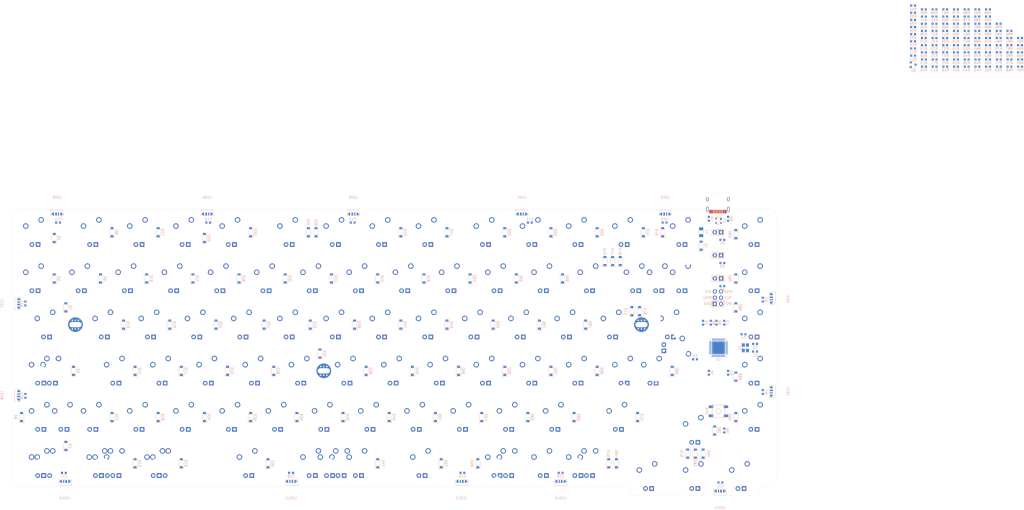
<source format=kicad_pcb>
(kicad_pcb (version 20171130) (host pcbnew "(5.1.5)-3")
  (layers (0 F.Cu signal) (31 B.Cu signal) (34 B.Paste user) (35 F.Paste user) (36 B.SilkS user) (37 F.SilkS user) (38 B.Mask user) (39 F.Mask user) (44 Edge.Cuts user))
  (net 0 "")
  (net 1 GND)
  (net 2 "Net-(C1-Pad1)")
  (net 3 "Net-(C2-Pad1)")
  (net 4 +5V)
  (net 5 "Net-(C7-Pad1)")
  (net 6 "Net-(D1-Pad2)")
  (net 7 ROW0)
  (net 8 "Net-(D2-Pad2)")
  (net 9 ROW1)
  (net 10 "Net-(D3-Pad2)")
  (net 11 ROW2)
  (net 12 "Net-(D4-Pad2)")
  (net 13 ROW3)
  (net 14 "Net-(D5-Pad2)")
  (net 15 ROW4)
  (net 16 "Net-(D6-Pad2)")
  (net 17 ROW5)
  (net 18 "Net-(D7-Pad2)")
  (net 19 "Net-(D8-Pad2)")
  (net 20 "Net-(D9-Pad2)")
  (net 21 "Net-(D10-Pad2)")
  (net 22 "Net-(D11-Pad2)")
  (net 23 "Net-(D12-Pad2)")
  (net 24 "Net-(D13-Pad2)")
  (net 25 "Net-(D14-Pad2)")
  (net 26 "Net-(D15-Pad2)")
  (net 27 "Net-(D16-Pad2)")
  (net 28 "Net-(D17-Pad2)")
  (net 29 "Net-(D18-Pad2)")
  (net 30 "Net-(D19-Pad2)")
  (net 31 "Net-(D20-Pad2)")
  (net 32 "Net-(D21-Pad2)")
  (net 33 "Net-(D22-Pad2)")
  (net 34 "Net-(D23-Pad2)")
  (net 35 "Net-(D24-Pad2)")
  (net 36 "Net-(D25-Pad2)")
  (net 37 "Net-(D26-Pad2)")
  (net 38 "Net-(D27-Pad2)")
  (net 39 "Net-(D28-Pad2)")
  (net 40 "Net-(D29-Pad2)")
  (net 41 "Net-(D30-Pad2)")
  (net 42 "Net-(D31-Pad2)")
  (net 43 "Net-(D32-Pad2)")
  (net 44 "Net-(D33-Pad2)")
  (net 45 "Net-(D34-Pad2)")
  (net 46 "Net-(D35-Pad2)")
  (net 47 "Net-(D36-Pad2)")
  (net 48 "Net-(D37-Pad2)")
  (net 49 "Net-(D38-Pad2)")
  (net 50 "Net-(D39-Pad2)")
  (net 51 "Net-(D40-Pad2)")
  (net 52 "Net-(D41-Pad2)")
  (net 53 "Net-(D42-Pad2)")
  (net 54 "Net-(D43-Pad2)")
  (net 55 "Net-(D44-Pad2)")
  (net 56 "Net-(D45-Pad2)")
  (net 57 "Net-(D46-Pad2)")
  (net 58 "Net-(D47-Pad2)")
  (net 59 "Net-(D48-Pad2)")
  (net 60 "Net-(D49-Pad2)")
  (net 61 "Net-(D50-Pad2)")
  (net 62 "Net-(D51-Pad2)")
  (net 63 "Net-(D52-Pad2)")
  (net 64 "Net-(D53-Pad2)")
  (net 65 "Net-(D54-Pad2)")
  (net 66 "Net-(D55-Pad2)")
  (net 67 "Net-(D56-Pad2)")
  (net 68 "Net-(D57-Pad2)")
  (net 69 "Net-(D58-Pad2)")
  (net 70 "Net-(D59-Pad2)")
  (net 71 "Net-(D60-Pad2)")
  (net 72 "Net-(D61-Pad2)")
  (net 73 "Net-(D62-Pad2)")
  (net 74 "Net-(D63-Pad2)")
  (net 75 "Net-(D64-Pad2)")
  (net 76 "Net-(D65-Pad2)")
  (net 77 "Net-(D66-Pad2)")
  (net 78 "Net-(D67-Pad2)")
  (net 79 "Net-(D68-Pad2)")
  (net 80 "Net-(D69-Pad2)")
  (net 81 "Net-(D70-Pad2)")
  (net 82 "Net-(D71-Pad2)")
  (net 83 "Net-(D72-Pad2)")
  (net 84 "Net-(D73-Pad2)")
  (net 85 "Net-(D74-Pad2)")
  (net 86 "Net-(D75-Pad2)")
  (net 87 "Net-(D76-Pad2)")
  (net 88 "Net-(D77-Pad2)")
  (net 89 "Net-(D78-Pad2)")
  (net 90 "Net-(D79-Pad2)")
  (net 91 "Net-(D80-Pad2)")
  (net 92 "Net-(D81-Pad2)")
  (net 93 "Net-(D82-Pad2)")
  (net 94 "Net-(D83-Pad2)")
  (net 95 "Net-(D84-Pad2)")
  (net 96 "Net-(D85-Pad2)")
  (net 97 "Net-(D86-Pad2)")
  (net 98 "Net-(D87-Pad2)")
  (net 99 "Net-(D88-Pad2)")
  (net 100 "Net-(D89-Pad2)")
  (net 101 "Net-(D90-Pad2)")
  (net 102 "Net-(D91-Pad2)")
  (net 103 VCC)
  (net 104 RESET)
  (net 105 COL1)
  (net 106 COL2)
  (net 107 COL3)
  (net 108 COL4)
  (net 109 COL5)
  (net 110 COL6)
  (net 111 COL7)
  (net 112 COL0)
  (net 113 LEDIND1)
  (net 114 LEDIND2)
  (net 115 LEDIND3)
  (net 116 "Net-(R6-Pad2)")
  (net 117 "Net-(R7-Pad2)")
  (net 118 "Net-(R8-Pad2)")
  (net 119 D-)
  (net 120 "Net-(R9-Pad2)")
  (net 121 D+)
  (net 122 "Net-(U1-Pad42)")
  (net 123 "Net-(USB1-Pad3)")
  (net 124 ROW7)
  (net 125 ROW6)
  (net 126 "Net-(R4-Pad2)")
  (net 127 ROW8)
  (net 128 ROW11)
  (net 129 ROW9)
  (net 130 ROW10)
  (net 131 RGBLED)
  (net 132 "Net-(USB1-Pad9)")
  (net 133 "Net-(LED1-Pad3)")
  (net 134 "Net-(LED2-Pad3)")
  (net 135 "Net-(LED3-Pad3)")
  (net 136 "Net-(LED4-Pad3)")
  (net 137 "Net-(LED5-Pad3)")
  (net 138 "Net-(LED6-Pad3)")
  (net 139 "Net-(LED7-Pad3)")
  (net 140 "Net-(LED8-Pad3)")
  (net 141 "Net-(LED10-Pad1)")
  (net 142 "Net-(LED10-Pad3)")
  (net 143 "Net-(LED11-Pad3)")
  (net 144 "Net-(LED12-Pad3)")
  (net 145 "Net-(LED13-Pad3)")
  (net 146 "Net-(LED14-Pad3)")
  (net 147 "Net-(MX_.1-Pad4)")
  (net 148 "Net-(MX_,1-Pad4)")
  (net 149 "Net-(MX_#0-Pad4)")
  (net 150 "Net-(MX_#1-Pad4)")
  (net 151 "Net-(MX_#2-Pad4)")
  (net 152 "Net-(MX_#3-Pad4)")
  (net 153 "Net-(MX_#4-Pad4)")
  (net 154 "Net-(MX_#5-Pad4)")
  (net 155 "Net-(MX_#6-Pad4)")
  (net 156 "Net-(MX_#7-Pad4)")
  (net 157 "Net-(MX_#8-Pad4)")
  (net 158 "Net-(MX_#9-Pad4)")
  (net 159 "Net-(MX_'1-Pad4)")
  (net 160 "Net-(MX_-1-Pad4)")
  (net 161 "Net-(MX_/1-Pad4)")
  (net 162 "Net-(MX_;1-Pad4)")
  (net 163 "Net-(MX_=1-Pad4)")
  (net 164 "Net-(MX_[1-Pad4)")
  (net 165 "Net-(MX_\\1-Pad4)")
  (net 166 "Net-(MX_]1-Pad4)")
  (net 167 "Net-(MX_`1-Pad4)")
  (net 168 "Net-(MX_A1-Pad4)")
  (net 169 "Net-(MX_B1-Pad4)")
  (net 170 "Net-(MX_BCKSP1-Pad4)")
  (net 171 "Net-(MX_BCKSP3-Pad4)")
  (net 172 "Net-(MX_C1-Pad4)")
  (net 173 "Net-(MX_CAPS1-Pad4)")
  (net 174 "Net-(MX_D1-Pad4)")
  (net 175 "Net-(MX_DEL1-Pad4)")
  (net 176 "Net-(MX_DOWN1-Pad4)")
  (net 177 "Net-(MX_E1-Pad4)")
  (net 178 "Net-(MX_END1-Pad4)")
  (net 179 "Net-(MX_ENTER1-Pad4)")
  (net 180 "Net-(MX_ESC1-Pad4)")
  (net 181 "Net-(MX_F1-Pad4)")
  (net 182 "Net-(MX_F#1-Pad4)")
  (net 183 "Net-(MX_F#2-Pad4)")
  (net 184 "Net-(MX_F#3-Pad4)")
  (net 185 "Net-(MX_F#4-Pad4)")
  (net 186 "Net-(MX_F#5-Pad4)")
  (net 187 "Net-(MX_F#6-Pad4)")
  (net 188 "Net-(MX_F#7-Pad4)")
  (net 189 "Net-(MX_F#8-Pad4)")
  (net 190 "Net-(MX_F#9-Pad4)")
  (net 191 "Net-(MX_F#10-Pad4)")
  (net 192 "Net-(MX_F#11-Pad4)")
  (net 193 "Net-(MX_F#12-Pad4)")
  (net 194 "Net-(MX_G1-Pad4)")
  (net 195 "Net-(MX_H1-Pad4)")
  (net 196 "Net-(MX_HOME1-Pad4)")
  (net 197 "Net-(MX_I1-Pad4)")
  (net 198 "Net-(MX_J1-Pad4)")
  (net 199 "Net-(MX_K1-Pad4)")
  (net 200 "Net-(MX_L1-Pad4)")
  (net 201 "Net-(MX_LALT1-Pad4)")
  (net 202 "Net-(MX_LCTRL1-Pad4)")
  (net 203 "Net-(MX_LEFT1-Pad4)")
  (net 204 "Net-(MX_LSHIFT1-Pad4)")
  (net 205 "Net-(MX_LSHIFT3-Pad4)")
  (net 206 "Net-(MX_LWIN1-Pad4)")
  (net 207 "Net-(MX_M1-Pad4)")
  (net 208 "Net-(MX_N1-Pad4)")
  (net 209 "Net-(MX_O1-Pad4)")
  (net 210 "Net-(MX_P1-Pad4)")
  (net 211 "Net-(MX_PAUSE1-Pad4)")
  (net 212 "Net-(MX_PGDN1-Pad4)")
  (net 213 "Net-(MX_PGUP1-Pad4)")
  (net 214 "Net-(MX_Q1-Pad4)")
  (net 215 "Net-(MX_R1-Pad4)")
  (net 216 "Net-(MX_RALT1-Pad4)")
  (net 217 "Net-(MX_RCTRL1-Pad4)")
  (net 218 "Net-(MX_RIGHT1-Pad4)")
  (net 219 "Net-(MX_RSHIFT1-Pad4)")
  (net 220 "Net-(MX_RWIN1-Pad4)")
  (net 221 "Net-(MX_S1-Pad4)")
  (net 222 "Net-(MX_SPACE1-Pad4)")
  (net 223 "Net-(MX_SPACE5-Pad4)")
  (net 224 "Net-(MX_SPACE6-Pad4)")
  (net 225 "Net-(MX_T1-Pad4)")
  (net 226 "Net-(MX_TAB1-Pad4)")
  (net 227 "Net-(MX_U1-Pad4)")
  (net 228 "Net-(MX_UP1-Pad4)")
  (net 229 "Net-(MX_V1-Pad4)")
  (net 230 "Net-(MX_W1-Pad4)")
  (net 231 "Net-(MX_X1-Pad4)")
  (net 232 "Net-(MX_Y1-Pad4)")
  (net 233 "Net-(MX_Z1-Pad4)")
  (net 234 LEDGND)
  (net 235 "Net-(Q1-Pad1)")
  (net 236 LEDMOS)
  (module Resistor_SMD:R_0603_1608Metric (layer B.Cu) (at 351.625027 -43.4375)
    (fp_text reference R98 (at 0 1.43) (layer B.SilkS) (effects (justify mirror)))
    (fp_text value 1K)
    (pad 2 smd roundrect (at 0.7875 0) (size 0.875 0.95) (layers B.Cu B.Paste B.Mask) (net 234 LEDGND))
    (pad 1 smd roundrect (at -0.7875 0) (size 0.875 0.95) (layers B.Cu B.Paste B.Mask) (net 218 "Net-(MX_RIGHT1-Pad4)"))
  )
  (module Resistor_SMD:R_0603_1608Metric (layer B.Cu) (at 364.855027 -31.6375)
    (fp_text reference R97 (at 0 1.43) (layer B.SilkS) (effects (justify mirror)))
    (fp_text value 1K)
    (pad 2 smd roundrect (at 0.7875 0) (size 0.875 0.95) (layers B.Cu B.Paste B.Mask) (net 234 LEDGND))
    (pad 1 smd roundrect (at -0.7875 0) (size 0.875 0.95) (layers B.Cu B.Paste B.Mask) (net 178 "Net-(MX_END1-Pad4)"))
  )
  (module Resistor_SMD:R_0603_1608Metric (layer B.Cu) (at 360.445027 -34.5875)
    (fp_text reference R96 (at 0 1.43) (layer B.SilkS) (effects (justify mirror)))
    (fp_text value 1K)
    (pad 2 smd roundrect (at 0.7875 0) (size 0.875 0.95) (layers B.Cu B.Paste B.Mask) (net 234 LEDGND))
    (pad 1 smd roundrect (at -0.7875 0) (size 0.875 0.95) (layers B.Cu B.Paste B.Mask) (net 212 "Net-(MX_PGDN1-Pad4)"))
  )
  (module Resistor_SMD:R_0603_1608Metric (layer B.Cu) (at 356.035027 -37.5375)
    (fp_text reference R95 (at 0 1.43) (layer B.SilkS) (effects (justify mirror)))
    (fp_text value 1K)
    (pad 2 smd roundrect (at 0.7875 0) (size 0.875 0.95) (layers B.Cu B.Paste B.Mask) (net 234 LEDGND))
    (pad 1 smd roundrect (at -0.7875 0) (size 0.875 0.95) (layers B.Cu B.Paste B.Mask) (net 213 "Net-(MX_PGUP1-Pad4)"))
  )
  (module Resistor_SMD:R_0603_1608Metric (layer B.Cu) (at 364.855027 -28.6875)
    (fp_text reference R94 (at 0 1.43) (layer B.SilkS) (effects (justify mirror)))
    (fp_text value 1K)
    (pad 2 smd roundrect (at 0.7875 0) (size 0.875 0.95) (layers B.Cu B.Paste B.Mask) (net 234 LEDGND))
    (pad 1 smd roundrect (at -0.7875 0) (size 0.875 0.95) (layers B.Cu B.Paste B.Mask) (net 196 "Net-(MX_HOME1-Pad4)"))
  )
  (module Resistor_SMD:R_0603_1608Metric (layer B.Cu) (at 351.625027 -40.4875)
    (fp_text reference R93 (at 0 1.43) (layer B.SilkS) (effects (justify mirror)))
    (fp_text value 1K)
    (pad 2 smd roundrect (at 0.7875 0) (size 0.875 0.95) (layers B.Cu B.Paste B.Mask) (net 234 LEDGND))
    (pad 1 smd roundrect (at -0.7875 0) (size 0.875 0.95) (layers B.Cu B.Paste B.Mask) (net 175 "Net-(MX_DEL1-Pad4)"))
  )
  (module Resistor_SMD:R_0603_1608Metric (layer B.Cu) (at 347.215027 -43.4375)
    (fp_text reference R92 (at 0 1.43) (layer B.SilkS) (effects (justify mirror)))
    (fp_text value 1K)
    (pad 2 smd roundrect (at 0.7875 0) (size 0.875 0.95) (layers B.Cu B.Paste B.Mask) (net 234 LEDGND))
    (pad 1 smd roundrect (at -0.7875 0) (size 0.875 0.95) (layers B.Cu B.Paste B.Mask) (net 176 "Net-(MX_DOWN1-Pad4)"))
  )
  (module Resistor_SMD:R_0603_1608Metric (layer B.Cu) (at 360.445027 -31.6375)
    (fp_text reference R91 (at 0 1.43) (layer B.SilkS) (effects (justify mirror)))
    (fp_text value 1K)
    (pad 2 smd roundrect (at 0.7875 0) (size 0.875 0.95) (layers B.Cu B.Paste B.Mask) (net 234 LEDGND))
    (pad 1 smd roundrect (at -0.7875 0) (size 0.875 0.95) (layers B.Cu B.Paste B.Mask) (net 228 "Net-(MX_UP1-Pad4)"))
  )
  (module Resistor_SMD:R_0603_1608Metric (layer B.Cu) (at 356.035027 -34.5875)
    (fp_text reference R90 (at 0 1.43) (layer B.SilkS) (effects (justify mirror)))
    (fp_text value 1K)
    (pad 2 smd roundrect (at 0.7875 0) (size 0.875 0.95) (layers B.Cu B.Paste B.Mask) (net 234 LEDGND))
    (pad 1 smd roundrect (at -0.7875 0) (size 0.875 0.95) (layers B.Cu B.Paste B.Mask) (net 179 "Net-(MX_ENTER1-Pad4)"))
  )
  (module Resistor_SMD:R_0603_1608Metric (layer B.Cu) (at 351.625027 -37.5375)
    (fp_text reference R89 (at 0 1.43) (layer B.SilkS) (effects (justify mirror)))
    (fp_text value 1K)
    (pad 2 smd roundrect (at 0.7875 0) (size 0.875 0.95) (layers B.Cu B.Paste B.Mask) (net 234 LEDGND))
    (pad 1 smd roundrect (at -0.7875 0) (size 0.875 0.95) (layers B.Cu B.Paste B.Mask) (net 170 "Net-(MX_BCKSP1-Pad4)"))
  )
  (module Resistor_SMD:R_0603_1608Metric (layer B.Cu) (at 347.215027 -31.6375)
    (fp_text reference R88 (at 0 1.43) (layer B.SilkS) (effects (justify mirror)))
    (fp_text value 1K)
    (pad 2 smd roundrect (at 0.7875 0) (size 0.875 0.95) (layers B.Cu B.Paste B.Mask) (net 234 LEDGND))
    (pad 1 smd roundrect (at -0.7875 0) (size 0.875 0.95) (layers B.Cu B.Paste B.Mask) (net 165 "Net-(MX_\\1-Pad4)"))
  )
  (module Resistor_SMD:R_0603_1608Metric (layer B.Cu) (at 360.445027 -28.6875)
    (fp_text reference R87 (at 0 1.43) (layer B.SilkS) (effects (justify mirror)))
    (fp_text value 1K)
    (pad 2 smd roundrect (at 0.7875 0) (size 0.875 0.95) (layers B.Cu B.Paste B.Mask) (net 234 LEDGND))
    (pad 1 smd roundrect (at -0.7875 0) (size 0.875 0.95) (layers B.Cu B.Paste B.Mask) (net 171 "Net-(MX_BCKSP3-Pad4)"))
  )
  (module Resistor_SMD:R_0603_1608Metric (layer B.Cu) (at 347.215027 -40.4875)
    (fp_text reference R86 (at 0 1.43) (layer B.SilkS) (effects (justify mirror)))
    (fp_text value 1K)
    (pad 2 smd roundrect (at 0.7875 0) (size 0.875 0.95) (layers B.Cu B.Paste B.Mask) (net 234 LEDGND))
    (pad 1 smd roundrect (at -0.7875 0) (size 0.875 0.95) (layers B.Cu B.Paste B.Mask) (net 211 "Net-(MX_PAUSE1-Pad4)"))
  )
  (module Resistor_SMD:R_0603_1608Metric (layer B.Cu) (at 342.805027 -43.4375)
    (fp_text reference R85 (at 0 1.43) (layer B.SilkS) (effects (justify mirror)))
    (fp_text value 1K)
    (pad 2 smd roundrect (at 0.7875 0) (size 0.875 0.95) (layers B.Cu B.Paste B.Mask) (net 234 LEDGND))
    (pad 1 smd roundrect (at -0.7875 0) (size 0.875 0.95) (layers B.Cu B.Paste B.Mask) (net 203 "Net-(MX_LEFT1-Pad4)"))
  )
  (module Resistor_SMD:R_0603_1608Metric (layer B.Cu) (at 356.035027 -31.6375)
    (fp_text reference R84 (at 0 1.43) (layer B.SilkS) (effects (justify mirror)))
    (fp_text value 1K)
    (pad 2 smd roundrect (at 0.7875 0) (size 0.875 0.95) (layers B.Cu B.Paste B.Mask) (net 234 LEDGND))
    (pad 1 smd roundrect (at -0.7875 0) (size 0.875 0.95) (layers B.Cu B.Paste B.Mask) (net 219 "Net-(MX_RSHIFT1-Pad4)"))
  )
  (module Resistor_SMD:R_0603_1608Metric (layer B.Cu) (at 364.895027 -22.7875)
    (fp_text reference R83 (at 0 1.43) (layer B.SilkS) (effects (justify mirror)))
    (fp_text value 1K)
    (pad 2 smd roundrect (at 0.7875 0) (size 0.875 0.95) (layers B.Cu B.Paste B.Mask) (net 234 LEDGND))
    (pad 1 smd roundrect (at -0.7875 0) (size 0.875 0.95) (layers B.Cu B.Paste B.Mask) (net 166 "Net-(MX_]1-Pad4)"))
  )
  (module Resistor_SMD:R_0603_1608Metric (layer B.Cu) (at 351.625027 -34.5875)
    (fp_text reference R82 (at 0 1.43) (layer B.SilkS) (effects (justify mirror)))
    (fp_text value 1K)
    (pad 2 smd roundrect (at 0.7875 0) (size 0.875 0.95) (layers B.Cu B.Paste B.Mask) (net 234 LEDGND))
    (pad 1 smd roundrect (at -0.7875 0) (size 0.875 0.95) (layers B.Cu B.Paste B.Mask) (net 163 "Net-(MX_=1-Pad4)"))
  )
  (module Resistor_SMD:R_0603_1608Metric (layer B.Cu) (at 347.215027 -37.5375)
    (fp_text reference R81 (at 0 1.43) (layer B.SilkS) (effects (justify mirror)))
    (fp_text value 1K)
    (pad 2 smd roundrect (at 0.7875 0) (size 0.875 0.95) (layers B.Cu B.Paste B.Mask) (net 234 LEDGND))
    (pad 1 smd roundrect (at -0.7875 0) (size 0.875 0.95) (layers B.Cu B.Paste B.Mask) (net 193 "Net-(MX_F#12-Pad4)"))
  )
  (module Resistor_SMD:R_0603_1608Metric (layer B.Cu) (at 360.445027 -25.7375)
    (fp_text reference R80 (at 0 1.43) (layer B.SilkS) (effects (justify mirror)))
    (fp_text value 1K)
    (pad 2 smd roundrect (at 0.7875 0) (size 0.875 0.95) (layers B.Cu B.Paste B.Mask) (net 234 LEDGND))
    (pad 1 smd roundrect (at -0.7875 0) (size 0.875 0.95) (layers B.Cu B.Paste B.Mask) (net 217 "Net-(MX_RCTRL1-Pad4)"))
  )
  (module Resistor_SMD:R_0603_1608Metric (layer B.Cu) (at 356.035027 -28.6875)
    (fp_text reference R79 (at 0 1.43) (layer B.SilkS) (effects (justify mirror)))
    (fp_text value 1K)
    (pad 2 smd roundrect (at 0.7875 0) (size 0.875 0.95) (layers B.Cu B.Paste B.Mask) (net 234 LEDGND))
    (pad 1 smd roundrect (at -0.7875 0) (size 0.875 0.95) (layers B.Cu B.Paste B.Mask) (net 161 "Net-(MX_/1-Pad4)"))
  )
  (module Resistor_SMD:R_0603_1608Metric (layer B.Cu) (at 342.805027 -40.4875)
    (fp_text reference R78 (at 0 1.43) (layer B.SilkS) (effects (justify mirror)))
    (fp_text value 1K)
    (pad 2 smd roundrect (at 0.7875 0) (size 0.875 0.95) (layers B.Cu B.Paste B.Mask) (net 234 LEDGND))
    (pad 1 smd roundrect (at -0.7875 0) (size 0.875 0.95) (layers B.Cu B.Paste B.Mask) (net 159 "Net-(MX_'1-Pad4)"))
  )
  (module Resistor_SMD:R_0603_1608Metric (layer B.Cu) (at 356.075027 -22.7875)
    (fp_text reference R77 (at 0 1.43) (layer B.SilkS) (effects (justify mirror)))
    (fp_text value 1K)
    (pad 2 smd roundrect (at 0.7875 0) (size 0.875 0.95) (layers B.Cu B.Paste B.Mask) (net 234 LEDGND))
    (pad 1 smd roundrect (at -0.7875 0) (size 0.875 0.95) (layers B.Cu B.Paste B.Mask) (net 164 "Net-(MX_[1-Pad4)"))
  )
  (module Resistor_SMD:R_0603_1608Metric (layer B.Cu) (at 338.395027 -43.4375)
    (fp_text reference R76 (at 0 1.43) (layer B.SilkS) (effects (justify mirror)))
    (fp_text value 1K)
    (pad 2 smd roundrect (at 0.7875 0) (size 0.875 0.95) (layers B.Cu B.Paste B.Mask) (net 234 LEDGND))
    (pad 1 smd roundrect (at -0.7875 0) (size 0.875 0.95) (layers B.Cu B.Paste B.Mask) (net 160 "Net-(MX_-1-Pad4)"))
  )
  (module Resistor_SMD:R_0603_1608Metric (layer B.Cu) (at 351.625027 -31.6375)
    (fp_text reference R75 (at 0 1.43) (layer B.SilkS) (effects (justify mirror)))
    (fp_text value 1K)
    (pad 2 smd roundrect (at 0.7875 0) (size 0.875 0.95) (layers B.Cu B.Paste B.Mask) (net 234 LEDGND))
    (pad 1 smd roundrect (at -0.7875 0) (size 0.875 0.95) (layers B.Cu B.Paste B.Mask) (net 192 "Net-(MX_F#11-Pad4)"))
  )
  (module Resistor_SMD:R_0603_1608Metric (layer B.Cu) (at 360.485027 -22.7875)
    (fp_text reference R74 (at 0 1.43) (layer B.SilkS) (effects (justify mirror)))
    (fp_text value 1K)
    (pad 2 smd roundrect (at 0.7875 0) (size 0.875 0.95) (layers B.Cu B.Paste B.Mask) (net 234 LEDGND))
    (pad 1 smd roundrect (at -0.7875 0) (size 0.875 0.95) (layers B.Cu B.Paste B.Mask) (net 220 "Net-(MX_RWIN1-Pad4)"))
  )
  (module Resistor_SMD:R_0603_1608Metric (layer B.Cu) (at 347.215027 -34.5875)
    (fp_text reference R73 (at 0 1.43) (layer B.SilkS) (effects (justify mirror)))
    (fp_text value 1K)
    (pad 2 smd roundrect (at 0.7875 0) (size 0.875 0.95) (layers B.Cu B.Paste B.Mask) (net 234 LEDGND))
    (pad 1 smd roundrect (at -0.7875 0) (size 0.875 0.95) (layers B.Cu B.Paste B.Mask) (net 147 "Net-(MX_.1-Pad4)"))
  )
  (module Resistor_SMD:R_0603_1608Metric (layer B.Cu) (at 342.805027 -37.5375)
    (fp_text reference R72 (at 0 1.43) (layer B.SilkS) (effects (justify mirror)))
    (fp_text value 1K)
    (pad 2 smd roundrect (at 0.7875 0) (size 0.875 0.95) (layers B.Cu B.Paste B.Mask) (net 234 LEDGND))
    (pad 1 smd roundrect (at -0.7875 0) (size 0.875 0.95) (layers B.Cu B.Paste B.Mask) (net 162 "Net-(MX_;1-Pad4)"))
  )
  (module Resistor_SMD:R_0603_1608Metric (layer B.Cu) (at 356.035027 -25.7375)
    (fp_text reference R71 (at 0 1.43) (layer B.SilkS) (effects (justify mirror)))
    (fp_text value 1K)
    (pad 2 smd roundrect (at 0.7875 0) (size 0.875 0.95) (layers B.Cu B.Paste B.Mask) (net 234 LEDGND))
    (pad 1 smd roundrect (at -0.7875 0) (size 0.875 0.95) (layers B.Cu B.Paste B.Mask) (net 210 "Net-(MX_P1-Pad4)"))
  )
  (module Resistor_SMD:R_0603_1608Metric (layer B.Cu) (at 351.625027 -28.6875)
    (fp_text reference R70 (at 0 1.43) (layer B.SilkS) (effects (justify mirror)))
    (fp_text value 1K)
    (pad 2 smd roundrect (at 0.7875 0) (size 0.875 0.95) (layers B.Cu B.Paste B.Mask) (net 234 LEDGND))
    (pad 1 smd roundrect (at -0.7875 0) (size 0.875 0.95) (layers B.Cu B.Paste B.Mask) (net 149 "Net-(MX_#0-Pad4)"))
  )
  (module Resistor_SMD:R_0603_1608Metric (layer B.Cu) (at 338.395027 -40.4875)
    (fp_text reference R69 (at 0 1.43) (layer B.SilkS) (effects (justify mirror)))
    (fp_text value 1K)
    (pad 2 smd roundrect (at 0.7875 0) (size 0.875 0.95) (layers B.Cu B.Paste B.Mask) (net 234 LEDGND))
    (pad 1 smd roundrect (at -0.7875 0) (size 0.875 0.95) (layers B.Cu B.Paste B.Mask) (net 191 "Net-(MX_F#10-Pad4)"))
  )
  (module Resistor_SMD:R_0603_1608Metric (layer B.Cu) (at 360.485027 -19.8375)
    (fp_text reference R68 (at 0 1.43) (layer B.SilkS) (effects (justify mirror)))
    (fp_text value 1K)
    (pad 2 smd roundrect (at 0.7875 0) (size 0.875 0.95) (layers B.Cu B.Paste B.Mask) (net 234 LEDGND))
    (pad 1 smd roundrect (at -0.7875 0) (size 0.875 0.95) (layers B.Cu B.Paste B.Mask) (net 216 "Net-(MX_RALT1-Pad4)"))
  )
  (module Resistor_SMD:R_0603_1608Metric (layer B.Cu) (at 333.985027 -43.4375)
    (fp_text reference R67 (at 0 1.43) (layer B.SilkS) (effects (justify mirror)))
    (fp_text value 1K)
    (pad 2 smd roundrect (at 0.7875 0) (size 0.875 0.95) (layers B.Cu B.Paste B.Mask) (net 234 LEDGND))
    (pad 1 smd roundrect (at -0.7875 0) (size 0.875 0.95) (layers B.Cu B.Paste B.Mask) (net 148 "Net-(MX_,1-Pad4)"))
  )
  (module Resistor_SMD:R_0603_1608Metric (layer B.Cu) (at 333.985027 -37.5375)
    (fp_text reference R66 (at 0 1.43) (layer B.SilkS) (effects (justify mirror)))
    (fp_text value 1K)
    (pad 2 smd roundrect (at 0.7875 0) (size 0.875 0.95) (layers B.Cu B.Paste B.Mask) (net 234 LEDGND))
    (pad 1 smd roundrect (at -0.7875 0) (size 0.875 0.95) (layers B.Cu B.Paste B.Mask) (net 200 "Net-(MX_L1-Pad4)"))
  )
  (module Resistor_SMD:R_0603_1608Metric (layer B.Cu) (at 364.855027 -25.7375)
    (fp_text reference R65 (at 0 1.43) (layer B.SilkS) (effects (justify mirror)))
    (fp_text value 1K)
    (pad 2 smd roundrect (at 0.7875 0) (size 0.875 0.95) (layers B.Cu B.Paste B.Mask) (net 234 LEDGND))
    (pad 1 smd roundrect (at -0.7875 0) (size 0.875 0.95) (layers B.Cu B.Paste B.Mask) (net 209 "Net-(MX_O1-Pad4)"))
  )
  (module Resistor_SMD:R_0603_1608Metric (layer B.Cu) (at 342.805027 -34.5875)
    (fp_text reference R64 (at 0 1.43) (layer B.SilkS) (effects (justify mirror)))
    (fp_text value 1K)
    (pad 2 smd roundrect (at 0.7875 0) (size 0.875 0.95) (layers B.Cu B.Paste B.Mask) (net 234 LEDGND))
    (pad 1 smd roundrect (at -0.7875 0) (size 0.875 0.95) (layers B.Cu B.Paste B.Mask) (net 158 "Net-(MX_#9-Pad4)"))
  )
  (module Resistor_SMD:R_0603_1608Metric (layer B.Cu) (at 338.395027 -37.5375)
    (fp_text reference R63 (at 0 1.43) (layer B.SilkS) (effects (justify mirror)))
    (fp_text value 1K)
    (pad 2 smd roundrect (at 0.7875 0) (size 0.875 0.95) (layers B.Cu B.Paste B.Mask) (net 234 LEDGND))
    (pad 1 smd roundrect (at -0.7875 0) (size 0.875 0.95) (layers B.Cu B.Paste B.Mask) (net 190 "Net-(MX_F#9-Pad4)"))
  )
  (module Resistor_SMD:R_0603_1608Metric (layer B.Cu) (at 351.625027 -25.7375)
    (fp_text reference R62 (at 0 1.43) (layer B.SilkS) (effects (justify mirror)))
    (fp_text value 1K)
    (pad 2 smd roundrect (at 0.7875 0) (size 0.875 0.95) (layers B.Cu B.Paste B.Mask) (net 234 LEDGND))
    (pad 1 smd roundrect (at -0.7875 0) (size 0.875 0.95) (layers B.Cu B.Paste B.Mask) (net 224 "Net-(MX_SPACE6-Pad4)"))
  )
  (module Resistor_SMD:R_0603_1608Metric (layer B.Cu) (at 347.215027 -28.6875)
    (fp_text reference R61 (at 0 1.43) (layer B.SilkS) (effects (justify mirror)))
    (fp_text value 1K)
    (pad 2 smd roundrect (at 0.7875 0) (size 0.875 0.95) (layers B.Cu B.Paste B.Mask) (net 234 LEDGND))
    (pad 1 smd roundrect (at -0.7875 0) (size 0.875 0.95) (layers B.Cu B.Paste B.Mask) (net 207 "Net-(MX_M1-Pad4)"))
  )
  (module Resistor_SMD:R_0603_1608Metric (layer B.Cu) (at 333.985027 -40.4875)
    (fp_text reference R60 (at 0 1.43) (layer B.SilkS) (effects (justify mirror)))
    (fp_text value 1K)
    (pad 2 smd roundrect (at 0.7875 0) (size 0.875 0.95) (layers B.Cu B.Paste B.Mask) (net 234 LEDGND))
    (pad 1 smd roundrect (at -0.7875 0) (size 0.875 0.95) (layers B.Cu B.Paste B.Mask) (net 199 "Net-(MX_K1-Pad4)"))
  )
  (module Resistor_SMD:R_0603_1608Metric (layer B.Cu) (at 356.075027 -19.8375)
    (fp_text reference R59 (at 0 1.43) (layer B.SilkS) (effects (justify mirror)))
    (fp_text value 1K)
    (pad 2 smd roundrect (at 0.7875 0) (size 0.875 0.95) (layers B.Cu B.Paste B.Mask) (net 234 LEDGND))
    (pad 1 smd roundrect (at -0.7875 0) (size 0.875 0.95) (layers B.Cu B.Paste B.Mask) (net 197 "Net-(MX_I1-Pad4)"))
  )
  (module Resistor_SMD:R_0603_1608Metric (layer B.Cu) (at 329.575027 -43.4375)
    (fp_text reference R58 (at 0 1.43) (layer B.SilkS) (effects (justify mirror)))
    (fp_text value 1K)
    (pad 2 smd roundrect (at 0.7875 0) (size 0.875 0.95) (layers B.Cu B.Paste B.Mask) (net 234 LEDGND))
    (pad 1 smd roundrect (at -0.7875 0) (size 0.875 0.95) (layers B.Cu B.Paste B.Mask) (net 157 "Net-(MX_#8-Pad4)"))
  )
  (module Resistor_SMD:R_0603_1608Metric (layer B.Cu) (at 342.805027 -31.6375)
    (fp_text reference R57 (at 0 1.43) (layer B.SilkS) (effects (justify mirror)))
    (fp_text value 1K)
    (pad 2 smd roundrect (at 0.7875 0) (size 0.875 0.95) (layers B.Cu B.Paste B.Mask) (net 234 LEDGND))
    (pad 1 smd roundrect (at -0.7875 0) (size 0.875 0.95) (layers B.Cu B.Paste B.Mask) (net 189 "Net-(MX_F#8-Pad4)"))
  )
  (module Resistor_SMD:R_0603_1608Metric (layer B.Cu) (at 351.665027 -22.7875)
    (fp_text reference R56 (at 0 1.43) (layer B.SilkS) (effects (justify mirror)))
    (fp_text value 1K)
    (pad 2 smd roundrect (at 0.7875 0) (size 0.875 0.95) (layers B.Cu B.Paste B.Mask) (net 234 LEDGND))
    (pad 1 smd roundrect (at -0.7875 0) (size 0.875 0.95) (layers B.Cu B.Paste B.Mask) (net 208 "Net-(MX_N1-Pad4)"))
  )
  (module Resistor_SMD:R_0603_1608Metric (layer B.Cu) (at 338.395027 -34.5875)
    (fp_text reference R55 (at 0 1.43) (layer B.SilkS) (effects (justify mirror)))
    (fp_text value 1K)
    (pad 2 smd roundrect (at 0.7875 0) (size 0.875 0.95) (layers B.Cu B.Paste B.Mask) (net 234 LEDGND))
    (pad 1 smd roundrect (at -0.7875 0) (size 0.875 0.95) (layers B.Cu B.Paste B.Mask) (net 198 "Net-(MX_J1-Pad4)"))
  )
  (module Resistor_SMD:R_0603_1608Metric (layer B.Cu) (at 364.895027 -19.8375)
    (fp_text reference R54 (at 0 1.43) (layer B.SilkS) (effects (justify mirror)))
    (fp_text value 1K)
    (pad 2 smd roundrect (at 0.7875 0) (size 0.875 0.95) (layers B.Cu B.Paste B.Mask) (net 234 LEDGND))
    (pad 1 smd roundrect (at -0.7875 0) (size 0.875 0.95) (layers B.Cu B.Paste B.Mask) (net 227 "Net-(MX_U1-Pad4)"))
  )
  (module Resistor_SMD:R_0603_1608Metric (layer B.Cu) (at 342.805027 -28.6875)
    (fp_text reference R53 (at 0 1.43) (layer B.SilkS) (effects (justify mirror)))
    (fp_text value 1K)
    (pad 2 smd roundrect (at 0.7875 0) (size 0.875 0.95) (layers B.Cu B.Paste B.Mask) (net 234 LEDGND))
    (pad 1 smd roundrect (at -0.7875 0) (size 0.875 0.95) (layers B.Cu B.Paste B.Mask) (net 156 "Net-(MX_#7-Pad4)"))
  )
  (module Resistor_SMD:R_0603_1608Metric (layer B.Cu) (at 329.575027 -40.4875)
    (fp_text reference R52 (at 0 1.43) (layer B.SilkS) (effects (justify mirror)))
    (fp_text value 1K)
    (pad 2 smd roundrect (at 0.7875 0) (size 0.875 0.95) (layers B.Cu B.Paste B.Mask) (net 234 LEDGND))
    (pad 1 smd roundrect (at -0.7875 0) (size 0.875 0.95) (layers B.Cu B.Paste B.Mask) (net 188 "Net-(MX_F#7-Pad4)"))
  )
  (module Resistor_SMD:R_0603_1608Metric (layer B.Cu) (at 351.665027 -19.8375)
    (fp_text reference R51 (at 0 1.43) (layer B.SilkS) (effects (justify mirror)))
    (fp_text value 1K)
    (pad 2 smd roundrect (at 0.7875 0) (size 0.875 0.95) (layers B.Cu B.Paste B.Mask) (net 234 LEDGND))
    (pad 1 smd roundrect (at -0.7875 0) (size 0.875 0.95) (layers B.Cu B.Paste B.Mask) (net 222 "Net-(MX_SPACE1-Pad4)"))
  )
  (module Resistor_SMD:R_0603_1608Metric (layer B.Cu) (at 325.165027 -43.4375)
    (fp_text reference R50 (at 0 1.43) (layer B.SilkS) (effects (justify mirror)))
    (fp_text value 1K)
    (pad 2 smd roundrect (at 0.7875 0) (size 0.875 0.95) (layers B.Cu B.Paste B.Mask) (net 234 LEDGND))
    (pad 1 smd roundrect (at -0.7875 0) (size 0.875 0.95) (layers B.Cu B.Paste B.Mask) (net 169 "Net-(MX_B1-Pad4)"))
  )
  (module Resistor_SMD:R_0603_1608Metric (layer B.Cu) (at 338.395027 -31.6375)
    (fp_text reference R49 (at 0 1.43) (layer B.SilkS) (effects (justify mirror)))
    (fp_text value 1K)
    (pad 2 smd roundrect (at 0.7875 0) (size 0.875 0.95) (layers B.Cu B.Paste B.Mask) (net 234 LEDGND))
    (pad 1 smd roundrect (at -0.7875 0) (size 0.875 0.95) (layers B.Cu B.Paste B.Mask) (net 195 "Net-(MX_H1-Pad4)"))
  )
  (module Resistor_SMD:R_0603_1608Metric (layer B.Cu) (at 347.255027 -22.7875)
    (fp_text reference R48 (at 0 1.43) (layer B.SilkS) (effects (justify mirror)))
    (fp_text value 1K)
    (pad 2 smd roundrect (at 0.7875 0) (size 0.875 0.95) (layers B.Cu B.Paste B.Mask) (net 234 LEDGND))
    (pad 1 smd roundrect (at -0.7875 0) (size 0.875 0.95) (layers B.Cu B.Paste B.Mask) (net 232 "Net-(MX_Y1-Pad4)"))
  )
  (module Resistor_SMD:R_0603_1608Metric (layer B.Cu) (at 333.985027 -34.5875)
    (fp_text reference R47 (at 0 1.43) (layer B.SilkS) (effects (justify mirror)))
    (fp_text value 1K)
    (pad 2 smd roundrect (at 0.7875 0) (size 0.875 0.95) (layers B.Cu B.Paste B.Mask) (net 234 LEDGND))
    (pad 1 smd roundrect (at -0.7875 0) (size 0.875 0.95) (layers B.Cu B.Paste B.Mask) (net 155 "Net-(MX_#6-Pad4)"))
  )
  (module Resistor_SMD:R_0603_1608Metric (layer B.Cu) (at 329.575027 -37.5375)
    (fp_text reference R46 (at 0 1.43) (layer B.SilkS) (effects (justify mirror)))
    (fp_text value 1K)
    (pad 2 smd roundrect (at 0.7875 0) (size 0.875 0.95) (layers B.Cu B.Paste B.Mask) (net 234 LEDGND))
    (pad 1 smd roundrect (at -0.7875 0) (size 0.875 0.95) (layers B.Cu B.Paste B.Mask) (net 187 "Net-(MX_F#6-Pad4)"))
  )
  (module Resistor_SMD:R_0603_1608Metric (layer B.Cu) (at 342.805027 -25.7375)
    (fp_text reference R45 (at 0 1.43) (layer B.SilkS) (effects (justify mirror)))
    (fp_text value 1K)
    (pad 2 smd roundrect (at 0.7875 0) (size 0.875 0.95) (layers B.Cu B.Paste B.Mask) (net 234 LEDGND))
    (pad 1 smd roundrect (at -0.7875 0) (size 0.875 0.95) (layers B.Cu B.Paste B.Mask) (net 229 "Net-(MX_V1-Pad4)"))
  )
  (module Resistor_SMD:R_0603_1608Metric (layer B.Cu) (at 342.845027 -19.8375)
    (fp_text reference R44 (at 0 1.43) (layer B.SilkS) (effects (justify mirror)))
    (fp_text value 1K)
    (pad 2 smd roundrect (at 0.7875 0) (size 0.875 0.95) (layers B.Cu B.Paste B.Mask) (net 234 LEDGND))
    (pad 1 smd roundrect (at -0.7875 0) (size 0.875 0.95) (layers B.Cu B.Paste B.Mask) (net 194 "Net-(MX_G1-Pad4)"))
  )
  (module Resistor_SMD:R_0603_1608Metric (layer B.Cu) (at 325.205027 -19.8375)
    (fp_text reference R43 (at 0 1.43) (layer B.SilkS) (effects (justify mirror)))
    (fp_text value 1K)
    (pad 2 smd roundrect (at 0.7875 0) (size 0.875 0.95) (layers B.Cu B.Paste B.Mask) (net 234 LEDGND))
    (pad 1 smd roundrect (at -0.7875 0) (size 0.875 0.95) (layers B.Cu B.Paste B.Mask) (net 225 "Net-(MX_T1-Pad4)"))
  )
  (module Resistor_SMD:R_0603_1608Metric (layer B.Cu) (at 320.755027 -45.0375)
    (fp_text reference R42 (at 0 1.43) (layer B.SilkS) (effects (justify mirror)))
    (fp_text value 1K)
    (pad 2 smd roundrect (at 0.7875 0) (size 0.875 0.95) (layers B.Cu B.Paste B.Mask) (net 234 LEDGND))
    (pad 1 smd roundrect (at -0.7875 0) (size 0.875 0.95) (layers B.Cu B.Paste B.Mask) (net 154 "Net-(MX_#5-Pad4)"))
  )
  (module Resistor_SMD:R_0603_1608Metric (layer B.Cu) (at 325.165027 -40.4875)
    (fp_text reference R41 (at 0 1.43) (layer B.SilkS) (effects (justify mirror)))
    (fp_text value 1K)
    (pad 2 smd roundrect (at 0.7875 0) (size 0.875 0.95) (layers B.Cu B.Paste B.Mask) (net 234 LEDGND))
    (pad 1 smd roundrect (at -0.7875 0) (size 0.875 0.95) (layers B.Cu B.Paste B.Mask) (net 186 "Net-(MX_F#5-Pad4)"))
  )
  (module Resistor_SMD:R_0603_1608Metric (layer B.Cu) (at 347.255027 -19.8375)
    (fp_text reference R40 (at 0 1.43) (layer B.SilkS) (effects (justify mirror)))
    (fp_text value 1K)
    (pad 2 smd roundrect (at 0.7875 0) (size 0.875 0.95) (layers B.Cu B.Paste B.Mask) (net 234 LEDGND))
    (pad 1 smd roundrect (at -0.7875 0) (size 0.875 0.95) (layers B.Cu B.Paste B.Mask) (net 223 "Net-(MX_SPACE5-Pad4)"))
  )
  (module Resistor_SMD:R_0603_1608Metric (layer B.Cu) (at 333.985027 -31.6375)
    (fp_text reference R39 (at 0 1.43) (layer B.SilkS) (effects (justify mirror)))
    (fp_text value 1K)
    (pad 2 smd roundrect (at 0.7875 0) (size 0.875 0.95) (layers B.Cu B.Paste B.Mask) (net 234 LEDGND))
    (pad 1 smd roundrect (at -0.7875 0) (size 0.875 0.95) (layers B.Cu B.Paste B.Mask) (net 172 "Net-(MX_C1-Pad4)"))
  )
  (module Resistor_SMD:R_0603_1608Metric (layer B.Cu) (at 342.845027 -22.7875)
    (fp_text reference R38 (at 0 1.43) (layer B.SilkS) (effects (justify mirror)))
    (fp_text value 1K)
    (pad 2 smd roundrect (at 0.7875 0) (size 0.875 0.95) (layers B.Cu B.Paste B.Mask) (net 234 LEDGND))
    (pad 1 smd roundrect (at -0.7875 0) (size 0.875 0.95) (layers B.Cu B.Paste B.Mask) (net 181 "Net-(MX_F1-Pad4)"))
  )
  (module Resistor_SMD:R_0603_1608Metric (layer B.Cu) (at 329.575027 -34.5875)
    (fp_text reference R37 (at 0 1.43) (layer B.SilkS) (effects (justify mirror)))
    (fp_text value 1K)
    (pad 2 smd roundrect (at 0.7875 0) (size 0.875 0.95) (layers B.Cu B.Paste B.Mask) (net 234 LEDGND))
    (pad 1 smd roundrect (at -0.7875 0) (size 0.875 0.95) (layers B.Cu B.Paste B.Mask) (net 215 "Net-(MX_R1-Pad4)"))
  )
  (module Resistor_SMD:R_0603_1608Metric (layer B.Cu) (at 325.165027 -37.5375)
    (fp_text reference R36 (at 0 1.43) (layer B.SilkS) (effects (justify mirror)))
    (fp_text value 1K)
    (pad 2 smd roundrect (at 0.7875 0) (size 0.875 0.95) (layers B.Cu B.Paste B.Mask) (net 234 LEDGND))
    (pad 1 smd roundrect (at -0.7875 0) (size 0.875 0.95) (layers B.Cu B.Paste B.Mask) (net 153 "Net-(MX_#4-Pad4)"))
  )
  (module Resistor_SMD:R_0603_1608Metric (layer B.Cu) (at 320.755027 -42.0875)
    (fp_text reference R35 (at 0 1.43) (layer B.SilkS) (effects (justify mirror)))
    (fp_text value 1K)
    (pad 2 smd roundrect (at 0.7875 0) (size 0.875 0.95) (layers B.Cu B.Paste B.Mask) (net 234 LEDGND))
    (pad 1 smd roundrect (at -0.7875 0) (size 0.875 0.95) (layers B.Cu B.Paste B.Mask) (net 185 "Net-(MX_F#4-Pad4)"))
  )
  (module Resistor_SMD:R_0603_1608Metric (layer B.Cu) (at 338.395027 -25.7375)
    (fp_text reference R34 (at 0 1.43) (layer B.SilkS) (effects (justify mirror)))
    (fp_text value 1K)
    (pad 2 smd roundrect (at 0.7875 0) (size 0.875 0.95) (layers B.Cu B.Paste B.Mask) (net 234 LEDGND))
    (pad 1 smd roundrect (at -0.7875 0) (size 0.875 0.95) (layers B.Cu B.Paste B.Mask) (net 231 "Net-(MX_X1-Pad4)"))
  )
  (module Resistor_SMD:R_0603_1608Metric (layer B.Cu) (at 333.985027 -28.6875)
    (fp_text reference R33 (at 0 1.43) (layer B.SilkS) (effects (justify mirror)))
    (fp_text value 1K)
    (pad 2 smd roundrect (at 0.7875 0) (size 0.875 0.95) (layers B.Cu B.Paste B.Mask) (net 234 LEDGND))
    (pad 1 smd roundrect (at -0.7875 0) (size 0.875 0.95) (layers B.Cu B.Paste B.Mask) (net 174 "Net-(MX_D1-Pad4)"))
  )
  (module Resistor_SMD:R_0603_1608Metric (layer B.Cu) (at 320.755027 -33.2375)
    (fp_text reference R32 (at 0 1.43) (layer B.SilkS) (effects (justify mirror)))
    (fp_text value 1K)
    (pad 2 smd roundrect (at 0.7875 0) (size 0.875 0.95) (layers B.Cu B.Paste B.Mask) (net 234 LEDGND))
    (pad 1 smd roundrect (at -0.7875 0) (size 0.875 0.95) (layers B.Cu B.Paste B.Mask) (net 177 "Net-(MX_E1-Pad4)"))
  )
  (module Resistor_SMD:R_0603_1608Metric (layer B.Cu) (at 329.575027 -31.6375)
    (fp_text reference R31 (at 0 1.43) (layer B.SilkS) (effects (justify mirror)))
    (fp_text value 1K)
    (pad 2 smd roundrect (at 0.7875 0) (size 0.875 0.95) (layers B.Cu B.Paste B.Mask) (net 234 LEDGND))
    (pad 1 smd roundrect (at -0.7875 0) (size 0.875 0.95) (layers B.Cu B.Paste B.Mask) (net 152 "Net-(MX_#3-Pad4)"))
  )
  (module Resistor_SMD:R_0603_1608Metric (layer B.Cu) (at 320.755027 -39.1375)
    (fp_text reference R30 (at 0 1.43) (layer B.SilkS) (effects (justify mirror)))
    (fp_text value 1K)
    (pad 2 smd roundrect (at 0.7875 0) (size 0.875 0.95) (layers B.Cu B.Paste B.Mask) (net 234 LEDGND))
    (pad 1 smd roundrect (at -0.7875 0) (size 0.875 0.95) (layers B.Cu B.Paste B.Mask) (net 184 "Net-(MX_F#3-Pad4)"))
  )
  (module Resistor_SMD:R_0603_1608Metric (layer B.Cu) (at 338.435027 -22.7875)
    (fp_text reference R29 (at 0 1.43) (layer B.SilkS) (effects (justify mirror)))
    (fp_text value 1K)
    (pad 2 smd roundrect (at 0.7875 0) (size 0.875 0.95) (layers B.Cu B.Paste B.Mask) (net 234 LEDGND))
    (pad 1 smd roundrect (at -0.7875 0) (size 0.875 0.95) (layers B.Cu B.Paste B.Mask) (net 201 "Net-(MX_LALT1-Pad4)"))
  )
  (module Resistor_SMD:R_0603_1608Metric (layer B.Cu) (at 325.165027 -34.5875)
    (fp_text reference R28 (at 0 1.43) (layer B.SilkS) (effects (justify mirror)))
    (fp_text value 1K)
    (pad 2 smd roundrect (at 0.7875 0) (size 0.875 0.95) (layers B.Cu B.Paste B.Mask) (net 234 LEDGND))
    (pad 1 smd roundrect (at -0.7875 0) (size 0.875 0.95) (layers B.Cu B.Paste B.Mask) (net 233 "Net-(MX_Z1-Pad4)"))
  )
  (module Resistor_SMD:R_0603_1608Metric (layer B.Cu) (at 333.985027 -25.7375)
    (fp_text reference R27 (at 0 1.43) (layer B.SilkS) (effects (justify mirror)))
    (fp_text value 1K)
    (pad 2 smd roundrect (at 0.7875 0) (size 0.875 0.95) (layers B.Cu B.Paste B.Mask) (net 234 LEDGND))
    (pad 1 smd roundrect (at -0.7875 0) (size 0.875 0.95) (layers B.Cu B.Paste B.Mask) (net 221 "Net-(MX_S1-Pad4)"))
  )
  (module Resistor_SMD:R_0603_1608Metric (layer B.Cu) (at 320.755027 -36.1875)
    (fp_text reference R26 (at 0 1.43) (layer B.SilkS) (effects (justify mirror)))
    (fp_text value 1K)
    (pad 2 smd roundrect (at 0.7875 0) (size 0.875 0.95) (layers B.Cu B.Paste B.Mask) (net 234 LEDGND))
    (pad 1 smd roundrect (at -0.7875 0) (size 0.875 0.95) (layers B.Cu B.Paste B.Mask) (net 230 "Net-(MX_W1-Pad4)"))
  )
  (module Resistor_SMD:R_0603_1608Metric (layer B.Cu) (at 329.575027 -28.6875)
    (fp_text reference R25 (at 0 1.43) (layer B.SilkS) (effects (justify mirror)))
    (fp_text value 1K)
    (pad 2 smd roundrect (at 0.7875 0) (size 0.875 0.95) (layers B.Cu B.Paste B.Mask) (net 234 LEDGND))
    (pad 1 smd roundrect (at -0.7875 0) (size 0.875 0.95) (layers B.Cu B.Paste B.Mask) (net 151 "Net-(MX_#2-Pad4)"))
  )
  (module Resistor_SMD:R_0603_1608Metric (layer B.Cu) (at 338.435027 -19.8375)
    (fp_text reference R24 (at 0 1.43) (layer B.SilkS) (effects (justify mirror)))
    (fp_text value 1K)
    (pad 2 smd roundrect (at 0.7875 0) (size 0.875 0.95) (layers B.Cu B.Paste B.Mask) (net 234 LEDGND))
    (pad 1 smd roundrect (at -0.7875 0) (size 0.875 0.95) (layers B.Cu B.Paste B.Mask) (net 183 "Net-(MX_F#2-Pad4)"))
  )
  (module Resistor_SMD:R_0603_1608Metric (layer B.Cu) (at 325.165027 -31.6375)
    (fp_text reference R23 (at 0 1.43) (layer B.SilkS) (effects (justify mirror)))
    (fp_text value 1K)
    (pad 2 smd roundrect (at 0.7875 0) (size 0.875 0.95) (layers B.Cu B.Paste B.Mask) (net 234 LEDGND))
    (pad 1 smd roundrect (at -0.7875 0) (size 0.875 0.95) (layers B.Cu B.Paste B.Mask) (net 206 "Net-(MX_LWIN1-Pad4)"))
  )
  (module Resistor_SMD:R_0603_1608Metric (layer B.Cu) (at 334.025027 -22.7875)
    (fp_text reference R22 (at 0 1.43) (layer B.SilkS) (effects (justify mirror)))
    (fp_text value 1K)
    (pad 2 smd roundrect (at 0.7875 0) (size 0.875 0.95) (layers B.Cu B.Paste B.Mask) (net 234 LEDGND))
    (pad 1 smd roundrect (at -0.7875 0) (size 0.875 0.95) (layers B.Cu B.Paste B.Mask) (net 205 "Net-(MX_LSHIFT3-Pad4)"))
  )
  (module Resistor_SMD:R_0603_1608Metric (layer B.Cu) (at 329.575027 -25.7375)
    (fp_text reference R21 (at 0 1.43) (layer B.SilkS) (effects (justify mirror)))
    (fp_text value 1K)
    (pad 2 smd roundrect (at 0.7875 0) (size 0.875 0.95) (layers B.Cu B.Paste B.Mask) (net 234 LEDGND))
    (pad 1 smd roundrect (at -0.7875 0) (size 0.875 0.95) (layers B.Cu B.Paste B.Mask) (net 168 "Net-(MX_A1-Pad4)"))
  )
  (module Resistor_SMD:R_0603_1608Metric (layer B.Cu) (at 347.215027 -25.7375)
    (fp_text reference R20 (at 0 1.43) (layer B.SilkS) (effects (justify mirror)))
    (fp_text value 1K)
    (pad 2 smd roundrect (at 0.7875 0) (size 0.875 0.95) (layers B.Cu B.Paste B.Mask) (net 234 LEDGND))
    (pad 1 smd roundrect (at -0.7875 0) (size 0.875 0.95) (layers B.Cu B.Paste B.Mask) (net 214 "Net-(MX_Q1-Pad4)"))
  )
  (module Resistor_SMD:R_0603_1608Metric (layer B.Cu) (at 325.165027 -28.6875)
    (fp_text reference R19 (at 0 1.43) (layer B.SilkS) (effects (justify mirror)))
    (fp_text value 1K)
    (pad 2 smd roundrect (at 0.7875 0) (size 0.875 0.95) (layers B.Cu B.Paste B.Mask) (net 234 LEDGND))
    (pad 1 smd roundrect (at -0.7875 0) (size 0.875 0.95) (layers B.Cu B.Paste B.Mask) (net 150 "Net-(MX_#1-Pad4)"))
  )
  (module Resistor_SMD:R_0603_1608Metric (layer B.Cu) (at 334.025027 -19.8375)
    (fp_text reference R18 (at 0 1.43) (layer B.SilkS) (effects (justify mirror)))
    (fp_text value 1K)
    (pad 2 smd roundrect (at 0.7875 0) (size 0.875 0.95) (layers B.Cu B.Paste B.Mask) (net 234 LEDGND))
    (pad 1 smd roundrect (at -0.7875 0) (size 0.875 0.95) (layers B.Cu B.Paste B.Mask) (net 182 "Net-(MX_F#1-Pad4)"))
  )
  (module Resistor_SMD:R_0603_1608Metric (layer B.Cu) (at 329.615027 -22.7875)
    (fp_text reference R17 (at 0 1.43) (layer B.SilkS) (effects (justify mirror)))
    (fp_text value 1K)
    (pad 2 smd roundrect (at 0.7875 0) (size 0.875 0.95) (layers B.Cu B.Paste B.Mask) (net 234 LEDGND))
    (pad 1 smd roundrect (at -0.7875 0) (size 0.875 0.95) (layers B.Cu B.Paste B.Mask) (net 202 "Net-(MX_LCTRL1-Pad4)"))
  )
  (module Resistor_SMD:R_0603_1608Metric (layer B.Cu) (at 325.165027 -25.7375)
    (fp_text reference R16 (at 0 1.43) (layer B.SilkS) (effects (justify mirror)))
    (fp_text value 1K)
    (pad 2 smd roundrect (at 0.7875 0) (size 0.875 0.95) (layers B.Cu B.Paste B.Mask) (net 234 LEDGND))
    (pad 1 smd roundrect (at -0.7875 0) (size 0.875 0.95) (layers B.Cu B.Paste B.Mask) (net 204 "Net-(MX_LSHIFT1-Pad4)"))
  )
  (module Resistor_SMD:R_0603_1608Metric (layer B.Cu) (at 320.755027 -30.2875)
    (fp_text reference R15 (at 0 1.43) (layer B.SilkS) (effects (justify mirror)))
    (fp_text value 1K)
    (pad 2 smd roundrect (at 0.7875 0) (size 0.875 0.95) (layers B.Cu B.Paste B.Mask) (net 234 LEDGND))
    (pad 1 smd roundrect (at -0.7875 0) (size 0.875 0.95) (layers B.Cu B.Paste B.Mask) (net 173 "Net-(MX_CAPS1-Pad4)"))
  )
  (module Resistor_SMD:R_0603_1608Metric (layer B.Cu) (at 329.615027 -19.8375)
    (fp_text reference R14 (at 0 1.43) (layer B.SilkS) (effects (justify mirror)))
    (fp_text value 1K)
    (pad 2 smd roundrect (at 0.7875 0) (size 0.875 0.95) (layers B.Cu B.Paste B.Mask) (net 234 LEDGND))
    (pad 1 smd roundrect (at -0.7875 0) (size 0.875 0.95) (layers B.Cu B.Paste B.Mask) (net 226 "Net-(MX_TAB1-Pad4)"))
  )
  (module Resistor_SMD:R_0603_1608Metric (layer B.Cu) (at 325.205027 -22.7875)
    (fp_text reference R13 (at 0 1.43) (layer B.SilkS) (effects (justify mirror)))
    (fp_text value 1K)
    (pad 2 smd roundrect (at 0.7875 0) (size 0.875 0.95) (layers B.Cu B.Paste B.Mask) (net 234 LEDGND))
    (pad 1 smd roundrect (at -0.7875 0) (size 0.875 0.95) (layers B.Cu B.Paste B.Mask) (net 167 "Net-(MX_`1-Pad4)"))
  )
  (module Resistor_SMD:R_0603_1608Metric (layer B.Cu) (at 320.755027 -27.3375)
    (fp_text reference R12 (at 0 1.43) (layer B.SilkS) (effects (justify mirror)))
    (fp_text value 1K)
    (pad 2 smd roundrect (at 0.7875 0) (size 0.875 0.95) (layers B.Cu B.Paste B.Mask) (net 234 LEDGND))
    (pad 1 smd roundrect (at -0.7875 0) (size 0.875 0.95) (layers B.Cu B.Paste B.Mask) (net 180 "Net-(MX_ESC1-Pad4)"))
  )
  (module Resistor_SMD:R_0603_1608Metric (layer B.Cu) (at 320.755027 -24.3875)
    (fp_text reference R11 (at 0 1.43) (layer B.SilkS) (effects (justify mirror)))
    (fp_text value 10K)
    (pad 2 smd roundrect (at 0.7875 0) (size 0.875 0.95) (layers B.Cu B.Paste B.Mask) (net 1 GND))
    (pad 1 smd roundrect (at -0.7875 0) (size 0.875 0.95) (layers B.Cu B.Paste B.Mask) (net 235 "Net-(Q1-Pad1)"))
  )
  (module Resistor_SMD:R_0603_1608Metric (layer B.Cu) (at 338.395027 -28.6875)
    (fp_text reference R10 (at 0 1.43) (layer B.SilkS) (effects (justify mirror)))
    (fp_text value 100)
    (pad 2 smd roundrect (at 0.7875 0) (size 0.875 0.95) (layers B.Cu B.Paste B.Mask) (net 236 LEDMOS))
    (pad 1 smd roundrect (at -0.7875 0) (size 0.875 0.95) (layers B.Cu B.Paste B.Mask) (net 235 "Net-(Q1-Pad1)"))
  )
  (module Resistor_SMD:R_0603_1608Metric (layer B.Cu) (at 239.7125 85.725 90)
    (fp_text reference R9 (at 0 1.43 90) (layer B.SilkS) (effects (justify mirror)))
    (fp_text value 22)
    (pad 2 smd roundrect (at 0.7875 0 90) (size 0.875 0.95) (layers B.Cu B.Paste B.Mask) (net 120 "Net-(R9-Pad2)"))
    (pad 1 smd roundrect (at -0.7875 0 90) (size 0.875 0.95) (layers B.Cu B.Paste B.Mask) (net 121 D+))
  )
  (module Resistor_SMD:R_0603_1608Metric (layer B.Cu) (at 237.33125 85.725 90)
    (fp_text reference R8 (at 0 1.43 90) (layer B.SilkS) (effects (justify mirror)))
    (fp_text value 22)
    (pad 2 smd roundrect (at 0.7875 0 90) (size 0.875 0.95) (layers B.Cu B.Paste B.Mask) (net 118 "Net-(R8-Pad2)"))
    (pad 1 smd roundrect (at -0.7875 0 90) (size 0.875 0.95) (layers B.Cu B.Paste B.Mask) (net 119 D-))
  )
  (module Resistor_SMD:R_0603_1608Metric (layer B.Cu) (at 236.5375 42.8625 90)
    (fp_text reference R7 (at 0 1.43 90) (layer B.SilkS) (effects (justify mirror)))
    (fp_text value 5.1K)
    (pad 2 smd roundrect (at 0.7875 0 90) (size 0.875 0.95) (layers B.Cu B.Paste B.Mask) (net 117 "Net-(R7-Pad2)"))
    (pad 1 smd roundrect (at -0.7875 0 90) (size 0.875 0.95) (layers B.Cu B.Paste B.Mask) (net 1 GND))
  )
  (module Resistor_SMD:R_0603_1608Metric (layer B.Cu) (at 244.475 42.8625 90)
    (fp_text reference R6 (at 0 1.43 90) (layer B.SilkS) (effects (justify mirror)))
    (fp_text value 5.1K)
    (pad 2 smd roundrect (at 0.7875 0 90) (size 0.875 0.95) (layers B.Cu B.Paste B.Mask) (net 116 "Net-(R6-Pad2)"))
    (pad 1 smd roundrect (at -0.7875 0 90) (size 0.875 0.95) (layers B.Cu B.Paste B.Mask) (net 1 GND))
  )
  (module Resistor_SMD:R_0603_1608Metric (layer B.Cu) (at 242.8875 130.175 90)
    (fp_text reference R5 (at 0 1.43 90) (layer B.SilkS) (effects (justify mirror)))
    (fp_text value 10K)
    (pad 2 smd roundrect (at 0.7875 0 90) (size 0.875 0.95) (layers B.Cu B.Paste B.Mask) (net 104 RESET))
    (pad 1 smd roundrect (at -0.7875 0 90) (size 0.875 0.95) (layers B.Cu B.Paste B.Mask) (net 4 +5V))
  )
  (module Resistor_SMD:R_0603_1608Metric (layer B.Cu) (at 236.5375 106.3625 90)
    (fp_text reference R4 (at 0 1.43 90) (layer B.SilkS) (effects (justify mirror)))
    (fp_text value 10K)
    (pad 2 smd roundrect (at 0.7875 0 90) (size 0.875 0.95) (layers B.Cu B.Paste B.Mask) (net 126 "Net-(R4-Pad2)"))
    (pad 1 smd roundrect (at -0.7875 0 90) (size 0.875 0.95) (layers B.Cu B.Paste B.Mask) (net 1 GND))
  )
  (module Resistor_SMD:R_0603_1608Metric (layer B.Cu) (at 242.09375 70.64375)
    (fp_text reference R3 (at 0 1.43) (layer B.SilkS) (effects (justify mirror)))
    (fp_text value 1K)
    (pad 2 smd roundrect (at 0.7875 0) (size 0.875 0.95) (layers B.Cu B.Paste B.Mask) (net 115 LEDIND3))
    (pad 1 smd roundrect (at -0.7875 0) (size 0.875 0.95) (layers B.Cu B.Paste B.Mask) (net 99 "Net-(D88-Pad2)"))
  )
  (module Resistor_SMD:R_0603_1608Metric (layer B.Cu) (at 242.09375 61.11875)
    (fp_text reference R2 (at 0 1.43) (layer B.SilkS) (effects (justify mirror)))
    (fp_text value 1K)
    (pad 2 smd roundrect (at 0.7875 0) (size 0.875 0.95) (layers B.Cu B.Paste B.Mask) (net 114 LEDIND2))
    (pad 1 smd roundrect (at -0.7875 0) (size 0.875 0.95) (layers B.Cu B.Paste B.Mask) (net 98 "Net-(D87-Pad2)"))
  )
  (module Resistor_SMD:R_0603_1608Metric (layer B.Cu) (at 242.09375 51.59375)
    (fp_text reference R1 (at 0 1.43) (layer B.SilkS) (effects (justify mirror)))
    (fp_text value 1K)
    (pad 2 smd roundrect (at 0.7875 0) (size 0.875 0.95) (layers B.Cu B.Paste B.Mask) (net 113 LEDIND1))
    (pad 1 smd roundrect (at -0.7875 0) (size 0.875 0.95) (layers B.Cu B.Paste B.Mask) (net 97 "Net-(D86-Pad2)"))
  )
  (module Capacitor_SMD:C_0603_1608Metric (layer B.Cu) (at 241.3 151.60625)
    (fp_text reference C21 (at 0 1.43) (layer B.SilkS) (effects (justify mirror)))
    (fp_text value 0.1uF)
    (pad 2 smd roundrect (at 0.7875 0) (size 0.875 0.95) (layers B.Cu B.Paste B.Mask) (net 1 GND))
    (pad 1 smd roundrect (at -0.7875 0) (size 0.875 0.95) (layers B.Cu B.Paste B.Mask) (net 4 +5V))
  )
  (module Capacitor_SMD:C_0603_1608Metric (layer B.Cu) (at 175.41875 147.6375)
    (fp_text reference C20 (at 0 1.43) (layer B.SilkS) (effects (justify mirror)))
    (fp_text value 0.1uF)
    (pad 2 smd roundrect (at 0.7875 0) (size 0.875 0.95) (layers B.Cu B.Paste B.Mask) (net 1 GND))
    (pad 1 smd roundrect (at -0.7875 0) (size 0.875 0.95) (layers B.Cu B.Paste B.Mask) (net 4 +5V))
  )
  (module Capacitor_SMD:C_0603_1608Metric (layer B.Cu) (at 134.9375 147.6375)
    (fp_text reference C19 (at 0 1.43) (layer B.SilkS) (effects (justify mirror)))
    (fp_text value 0.1uF)
    (pad 2 smd roundrect (at 0.7875 0) (size 0.875 0.95) (layers B.Cu B.Paste B.Mask) (net 1 GND))
    (pad 1 smd roundrect (at -0.7875 0) (size 0.875 0.95) (layers B.Cu B.Paste B.Mask) (net 4 +5V))
  )
  (module Capacitor_SMD:C_0603_1608Metric (layer B.Cu) (at 64.29375 147.6375)
    (fp_text reference C18 (at 0 1.43) (layer B.SilkS) (effects (justify mirror)))
    (fp_text value 0.1uF)
    (pad 2 smd roundrect (at 0.7875 0) (size 0.875 0.95) (layers B.Cu B.Paste B.Mask) (net 1 GND))
    (pad 1 smd roundrect (at -0.7875 0) (size 0.875 0.95) (layers B.Cu B.Paste B.Mask) (net 4 +5V))
  )
  (module Capacitor_SMD:C_0603_1608Metric (layer B.Cu) (at -29.36875 147.6375)
    (fp_text reference C17 (at 0 1.43) (layer B.SilkS) (effects (justify mirror)))
    (fp_text value 0.1uF)
    (pad 2 smd roundrect (at 0.7875 0) (size 0.875 0.95) (layers B.Cu B.Paste B.Mask) (net 1 GND))
    (pad 1 smd roundrect (at -0.7875 0) (size 0.875 0.95) (layers B.Cu B.Paste B.Mask) (net 4 +5V))
  )
  (module Capacitor_SMD:C_0603_1608Metric (layer B.Cu) (at -45.24375 115.8875 270)
    (fp_text reference C16 (at 0 1.43 90) (layer B.SilkS) (effects (justify mirror)))
    (fp_text value 0.1uF)
    (pad 2 smd roundrect (at 0.7875 0 270) (size 0.875 0.95) (layers B.Cu B.Paste B.Mask) (net 1 GND))
    (pad 1 smd roundrect (at -0.7875 0 270) (size 0.875 0.95) (layers B.Cu B.Paste B.Mask) (net 4 +5V))
  )
  (module Capacitor_SMD:C_0603_1608Metric (layer B.Cu) (at -45.24375 77.7875 270)
    (fp_text reference C15 (at 0 1.43 90) (layer B.SilkS) (effects (justify mirror)))
    (fp_text value 0.1uF)
    (pad 2 smd roundrect (at 0.7875 0 270) (size 0.875 0.95) (layers B.Cu B.Paste B.Mask) (net 1 GND))
    (pad 1 smd roundrect (at -0.7875 0 270) (size 0.875 0.95) (layers B.Cu B.Paste B.Mask) (net 4 +5V))
  )
  (module Capacitor_SMD:C_0603_1608Metric (layer B.Cu) (at -31.75 44.45 180)
    (fp_text reference C14 (at 0 1.43) (layer B.SilkS) (effects (justify mirror)))
    (fp_text value 0.1uF)
    (pad 2 smd roundrect (at 0.7875 0 180) (size 0.875 0.95) (layers B.Cu B.Paste B.Mask) (net 1 GND))
    (pad 1 smd roundrect (at -0.7875 0 180) (size 0.875 0.95) (layers B.Cu B.Paste B.Mask) (net 4 +5V))
  )
  (module Capacitor_SMD:C_0603_1608Metric (layer B.Cu) (at 30.1625 44.45 180)
    (fp_text reference C13 (at 0 1.43) (layer B.SilkS) (effects (justify mirror)))
    (fp_text value 0.1uF)
    (pad 2 smd roundrect (at 0.7875 0 180) (size 0.875 0.95) (layers B.Cu B.Paste B.Mask) (net 1 GND))
    (pad 1 smd roundrect (at -0.7875 0 180) (size 0.875 0.95) (layers B.Cu B.Paste B.Mask) (net 4 +5V))
  )
  (module Capacitor_SMD:C_0603_1608Metric (layer B.Cu) (at 89.69375 44.45 180)
    (fp_text reference C12 (at 0 1.43) (layer B.SilkS) (effects (justify mirror)))
    (fp_text value 0.1uF)
    (pad 2 smd roundrect (at 0.7875 0 180) (size 0.875 0.95) (layers B.Cu B.Paste B.Mask) (net 1 GND))
    (pad 1 smd roundrect (at -0.7875 0 180) (size 0.875 0.95) (layers B.Cu B.Paste B.Mask) (net 4 +5V))
  )
  (module Capacitor_SMD:C_0603_1608Metric (layer B.Cu) (at 162.71875 44.45 180)
    (fp_text reference C11 (at 0 1.43) (layer B.SilkS) (effects (justify mirror)))
    (fp_text value 0.1uF)
    (pad 2 smd roundrect (at 0.7875 0 180) (size 0.875 0.95) (layers B.Cu B.Paste B.Mask) (net 1 GND))
    (pad 1 smd roundrect (at -0.7875 0 180) (size 0.875 0.95) (layers B.Cu B.Paste B.Mask) (net 4 +5V))
  )
  (module Capacitor_SMD:C_0603_1608Metric (layer B.Cu) (at 218.28125 44.45 180)
    (fp_text reference C10 (at 0 1.43) (layer B.SilkS) (effects (justify mirror)))
    (fp_text value 0.1uF)
    (pad 2 smd roundrect (at 0.7875 0 180) (size 0.875 0.95) (layers B.Cu B.Paste B.Mask) (net 1 GND))
    (pad 1 smd roundrect (at -0.7875 0 180) (size 0.875 0.95) (layers B.Cu B.Paste B.Mask) (net 4 +5V))
  )
  (module Capacitor_SMD:C_0603_1608Metric (layer B.Cu) (at 258.7625 76.2 90)
    (fp_text reference C9 (at 0 1.43 90) (layer B.SilkS) (effects (justify mirror)))
    (fp_text value 0.1uF)
    (pad 2 smd roundrect (at 0.7875 0 90) (size 0.875 0.95) (layers B.Cu B.Paste B.Mask) (net 1 GND))
    (pad 1 smd roundrect (at -0.7875 0 90) (size 0.875 0.95) (layers B.Cu B.Paste B.Mask) (net 4 +5V))
  )
  (module Capacitor_SMD:C_0603_1608Metric (layer B.Cu) (at 258.7625 114.3 90)
    (fp_text reference C8 (at 0 1.43 90) (layer B.SilkS) (effects (justify mirror)))
    (fp_text value 0.1uF)
    (pad 2 smd roundrect (at 0.7875 0 90) (size 0.875 0.95) (layers B.Cu B.Paste B.Mask) (net 1 GND))
    (pad 1 smd roundrect (at -0.7875 0 90) (size 0.875 0.95) (layers B.Cu B.Paste B.Mask) (net 4 +5V))
  )
  (module Capacitor_SMD:C_0603_1608Metric (layer B.Cu) (at 242.8875 85.725 90)
    (fp_text reference C7 (at 0 1.43 90) (layer B.SilkS) (effects (justify mirror)))
    (fp_text value 1uF)
    (pad 2 smd roundrect (at 0.7875 0 90) (size 0.875 0.95) (layers B.Cu B.Paste B.Mask) (net 1 GND))
    (pad 1 smd roundrect (at -0.7875 0 90) (size 0.875 0.95) (layers B.Cu B.Paste B.Mask) (net 5 "Net-(C7-Pad1)"))
  )
  (module Capacitor_SMD:C_0603_1608Metric (layer B.Cu) (at 230.8375 100.80625 180)
    (fp_text reference C6 (at 0 1.43) (layer B.SilkS) (effects (justify mirror)))
    (fp_text value 0.1uF)
    (pad 2 smd roundrect (at 0.7875 0 180) (size 0.875 0.95) (layers B.Cu B.Paste B.Mask) (net 1 GND))
    (pad 1 smd roundrect (at -0.7875 0 180) (size 0.875 0.95) (layers B.Cu B.Paste B.Mask) (net 4 +5V))
  )
  (module Capacitor_SMD:C_0603_1608Metric (layer B.Cu) (at 244.475 106.3625 90)
    (fp_text reference C5 (at 0 1.43 90) (layer B.SilkS) (effects (justify mirror)))
    (fp_text value 0.1uF)
    (pad 2 smd roundrect (at 0.7875 0 90) (size 0.875 0.95) (layers B.Cu B.Paste B.Mask) (net 1 GND))
    (pad 1 smd roundrect (at -0.7875 0 90) (size 0.875 0.95) (layers B.Cu B.Paste B.Mask) (net 4 +5V))
  )
  (module Capacitor_SMD:C_0603_1608Metric (layer B.Cu) (at 250.825 90.4875)
    (fp_text reference C4 (at 0 1.43) (layer B.SilkS) (effects (justify mirror)))
    (fp_text value 0.1uF)
    (pad 2 smd roundrect (at 0.7875 0) (size 0.875 0.95) (layers B.Cu B.Paste B.Mask) (net 1 GND))
    (pad 1 smd roundrect (at -0.7875 0) (size 0.875 0.95) (layers B.Cu B.Paste B.Mask) (net 4 +5V))
  )
  (module Capacitor_SMD:C_0603_1608Metric (layer B.Cu) (at 234.15625 85.725 90)
    (fp_text reference C3 (at 0 1.43 90) (layer B.SilkS) (effects (justify mirror)))
    (fp_text value 10uF)
    (pad 2 smd roundrect (at 0.7875 0 90) (size 0.875 0.95) (layers B.Cu B.Paste B.Mask) (net 1 GND))
    (pad 1 smd roundrect (at -0.7875 0 90) (size 0.875 0.95) (layers B.Cu B.Paste B.Mask) (net 4 +5V))
  )
  (module Capacitor_SMD:C_0603_1608Metric (layer B.Cu) (at 255.5875 94.45625)
    (fp_text reference C2 (at 0 1.43) (layer B.SilkS) (effects (justify mirror)))
    (fp_text value 22pF)
    (pad 2 smd roundrect (at 0.7875 0) (size 0.875 0.95) (layers B.Cu B.Paste B.Mask) (net 1 GND))
    (pad 1 smd roundrect (at -0.7875 0) (size 0.875 0.95) (layers B.Cu B.Paste B.Mask) (net 3 "Net-(C2-Pad1)"))
  )
  (module Capacitor_SMD:C_0603_1608Metric (layer B.Cu) (at 255.5875 97.63125)
    (fp_text reference C1 (at 0 1.43) (layer B.SilkS) (effects (justify mirror)))
    (fp_text value 22pF)
    (pad 2 smd roundrect (at 0.7875 0) (size 0.875 0.95) (layers B.Cu B.Paste B.Mask) (net 1 GND))
    (pad 1 smd roundrect (at -0.7875 0) (size 0.875 0.95) (layers B.Cu B.Paste B.Mask) (net 2 "Net-(C1-Pad1)"))
  )
  (module Package_TO_SOT_SMD:SOT-23 (layer B.Cu) (at 320.775027 -20.6375)
    (fp_text reference Q1 (at 0 2.5) (layer B.SilkS) (effects (justify mirror)))
    (fp_text value 2N7002)
    (pad 3 smd rect (at 1 0) (size 0.9 0.8) (layers B.Cu B.Paste B.Mask) (net 234 LEDGND))
    (pad 2 smd rect (at -1 -0.95) (size 0.9 0.8) (layers B.Cu B.Paste B.Mask) (net 1 GND))
    (pad 1 smd rect (at -1 0.95) (size 0.9 0.8) (layers B.Cu B.Paste B.Mask) (net 235 "Net-(Q1-Pad1)"))
  )
  (module MX_Only:MXOnly-1U (layer F.Cu) (at 1.5875 124.61875)
    (fp_text reference MX_Z1)
    (fp_text value MX-LED)
    (pad "" np_thru_hole circle (at 5.08 0 48.0996) (size 1.75 1.75) (drill 1.75) (layers *.Cu *.Mask))
    (pad "" np_thru_hole circle (at -5.08 0 48.0996) (size 1.75 1.75) (drill 1.75) (layers *.Cu *.Mask))
    (pad 4 thru_hole rect (at 1.27 5.08) (size 1.905 1.905) (drill 1.04) (layers *.Cu B.Mask) (net 233 "Net-(MX_Z1-Pad4)"))
    (pad 3 thru_hole circle (at -1.27 5.08) (size 1.905 1.905) (drill 1.04) (layers *.Cu B.Mask) (net 4 +5V))
    (pad 1 thru_hole circle (at -3.81 -2.54) (size 2.25 2.25) (drill 1.47) (layers *.Cu B.Mask) (net 105 COL1))
    (pad "" np_thru_hole circle (at 0 0) (size 3.9878 3.9878) (drill 3.9878) (layers *.Cu *.Mask))
    (pad 2 thru_hole circle (at 2.54 -5.08) (size 2.25 2.25) (drill 1.47) (layers *.Cu B.Mask) (net 29 "Net-(D18-Pad2)"))
  )
  (module MX_Only:MXOnly-1U (layer F.Cu) (at 82.55 86.51875)
    (fp_text reference MX_Y1)
    (fp_text value MX-LED)
    (pad "" np_thru_hole circle (at 5.08 0 48.0996) (size 1.75 1.75) (drill 1.75) (layers *.Cu *.Mask))
    (pad "" np_thru_hole circle (at -5.08 0 48.0996) (size 1.75 1.75) (drill 1.75) (layers *.Cu *.Mask))
    (pad 4 thru_hole rect (at 1.27 5.08) (size 1.905 1.905) (drill 1.04) (layers *.Cu B.Mask) (net 232 "Net-(MX_Y1-Pad4)"))
    (pad 3 thru_hole circle (at -1.27 5.08) (size 1.905 1.905) (drill 1.04) (layers *.Cu B.Mask) (net 4 +5V))
    (pad 1 thru_hole circle (at -3.81 -2.54) (size 2.25 2.25) (drill 1.47) (layers *.Cu B.Mask) (net 107 COL3))
    (pad "" np_thru_hole circle (at 0 0) (size 3.9878 3.9878) (drill 3.9878) (layers *.Cu *.Mask))
    (pad 2 thru_hole circle (at 2.54 -5.08) (size 2.25 2.25) (drill 1.47) (layers *.Cu B.Mask) (net 49 "Net-(D38-Pad2)"))
  )
  (module MX_Only:MXOnly-1U (layer F.Cu) (at 20.6375 124.61875)
    (fp_text reference MX_X1)
    (fp_text value MX-LED)
    (pad "" np_thru_hole circle (at 5.08 0 48.0996) (size 1.75 1.75) (drill 1.75) (layers *.Cu *.Mask))
    (pad "" np_thru_hole circle (at -5.08 0 48.0996) (size 1.75 1.75) (drill 1.75) (layers *.Cu *.Mask))
    (pad 4 thru_hole rect (at 1.27 5.08) (size 1.905 1.905) (drill 1.04) (layers *.Cu B.Mask) (net 231 "Net-(MX_X1-Pad4)"))
    (pad 3 thru_hole circle (at -1.27 5.08) (size 1.905 1.905) (drill 1.04) (layers *.Cu B.Mask) (net 4 +5V))
    (pad 1 thru_hole circle (at -3.81 -2.54) (size 2.25 2.25) (drill 1.47) (layers *.Cu B.Mask) (net 105 COL1))
    (pad "" np_thru_hole circle (at 0 0) (size 3.9878 3.9878) (drill 3.9878) (layers *.Cu *.Mask))
    (pad 2 thru_hole circle (at 2.54 -5.08) (size 2.25 2.25) (drill 1.47) (layers *.Cu B.Mask) (net 35 "Net-(D24-Pad2)"))
  )
  (module MX_Only:MXOnly-1U (layer F.Cu) (at 6.35 86.51875)
    (fp_text reference MX_W1)
    (fp_text value MX-LED)
    (pad "" np_thru_hole circle (at 5.08 0 48.0996) (size 1.75 1.75) (drill 1.75) (layers *.Cu *.Mask))
    (pad "" np_thru_hole circle (at -5.08 0 48.0996) (size 1.75 1.75) (drill 1.75) (layers *.Cu *.Mask))
    (pad 4 thru_hole rect (at 1.27 5.08) (size 1.905 1.905) (drill 1.04) (layers *.Cu B.Mask) (net 230 "Net-(MX_W1-Pad4)"))
    (pad 3 thru_hole circle (at -1.27 5.08) (size 1.905 1.905) (drill 1.04) (layers *.Cu B.Mask) (net 4 +5V))
    (pad 1 thru_hole circle (at -3.81 -2.54) (size 2.25 2.25) (drill 1.47) (layers *.Cu B.Mask) (net 105 COL1))
    (pad "" np_thru_hole circle (at 0 0) (size 3.9878 3.9878) (drill 3.9878) (layers *.Cu *.Mask))
    (pad 2 thru_hole circle (at 2.54 -5.08) (size 2.25 2.25) (drill 1.47) (layers *.Cu B.Mask) (net 27 "Net-(D16-Pad2)"))
  )
  (module MX_Only:MXOnly-1U (layer F.Cu) (at 58.7375 124.61875)
    (fp_text reference MX_V1)
    (fp_text value MX-LED)
    (pad "" np_thru_hole circle (at 5.08 0 48.0996) (size 1.75 1.75) (drill 1.75) (layers *.Cu *.Mask))
    (pad "" np_thru_hole circle (at -5.08 0 48.0996) (size 1.75 1.75) (drill 1.75) (layers *.Cu *.Mask))
    (pad 4 thru_hole rect (at 1.27 5.08) (size 1.905 1.905) (drill 1.04) (layers *.Cu B.Mask) (net 229 "Net-(MX_V1-Pad4)"))
    (pad 3 thru_hole circle (at -1.27 5.08) (size 1.905 1.905) (drill 1.04) (layers *.Cu B.Mask) (net 4 +5V))
    (pad 1 thru_hole circle (at -3.81 -2.54) (size 2.25 2.25) (drill 1.47) (layers *.Cu B.Mask) (net 106 COL2))
    (pad "" np_thru_hole circle (at 0 0) (size 3.9878 3.9878) (drill 3.9878) (layers *.Cu *.Mask))
    (pad 2 thru_hole circle (at 2.54 -5.08) (size 2.25 2.25) (drill 1.47) (layers *.Cu B.Mask) (net 46 "Net-(D35-Pad2)"))
  )
  (module MX_Only:MXOnly-1U (layer F.Cu) (at 230.736666 129.948804)
    (fp_text reference MX_UP1)
    (fp_text value MX-LED)
    (pad "" np_thru_hole circle (at 5.08 0 48.0996) (size 1.75 1.75) (drill 1.75) (layers *.Cu *.Mask))
    (pad "" np_thru_hole circle (at -5.08 0 48.0996) (size 1.75 1.75) (drill 1.75) (layers *.Cu *.Mask))
    (pad 4 thru_hole rect (at 1.27 5.08) (size 1.905 1.905) (drill 1.04) (layers *.Cu B.Mask) (net 228 "Net-(MX_UP1-Pad4)"))
    (pad 3 thru_hole circle (at -1.27 5.08) (size 1.905 1.905) (drill 1.04) (layers *.Cu B.Mask) (net 4 +5V))
    (pad 1 thru_hole circle (at -3.81 -2.54) (size 2.25 2.25) (drill 1.47) (layers *.Cu B.Mask) (net 111 COL7))
    (pad "" np_thru_hole circle (at 0 0) (size 3.9878 3.9878) (drill 3.9878) (layers *.Cu *.Mask))
    (pad 2 thru_hole circle (at 2.54 -5.08) (size 2.25 2.25) (drill 1.47) (layers *.Cu B.Mask) (net 92 "Net-(D81-Pad2)"))
  )
  (module MX_Only:MXOnly-1U (layer F.Cu) (at 101.6 86.51875)
    (fp_text reference MX_U1)
    (fp_text value MX-LED)
    (pad "" np_thru_hole circle (at 5.08 0 48.0996) (size 1.75 1.75) (drill 1.75) (layers *.Cu *.Mask))
    (pad "" np_thru_hole circle (at -5.08 0 48.0996) (size 1.75 1.75) (drill 1.75) (layers *.Cu *.Mask))
    (pad 4 thru_hole rect (at 1.27 5.08) (size 1.905 1.905) (drill 1.04) (layers *.Cu B.Mask) (net 227 "Net-(MX_U1-Pad4)"))
    (pad 3 thru_hole circle (at -1.27 5.08) (size 1.905 1.905) (drill 1.04) (layers *.Cu B.Mask) (net 4 +5V))
    (pad 1 thru_hole circle (at -3.81 -2.54) (size 2.25 2.25) (drill 1.47) (layers *.Cu B.Mask) (net 107 COL3))
    (pad "" np_thru_hole circle (at 0 0) (size 3.9878 3.9878) (drill 3.9878) (layers *.Cu *.Mask))
    (pad 2 thru_hole circle (at 2.54 -5.08) (size 2.25 2.25) (drill 1.47) (layers *.Cu B.Mask) (net 55 "Net-(D44-Pad2)"))
  )
  (module MX_Only:MXOnly-1.5U (layer F.Cu) (at -36.5125 86.51875)
    (fp_text reference MX_TAB1)
    (fp_text value MX-LED)
    (pad "" np_thru_hole circle (at 5.08 0 48.0996) (size 1.75 1.75) (drill 1.75) (layers *.Cu *.Mask))
    (pad "" np_thru_hole circle (at -5.08 0 48.0996) (size 1.75 1.75) (drill 1.75) (layers *.Cu *.Mask))
    (pad 4 thru_hole rect (at 1.27 5.08) (size 1.905 1.905) (drill 1.04) (layers *.Cu B.Mask) (net 226 "Net-(MX_TAB1-Pad4)"))
    (pad 3 thru_hole circle (at -1.27 5.08) (size 1.905 1.905) (drill 1.04) (layers *.Cu B.Mask) (net 4 +5V))
    (pad 1 thru_hole circle (at -3.81 -2.54) (size 2.25 2.25) (drill 1.47) (layers *.Cu B.Mask) (net 112 COL0))
    (pad "" np_thru_hole circle (at 0 0) (size 3.9878 3.9878) (drill 3.9878) (layers *.Cu *.Mask))
    (pad 2 thru_hole circle (at 2.54 -5.08) (size 2.25 2.25) (drill 1.47) (layers *.Cu B.Mask) (net 12 "Net-(D4-Pad2)"))
  )
  (module MX_Only:MXOnly-1U (layer F.Cu) (at 63.5 86.51875)
    (fp_text reference MX_T1)
    (fp_text value MX-LED)
    (pad "" np_thru_hole circle (at 5.08 0 48.0996) (size 1.75 1.75) (drill 1.75) (layers *.Cu *.Mask))
    (pad "" np_thru_hole circle (at -5.08 0 48.0996) (size 1.75 1.75) (drill 1.75) (layers *.Cu *.Mask))
    (pad 4 thru_hole rect (at 1.27 5.08) (size 1.905 1.905) (drill 1.04) (layers *.Cu B.Mask) (net 225 "Net-(MX_T1-Pad4)"))
    (pad 3 thru_hole circle (at -1.27 5.08) (size 1.905 1.905) (drill 1.04) (layers *.Cu B.Mask) (net 4 +5V))
    (pad 1 thru_hole circle (at -3.81 -2.54) (size 2.25 2.25) (drill 1.47) (layers *.Cu B.Mask) (net 106 COL2))
    (pad "" np_thru_hole circle (at 0 0) (size 3.9878 3.9878) (drill 3.9878) (layers *.Cu *.Mask))
    (pad 2 thru_hole circle (at 2.54 -5.08) (size 2.25 2.25) (drill 1.47) (layers *.Cu B.Mask) (net 44 "Net-(D33-Pad2)"))
  )
  (module MX_Only:MXOnly-2.25U-ReversedStabilizers (layer F.Cu) (at 118.26875 143.66875)
    (fp_text reference MX_SPACE6)
    (fp_text value MX-LED)
    (pad "" np_thru_hole circle (at 11.938 -8.255) (size 3.9878 3.9878) (drill 3.9878) (layers *.Cu *.Mask))
    (pad "" np_thru_hole circle (at -11.938 -8.255) (size 3.9878 3.9878) (drill 3.9878) (layers *.Cu *.Mask))
    (pad "" np_thru_hole circle (at 11.938 6.985) (size 3.048 3.048) (drill 3.048) (layers *.Cu *.Mask))
    (pad "" np_thru_hole circle (at -11.938 6.985) (size 3.048 3.048) (drill 3.048) (layers *.Cu *.Mask))
    (pad "" np_thru_hole circle (at 5.08 0 48.0996) (size 1.75 1.75) (drill 1.75) (layers *.Cu *.Mask))
    (pad "" np_thru_hole circle (at -5.08 0 48.0996) (size 1.75 1.75) (drill 1.75) (layers *.Cu *.Mask))
    (pad 4 thru_hole rect (at 1.27 5.08) (size 1.905 1.905) (drill 1.04) (layers *.Cu B.Mask) (net 224 "Net-(MX_SPACE6-Pad4)"))
    (pad 3 thru_hole circle (at -1.27 5.08) (size 1.905 1.905) (drill 1.04) (layers *.Cu B.Mask) (net 4 +5V))
    (pad 1 thru_hole circle (at -3.81 -2.54) (size 2.25 2.25) (drill 1.47) (layers *.Cu B.Mask) (net 108 COL4))
    (pad "" np_thru_hole circle (at 0 0) (size 3.9878 3.9878) (drill 3.9878) (layers *.Cu *.Mask))
    (pad 2 thru_hole circle (at 2.54 -5.08) (size 2.25 2.25) (drill 1.47) (layers *.Cu B.Mask) (net 63 "Net-(D52-Pad2)"))
  )
  (module MX_Only:MXOnly-2.75U-ReversedStabilizers (layer F.Cu) (at 46.83125 143.66875)
    (fp_text reference MX_SPACE5)
    (fp_text value MX-LED)
    (pad "" np_thru_hole circle (at 11.938 -8.255) (size 3.9878 3.9878) (drill 3.9878) (layers *.Cu *.Mask))
    (pad "" np_thru_hole circle (at -11.938 -8.255) (size 3.9878 3.9878) (drill 3.9878) (layers *.Cu *.Mask))
    (pad "" np_thru_hole circle (at 11.938 6.985) (size 3.048 3.048) (drill 3.048) (layers *.Cu *.Mask))
    (pad "" np_thru_hole circle (at -11.938 6.985) (size 3.048 3.048) (drill 3.048) (layers *.Cu *.Mask))
    (pad "" np_thru_hole circle (at 5.08 0 48.0996) (size 1.75 1.75) (drill 1.75) (layers *.Cu *.Mask))
    (pad "" np_thru_hole circle (at -5.08 0 48.0996) (size 1.75 1.75) (drill 1.75) (layers *.Cu *.Mask))
    (pad 4 thru_hole rect (at 1.27 5.08) (size 1.905 1.905) (drill 1.04) (layers *.Cu B.Mask) (net 223 "Net-(MX_SPACE5-Pad4)"))
    (pad 3 thru_hole circle (at -1.27 5.08) (size 1.905 1.905) (drill 1.04) (layers *.Cu B.Mask) (net 4 +5V))
    (pad 1 thru_hole circle (at -3.81 -2.54) (size 2.25 2.25) (drill 1.47) (layers *.Cu B.Mask) (net 106 COL2))
    (pad "" np_thru_hole circle (at 0 0) (size 3.9878 3.9878) (drill 3.9878) (layers *.Cu *.Mask))
    (pad 2 thru_hole circle (at 2.54 -5.08) (size 2.25 2.25) (drill 1.47) (layers *.Cu B.Mask) (net 41 "Net-(D30-Pad2)"))
  )
  (module MX_Only:MXOnly-1.25U (layer F.Cu) (at 84.93125 143.66875)
    (fp_text reference MX_SPACE4)
    (fp_text value MX-LED)
    (pad "" np_thru_hole circle (at 5.08 0 48.0996) (size 1.75 1.75) (drill 1.75) (layers *.Cu *.Mask))
    (pad "" np_thru_hole circle (at -5.08 0 48.0996) (size 1.75 1.75) (drill 1.75) (layers *.Cu *.Mask))
    (pad 4 thru_hole rect (at 1.27 5.08) (size 1.905 1.905) (drill 1.04) (layers *.Cu B.Mask) (net 222 "Net-(MX_SPACE1-Pad4)"))
    (pad 3 thru_hole circle (at -1.27 5.08) (size 1.905 1.905) (drill 1.04) (layers *.Cu B.Mask) (net 4 +5V))
    (pad 1 thru_hole circle (at -3.81 -2.54) (size 2.25 2.25) (drill 1.47) (layers *.Cu B.Mask) (net 107 COL3))
    (pad "" np_thru_hole circle (at 0 0) (size 3.9878 3.9878) (drill 3.9878) (layers *.Cu *.Mask))
    (pad 2 thru_hole circle (at 2.54 -5.08) (size 2.25 2.25) (drill 1.47) (layers *.Cu B.Mask) (net 52 "Net-(D41-Pad2)"))
  )
  (module MX_Only:MXOnly-7U-ReversedStabilizers (layer F.Cu) (at 92.075 143.66875)
    (fp_text reference MX_SPACE3)
    (fp_text value MX-LED)
    (pad "" np_thru_hole circle (at 57.15 -8.255) (size 3.9878 3.9878) (drill 3.9878) (layers *.Cu *.Mask))
    (pad "" np_thru_hole circle (at -57.15 -8.255) (size 3.9878 3.9878) (drill 3.9878) (layers *.Cu *.Mask))
    (pad "" np_thru_hole circle (at 57.15 6.985) (size 3.048 3.048) (drill 3.048) (layers *.Cu *.Mask))
    (pad "" np_thru_hole circle (at -57.15 6.985) (size 3.048 3.048) (drill 3.048) (layers *.Cu *.Mask))
    (pad "" np_thru_hole circle (at 5.08 0 48.0996) (size 1.75 1.75) (drill 1.75) (layers *.Cu *.Mask))
    (pad "" np_thru_hole circle (at -5.08 0 48.0996) (size 1.75 1.75) (drill 1.75) (layers *.Cu *.Mask))
    (pad 4 thru_hole rect (at 1.27 5.08) (size 1.905 1.905) (drill 1.04) (layers *.Cu B.Mask) (net 222 "Net-(MX_SPACE1-Pad4)"))
    (pad 3 thru_hole circle (at -1.27 5.08) (size 1.905 1.905) (drill 1.04) (layers *.Cu B.Mask) (net 4 +5V))
    (pad 1 thru_hole circle (at -3.81 -2.54) (size 2.25 2.25) (drill 1.47) (layers *.Cu B.Mask) (net 107 COL3))
    (pad "" np_thru_hole circle (at 0 0) (size 3.9878 3.9878) (drill 3.9878) (layers *.Cu *.Mask))
    (pad 2 thru_hole circle (at 2.54 -5.08) (size 2.25 2.25) (drill 1.47) (layers *.Cu B.Mask) (net 52 "Net-(D41-Pad2)"))
  )
  (module MX_Only:MXOnly-7U-ReversedStabilizers (layer F.Cu) (at 73.025 143.66875)
    (fp_text reference MX_SPACE2)
    (fp_text value MX-LED)
    (pad "" np_thru_hole circle (at 57.15 -8.255) (size 3.9878 3.9878) (drill 3.9878) (layers *.Cu *.Mask))
    (pad "" np_thru_hole circle (at -57.15 -8.255) (size 3.9878 3.9878) (drill 3.9878) (layers *.Cu *.Mask))
    (pad "" np_thru_hole circle (at 57.15 6.985) (size 3.048 3.048) (drill 3.048) (layers *.Cu *.Mask))
    (pad "" np_thru_hole circle (at -57.15 6.985) (size 3.048 3.048) (drill 3.048) (layers *.Cu *.Mask))
    (pad "" np_thru_hole circle (at 5.08 0 48.0996) (size 1.75 1.75) (drill 1.75) (layers *.Cu *.Mask))
    (pad "" np_thru_hole circle (at -5.08 0 48.0996) (size 1.75 1.75) (drill 1.75) (layers *.Cu *.Mask))
    (pad 4 thru_hole rect (at 1.27 5.08) (size 1.905 1.905) (drill 1.04) (layers *.Cu B.Mask) (net 222 "Net-(MX_SPACE1-Pad4)"))
    (pad 3 thru_hole circle (at -1.27 5.08) (size 1.905 1.905) (drill 1.04) (layers *.Cu B.Mask) (net 4 +5V))
    (pad 1 thru_hole circle (at -3.81 -2.54) (size 2.25 2.25) (drill 1.47) (layers *.Cu B.Mask) (net 107 COL3))
    (pad "" np_thru_hole circle (at 0 0) (size 3.9878 3.9878) (drill 3.9878) (layers *.Cu *.Mask))
    (pad 2 thru_hole circle (at 2.54 -5.08) (size 2.25 2.25) (drill 1.47) (layers *.Cu B.Mask) (net 52 "Net-(D41-Pad2)"))
  )
  (module MX_Only:MXOnly-6.25U-ReversedStabilizers (layer F.Cu) (at 80.16875 143.66875)
    (fp_text reference MX_SPACE1)
    (fp_text value MX-LED)
    (pad "" np_thru_hole circle (at 49.9999 -8.255) (size 3.9878 3.9878) (drill 3.9878) (layers *.Cu *.Mask))
    (pad "" np_thru_hole circle (at -49.9999 -8.255) (size 3.9878 3.9878) (drill 3.9878) (layers *.Cu *.Mask))
    (pad "" np_thru_hole circle (at 49.9999 6.985) (size 3.048 3.048) (drill 3.048) (layers *.Cu *.Mask))
    (pad "" np_thru_hole circle (at -49.9999 6.985) (size 3.048 3.048) (drill 3.048) (layers *.Cu *.Mask))
    (pad "" np_thru_hole circle (at 5.08 0 48.0996) (size 1.75 1.75) (drill 1.75) (layers *.Cu *.Mask))
    (pad "" np_thru_hole circle (at -5.08 0 48.0996) (size 1.75 1.75) (drill 1.75) (layers *.Cu *.Mask))
    (pad 4 thru_hole rect (at 1.27 5.08) (size 1.905 1.905) (drill 1.04) (layers *.Cu B.Mask) (net 222 "Net-(MX_SPACE1-Pad4)"))
    (pad 3 thru_hole circle (at -1.27 5.08) (size 1.905 1.905) (drill 1.04) (layers *.Cu B.Mask) (net 4 +5V))
    (pad 1 thru_hole circle (at -3.81 -2.54) (size 2.25 2.25) (drill 1.47) (layers *.Cu B.Mask) (net 107 COL3))
    (pad "" np_thru_hole circle (at 0 0) (size 3.9878 3.9878) (drill 3.9878) (layers *.Cu *.Mask))
    (pad 2 thru_hole circle (at 2.54 -5.08) (size 2.25 2.25) (drill 1.47) (layers *.Cu B.Mask) (net 52 "Net-(D41-Pad2)"))
  )
  (module MX_Only:MXOnly-1U (layer F.Cu) (at 11.1125 105.56875)
    (fp_text reference MX_S1)
    (fp_text value MX-LED)
    (pad "" np_thru_hole circle (at 5.08 0 48.0996) (size 1.75 1.75) (drill 1.75) (layers *.Cu *.Mask))
    (pad "" np_thru_hole circle (at -5.08 0 48.0996) (size 1.75 1.75) (drill 1.75) (layers *.Cu *.Mask))
    (pad 4 thru_hole rect (at 1.27 5.08) (size 1.905 1.905) (drill 1.04) (layers *.Cu B.Mask) (net 221 "Net-(MX_S1-Pad4)"))
    (pad 3 thru_hole circle (at -1.27 5.08) (size 1.905 1.905) (drill 1.04) (layers *.Cu B.Mask) (net 4 +5V))
    (pad 1 thru_hole circle (at -3.81 -2.54) (size 2.25 2.25) (drill 1.47) (layers *.Cu B.Mask) (net 105 COL1))
    (pad "" np_thru_hole circle (at 0 0) (size 3.9878 3.9878) (drill 3.9878) (layers *.Cu *.Mask))
    (pad 2 thru_hole circle (at 2.54 -5.08) (size 2.25 2.25) (drill 1.47) (layers *.Cu B.Mask) (net 28 "Net-(D17-Pad2)"))
  )
  (module MX_Only:MXOnly-1U (layer F.Cu) (at 168.275 143.66875)
    (fp_text reference MX_RWIN1)
    (fp_text value MX-LED)
    (pad "" np_thru_hole circle (at 5.08 0 48.0996) (size 1.75 1.75) (drill 1.75) (layers *.Cu *.Mask))
    (pad "" np_thru_hole circle (at -5.08 0 48.0996) (size 1.75 1.75) (drill 1.75) (layers *.Cu *.Mask))
    (pad 4 thru_hole rect (at 1.27 5.08) (size 1.905 1.905) (drill 1.04) (layers *.Cu B.Mask) (net 220 "Net-(MX_RWIN1-Pad4)"))
    (pad 3 thru_hole circle (at -1.27 5.08) (size 1.905 1.905) (drill 1.04) (layers *.Cu B.Mask) (net 4 +5V))
    (pad 1 thru_hole circle (at -3.81 -2.54) (size 2.25 2.25) (drill 1.47) (layers *.Cu B.Mask) (net 109 COL5))
    (pad "" np_thru_hole circle (at 0 0) (size 3.9878 3.9878) (drill 3.9878) (layers *.Cu *.Mask))
    (pad 2 thru_hole circle (at 2.54 -5.08) (size 2.25 2.25) (drill 1.47) (layers *.Cu B.Mask) (net 75 "Net-(D64-Pad2)"))
  )
  (module MX_Only:MXOnly-1.75U (layer F.Cu) (at 199.23125 124.61875)
    (fp_text reference MX_RSHIFT1)
    (fp_text value MX-LED)
    (pad "" np_thru_hole circle (at 5.08 0 48.0996) (size 1.75 1.75) (drill 1.75) (layers *.Cu *.Mask))
    (pad "" np_thru_hole circle (at -5.08 0 48.0996) (size 1.75 1.75) (drill 1.75) (layers *.Cu *.Mask))
    (pad 4 thru_hole rect (at 1.27 5.08) (size 1.905 1.905) (drill 1.04) (layers *.Cu B.Mask) (net 219 "Net-(MX_RSHIFT1-Pad4)"))
    (pad 3 thru_hole circle (at -1.27 5.08) (size 1.905 1.905) (drill 1.04) (layers *.Cu B.Mask) (net 4 +5V))
    (pad 1 thru_hole circle (at -3.81 -2.54) (size 2.25 2.25) (drill 1.47) (layers *.Cu B.Mask) (net 110 COL6))
    (pad "" np_thru_hole circle (at 0 0) (size 3.9878 3.9878) (drill 3.9878) (layers *.Cu *.Mask))
    (pad 2 thru_hole circle (at 2.54 -5.08) (size 2.25 2.25) (drill 1.47) (layers *.Cu B.Mask) (net 85 "Net-(D74-Pad2)"))
  )
  (module MX_Only:MXOnly-1U (layer F.Cu) (at 249.790362 149.0025)
    (fp_text reference MX_RIGHT1)
    (fp_text value MX-LED)
    (pad "" np_thru_hole circle (at 5.08 0 48.0996) (size 1.75 1.75) (drill 1.75) (layers *.Cu *.Mask))
    (pad "" np_thru_hole circle (at -5.08 0 48.0996) (size 1.75 1.75) (drill 1.75) (layers *.Cu *.Mask))
    (pad 4 thru_hole rect (at 1.27 5.08) (size 1.905 1.905) (drill 1.04) (layers *.Cu B.Mask) (net 218 "Net-(MX_RIGHT1-Pad4)"))
    (pad 3 thru_hole circle (at -1.27 5.08) (size 1.905 1.905) (drill 1.04) (layers *.Cu B.Mask) (net 4 +5V))
    (pad 1 thru_hole circle (at -3.81 -2.54) (size 2.25 2.25) (drill 1.47) (layers *.Cu B.Mask) (net 111 COL7))
    (pad "" np_thru_hole circle (at 0 0) (size 3.9878 3.9878) (drill 3.9878) (layers *.Cu *.Mask))
    (pad 2 thru_hole circle (at 2.54 -5.08) (size 2.25 2.25) (drill 1.47) (layers *.Cu B.Mask) (net 102 "Net-(D91-Pad2)"))
  )
  (module MX_Only:MXOnly-1.5U (layer F.Cu) (at 182.5625 143.66875)
    (fp_text reference MX_RCTRL2)
    (fp_text value MX-LED)
    (pad "" np_thru_hole circle (at 5.08 0 48.0996) (size 1.75 1.75) (drill 1.75) (layers *.Cu *.Mask))
    (pad "" np_thru_hole circle (at -5.08 0 48.0996) (size 1.75 1.75) (drill 1.75) (layers *.Cu *.Mask))
    (pad 4 thru_hole rect (at 1.27 5.08) (size 1.905 1.905) (drill 1.04) (layers *.Cu B.Mask) (net 217 "Net-(MX_RCTRL1-Pad4)"))
    (pad 3 thru_hole circle (at -1.27 5.08) (size 1.905 1.905) (drill 1.04) (layers *.Cu B.Mask) (net 4 +5V))
    (pad 1 thru_hole circle (at -3.81 -2.54) (size 2.25 2.25) (drill 1.47) (layers *.Cu B.Mask) (net 109 COL5))
    (pad "" np_thru_hole circle (at 0 0) (size 3.9878 3.9878) (drill 3.9878) (layers *.Cu *.Mask))
    (pad 2 thru_hole circle (at 2.54 -5.08) (size 2.25 2.25) (drill 1.47) (layers *.Cu B.Mask) (net 81 "Net-(D70-Pad2)"))
  )
  (module MX_Only:MXOnly-1U (layer F.Cu) (at 187.325 143.66875)
    (fp_text reference MX_RCTRL1)
    (fp_text value MX-LED)
    (pad "" np_thru_hole circle (at 5.08 0 48.0996) (size 1.75 1.75) (drill 1.75) (layers *.Cu *.Mask))
    (pad "" np_thru_hole circle (at -5.08 0 48.0996) (size 1.75 1.75) (drill 1.75) (layers *.Cu *.Mask))
    (pad 4 thru_hole rect (at 1.27 5.08) (size 1.905 1.905) (drill 1.04) (layers *.Cu B.Mask) (net 217 "Net-(MX_RCTRL1-Pad4)"))
    (pad 3 thru_hole circle (at -1.27 5.08) (size 1.905 1.905) (drill 1.04) (layers *.Cu B.Mask) (net 4 +5V))
    (pad 1 thru_hole circle (at -3.81 -2.54) (size 2.25 2.25) (drill 1.47) (layers *.Cu B.Mask) (net 109 COL5))
    (pad "" np_thru_hole circle (at 0 0) (size 3.9878 3.9878) (drill 3.9878) (layers *.Cu *.Mask))
    (pad 2 thru_hole circle (at 2.54 -5.08) (size 2.25 2.25) (drill 1.47) (layers *.Cu B.Mask) (net 81 "Net-(D70-Pad2)"))
  )
  (module MX_Only:MXOnly-1.5U (layer F.Cu) (at 153.9875 143.66875)
    (fp_text reference MX_RALT2)
    (fp_text value MX-LED)
    (pad "" np_thru_hole circle (at 5.08 0 48.0996) (size 1.75 1.75) (drill 1.75) (layers *.Cu *.Mask))
    (pad "" np_thru_hole circle (at -5.08 0 48.0996) (size 1.75 1.75) (drill 1.75) (layers *.Cu *.Mask))
    (pad 4 thru_hole rect (at 1.27 5.08) (size 1.905 1.905) (drill 1.04) (layers *.Cu B.Mask) (net 216 "Net-(MX_RALT1-Pad4)"))
    (pad 3 thru_hole circle (at -1.27 5.08) (size 1.905 1.905) (drill 1.04) (layers *.Cu B.Mask) (net 4 +5V))
    (pad 1 thru_hole circle (at -3.81 -2.54) (size 2.25 2.25) (drill 1.47) (layers *.Cu B.Mask) (net 108 COL4))
    (pad "" np_thru_hole circle (at 0 0) (size 3.9878 3.9878) (drill 3.9878) (layers *.Cu *.Mask))
    (pad 2 thru_hole circle (at 2.54 -5.08) (size 2.25 2.25) (drill 1.47) (layers *.Cu B.Mask) (net 69 "Net-(D58-Pad2)"))
  )
  (module MX_Only:MXOnly-1U (layer F.Cu) (at 149.225 143.66875)
    (fp_text reference MX_RALT1)
    (fp_text value MX-LED)
    (pad "" np_thru_hole circle (at 5.08 0 48.0996) (size 1.75 1.75) (drill 1.75) (layers *.Cu *.Mask))
    (pad "" np_thru_hole circle (at -5.08 0 48.0996) (size 1.75 1.75) (drill 1.75) (layers *.Cu *.Mask))
    (pad 4 thru_hole rect (at 1.27 5.08) (size 1.905 1.905) (drill 1.04) (layers *.Cu B.Mask) (net 216 "Net-(MX_RALT1-Pad4)"))
    (pad 3 thru_hole circle (at -1.27 5.08) (size 1.905 1.905) (drill 1.04) (layers *.Cu B.Mask) (net 4 +5V))
    (pad 1 thru_hole circle (at -3.81 -2.54) (size 2.25 2.25) (drill 1.47) (layers *.Cu B.Mask) (net 108 COL4))
    (pad "" np_thru_hole circle (at 0 0) (size 3.9878 3.9878) (drill 3.9878) (layers *.Cu *.Mask))
    (pad 2 thru_hole circle (at 2.54 -5.08) (size 2.25 2.25) (drill 1.47) (layers *.Cu B.Mask) (net 69 "Net-(D58-Pad2)"))
  )
  (module MX_Only:MXOnly-1U (layer F.Cu) (at 44.45 86.51875)
    (fp_text reference MX_R1)
    (fp_text value MX-LED)
    (pad "" np_thru_hole circle (at 5.08 0 48.0996) (size 1.75 1.75) (drill 1.75) (layers *.Cu *.Mask))
    (pad "" np_thru_hole circle (at -5.08 0 48.0996) (size 1.75 1.75) (drill 1.75) (layers *.Cu *.Mask))
    (pad 4 thru_hole rect (at 1.27 5.08) (size 1.905 1.905) (drill 1.04) (layers *.Cu B.Mask) (net 215 "Net-(MX_R1-Pad4)"))
    (pad 3 thru_hole circle (at -1.27 5.08) (size 1.905 1.905) (drill 1.04) (layers *.Cu B.Mask) (net 4 +5V))
    (pad 1 thru_hole circle (at -3.81 -2.54) (size 2.25 2.25) (drill 1.47) (layers *.Cu B.Mask) (net 106 COL2))
    (pad "" np_thru_hole circle (at 0 0) (size 3.9878 3.9878) (drill 3.9878) (layers *.Cu *.Mask))
    (pad 2 thru_hole circle (at 2.54 -5.08) (size 2.25 2.25) (drill 1.47) (layers *.Cu B.Mask) (net 38 "Net-(D27-Pad2)"))
  )
  (module MX_Only:MXOnly-1U (layer F.Cu) (at -12.7 86.51875)
    (fp_text reference MX_Q1)
    (fp_text value MX-LED)
    (pad "" np_thru_hole circle (at 5.08 0 48.0996) (size 1.75 1.75) (drill 1.75) (layers *.Cu *.Mask))
    (pad "" np_thru_hole circle (at -5.08 0 48.0996) (size 1.75 1.75) (drill 1.75) (layers *.Cu *.Mask))
    (pad 4 thru_hole rect (at 1.27 5.08) (size 1.905 1.905) (drill 1.04) (layers *.Cu B.Mask) (net 214 "Net-(MX_Q1-Pad4)"))
    (pad 3 thru_hole circle (at -1.27 5.08) (size 1.905 1.905) (drill 1.04) (layers *.Cu B.Mask) (net 4 +5V))
    (pad 1 thru_hole circle (at -3.81 -2.54) (size 2.25 2.25) (drill 1.47) (layers *.Cu B.Mask) (net 112 COL0))
    (pad "" np_thru_hole circle (at 0 0) (size 3.9878 3.9878) (drill 3.9878) (layers *.Cu *.Mask))
    (pad 2 thru_hole circle (at 2.54 -5.08) (size 2.25 2.25) (drill 1.47) (layers *.Cu B.Mask) (net 21 "Net-(D10-Pad2)"))
  )
  (module MX_Only:MXOnly-1U (layer F.Cu) (at 255.149214 86.51875)
    (fp_text reference MX_PGUP1)
    (fp_text value MX-LED)
    (pad "" np_thru_hole circle (at 5.08 0 48.0996) (size 1.75 1.75) (drill 1.75) (layers *.Cu *.Mask))
    (pad "" np_thru_hole circle (at -5.08 0 48.0996) (size 1.75 1.75) (drill 1.75) (layers *.Cu *.Mask))
    (pad 4 thru_hole rect (at 1.27 5.08) (size 1.905 1.905) (drill 1.04) (layers *.Cu B.Mask) (net 213 "Net-(MX_PGUP1-Pad4)"))
    (pad 3 thru_hole circle (at -1.27 5.08) (size 1.905 1.905) (drill 1.04) (layers *.Cu B.Mask) (net 4 +5V))
    (pad 1 thru_hole circle (at -3.81 -2.54) (size 2.25 2.25) (drill 1.47) (layers *.Cu B.Mask) (net 111 COL7))
    (pad "" np_thru_hole circle (at 0 0) (size 3.9878 3.9878) (drill 3.9878) (layers *.Cu *.Mask))
    (pad 2 thru_hole circle (at 2.54 -5.08) (size 2.25 2.25) (drill 1.47) (layers *.Cu B.Mask) (net 96 "Net-(D85-Pad2)"))
  )
  (module MX_Only:MXOnly-1U (layer F.Cu) (at 255.149214 105.56875)
    (fp_text reference MX_PGDN1)
    (fp_text value MX-LED)
    (pad "" np_thru_hole circle (at 5.08 0 48.0996) (size 1.75 1.75) (drill 1.75) (layers *.Cu *.Mask))
    (pad "" np_thru_hole circle (at -5.08 0 48.0996) (size 1.75 1.75) (drill 1.75) (layers *.Cu *.Mask))
    (pad 4 thru_hole rect (at 1.27 5.08) (size 1.905 1.905) (drill 1.04) (layers *.Cu B.Mask) (net 212 "Net-(MX_PGDN1-Pad4)"))
    (pad 3 thru_hole circle (at -1.27 5.08) (size 1.905 1.905) (drill 1.04) (layers *.Cu B.Mask) (net 4 +5V))
    (pad 1 thru_hole circle (at -3.81 -2.54) (size 2.25 2.25) (drill 1.47) (layers *.Cu B.Mask) (net 111 COL7))
    (pad "" np_thru_hole circle (at 0 0) (size 3.9878 3.9878) (drill 3.9878) (layers *.Cu *.Mask))
    (pad 2 thru_hole circle (at 2.54 -5.08) (size 2.25 2.25) (drill 1.47) (layers *.Cu B.Mask) (net 100 "Net-(D89-Pad2)"))
  )
  (module MX_Only:MXOnly-1U (layer F.Cu) (at 225.425 48.41875)
    (fp_text reference MX_PAUSE1)
    (fp_text value MX-LED)
    (pad "" np_thru_hole circle (at 5.08 0 48.0996) (size 1.75 1.75) (drill 1.75) (layers *.Cu *.Mask))
    (pad "" np_thru_hole circle (at -5.08 0 48.0996) (size 1.75 1.75) (drill 1.75) (layers *.Cu *.Mask))
    (pad 4 thru_hole rect (at 1.27 5.08) (size 1.905 1.905) (drill 1.04) (layers *.Cu B.Mask) (net 211 "Net-(MX_PAUSE1-Pad4)"))
    (pad 3 thru_hole circle (at -1.27 5.08) (size 1.905 1.905) (drill 1.04) (layers *.Cu B.Mask) (net 4 +5V))
    (pad 1 thru_hole circle (at -3.81 -2.54) (size 2.25 2.25) (drill 1.47) (layers *.Cu B.Mask) (net 110 COL6))
    (pad "" np_thru_hole circle (at 0 0) (size 3.9878 3.9878) (drill 3.9878) (layers *.Cu *.Mask))
    (pad 2 thru_hole circle (at 2.54 -5.08) (size 2.25 2.25) (drill 1.47) (layers *.Cu B.Mask) (net 87 "Net-(D76-Pad2)"))
  )
  (module MX_Only:MXOnly-1U (layer F.Cu) (at 158.75 86.51875)
    (fp_text reference MX_P1)
    (fp_text value MX-LED)
    (pad "" np_thru_hole circle (at 5.08 0 48.0996) (size 1.75 1.75) (drill 1.75) (layers *.Cu *.Mask))
    (pad "" np_thru_hole circle (at -5.08 0 48.0996) (size 1.75 1.75) (drill 1.75) (layers *.Cu *.Mask))
    (pad 4 thru_hole rect (at 1.27 5.08) (size 1.905 1.905) (drill 1.04) (layers *.Cu B.Mask) (net 210 "Net-(MX_P1-Pad4)"))
    (pad 3 thru_hole circle (at -1.27 5.08) (size 1.905 1.905) (drill 1.04) (layers *.Cu B.Mask) (net 4 +5V))
    (pad 1 thru_hole circle (at -3.81 -2.54) (size 2.25 2.25) (drill 1.47) (layers *.Cu B.Mask) (net 109 COL5))
    (pad "" np_thru_hole circle (at 0 0) (size 3.9878 3.9878) (drill 3.9878) (layers *.Cu *.Mask))
    (pad 2 thru_hole circle (at 2.54 -5.08) (size 2.25 2.25) (drill 1.47) (layers *.Cu B.Mask) (net 72 "Net-(D61-Pad2)"))
  )
  (module MX_Only:MXOnly-1U (layer F.Cu) (at 139.7 86.51875)
    (fp_text reference MX_O1)
    (fp_text value MX-LED)
    (pad "" np_thru_hole circle (at 5.08 0 48.0996) (size 1.75 1.75) (drill 1.75) (layers *.Cu *.Mask))
    (pad "" np_thru_hole circle (at -5.08 0 48.0996) (size 1.75 1.75) (drill 1.75) (layers *.Cu *.Mask))
    (pad 4 thru_hole rect (at 1.27 5.08) (size 1.905 1.905) (drill 1.04) (layers *.Cu B.Mask) (net 209 "Net-(MX_O1-Pad4)"))
    (pad 3 thru_hole circle (at -1.27 5.08) (size 1.905 1.905) (drill 1.04) (layers *.Cu B.Mask) (net 4 +5V))
    (pad 1 thru_hole circle (at -3.81 -2.54) (size 2.25 2.25) (drill 1.47) (layers *.Cu B.Mask) (net 108 COL4))
    (pad "" np_thru_hole circle (at 0 0) (size 3.9878 3.9878) (drill 3.9878) (layers *.Cu *.Mask))
    (pad 2 thru_hole circle (at 2.54 -5.08) (size 2.25 2.25) (drill 1.47) (layers *.Cu B.Mask) (net 66 "Net-(D55-Pad2)"))
  )
  (module MX_Only:MXOnly-1U (layer F.Cu) (at 96.8375 124.61875)
    (fp_text reference MX_N1)
    (fp_text value MX-LED)
    (pad "" np_thru_hole circle (at 5.08 0 48.0996) (size 1.75 1.75) (drill 1.75) (layers *.Cu *.Mask))
    (pad "" np_thru_hole circle (at -5.08 0 48.0996) (size 1.75 1.75) (drill 1.75) (layers *.Cu *.Mask))
    (pad 4 thru_hole rect (at 1.27 5.08) (size 1.905 1.905) (drill 1.04) (layers *.Cu B.Mask) (net 208 "Net-(MX_N1-Pad4)"))
    (pad 3 thru_hole circle (at -1.27 5.08) (size 1.905 1.905) (drill 1.04) (layers *.Cu B.Mask) (net 4 +5V))
    (pad 1 thru_hole circle (at -3.81 -2.54) (size 2.25 2.25) (drill 1.47) (layers *.Cu B.Mask) (net 107 COL3))
    (pad "" np_thru_hole circle (at 0 0) (size 3.9878 3.9878) (drill 3.9878) (layers *.Cu *.Mask))
    (pad 2 thru_hole circle (at 2.54 -5.08) (size 2.25 2.25) (drill 1.47) (layers *.Cu B.Mask) (net 57 "Net-(D46-Pad2)"))
  )
  (module MX_Only:MXOnly-1U (layer F.Cu) (at 115.8875 124.61875)
    (fp_text reference MX_M1)
    (fp_text value MX-LED)
    (pad "" np_thru_hole circle (at 5.08 0 48.0996) (size 1.75 1.75) (drill 1.75) (layers *.Cu *.Mask))
    (pad "" np_thru_hole circle (at -5.08 0 48.0996) (size 1.75 1.75) (drill 1.75) (layers *.Cu *.Mask))
    (pad 4 thru_hole rect (at 1.27 5.08) (size 1.905 1.905) (drill 1.04) (layers *.Cu B.Mask) (net 207 "Net-(MX_M1-Pad4)"))
    (pad 3 thru_hole circle (at -1.27 5.08) (size 1.905 1.905) (drill 1.04) (layers *.Cu B.Mask) (net 4 +5V))
    (pad 1 thru_hole circle (at -3.81 -2.54) (size 2.25 2.25) (drill 1.47) (layers *.Cu B.Mask) (net 108 COL4))
    (pad "" np_thru_hole circle (at 0 0) (size 3.9878 3.9878) (drill 3.9878) (layers *.Cu *.Mask))
    (pad 2 thru_hole circle (at 2.54 -5.08) (size 2.25 2.25) (drill 1.47) (layers *.Cu B.Mask) (net 62 "Net-(D51-Pad2)"))
  )
  (module MX_Only:MXOnly-1U-FLIPPED (layer F.Cu) (at -12.7 143.66875)
    (fp_text reference MX_LWIN2)
    (fp_text value MX-LED)
    (pad "" np_thru_hole circle (at 5.08 0 48.0996) (size 1.75 1.75) (drill 1.75) (layers *.Cu *.Mask))
    (pad "" np_thru_hole circle (at -5.08 0 48.0996) (size 1.75 1.75) (drill 1.75) (layers *.Cu *.Mask))
    (pad 4 thru_hole rect (at -1.27 5.08) (size 1.905 1.905) (drill 1.04) (layers *.Cu B.Mask) (net 206 "Net-(MX_LWIN1-Pad4)"))
    (pad 3 thru_hole circle (at 1.27 5.08) (size 1.905 1.905) (drill 1.04) (layers *.Cu B.Mask) (net 4 +5V))
    (pad 1 thru_hole circle (at -3.81 -2.54) (size 2.25 2.25) (drill 1.47) (layers *.Cu B.Mask) (net 112 COL0))
    (pad "" np_thru_hole circle (at 0 0) (size 3.9878 3.9878) (drill 3.9878) (layers *.Cu *.Mask))
    (pad 2 thru_hole circle (at 2.54 -5.08) (size 2.25 2.25) (drill 1.47) (layers *.Cu B.Mask) (net 24 "Net-(D13-Pad2)"))
  )
  (module MX_Only:MXOnly-1.25U (layer F.Cu) (at -15.08125 143.66875)
    (fp_text reference MX_LWIN1)
    (fp_text value MX-LED)
    (pad "" np_thru_hole circle (at 5.08 0 48.0996) (size 1.75 1.75) (drill 1.75) (layers *.Cu *.Mask))
    (pad "" np_thru_hole circle (at -5.08 0 48.0996) (size 1.75 1.75) (drill 1.75) (layers *.Cu *.Mask))
    (pad 4 thru_hole rect (at 1.27 5.08) (size 1.905 1.905) (drill 1.04) (layers *.Cu B.Mask) (net 206 "Net-(MX_LWIN1-Pad4)"))
    (pad 3 thru_hole circle (at -1.27 5.08) (size 1.905 1.905) (drill 1.04) (layers *.Cu B.Mask) (net 4 +5V))
    (pad 1 thru_hole circle (at -3.81 -2.54) (size 2.25 2.25) (drill 1.47) (layers *.Cu B.Mask) (net 112 COL0))
    (pad "" np_thru_hole circle (at 0 0) (size 3.9878 3.9878) (drill 3.9878) (layers *.Cu *.Mask))
    (pad 2 thru_hole circle (at 2.54 -5.08) (size 2.25 2.25) (drill 1.47) (layers *.Cu B.Mask) (net 24 "Net-(D13-Pad2)"))
  )
  (module MX_Only:MXOnly-1U (layer F.Cu) (at -17.4625 124.61875)
    (fp_text reference MX_LSHIFT3)
    (fp_text value MX-LED)
    (pad "" np_thru_hole circle (at 5.08 0 48.0996) (size 1.75 1.75) (drill 1.75) (layers *.Cu *.Mask))
    (pad "" np_thru_hole circle (at -5.08 0 48.0996) (size 1.75 1.75) (drill 1.75) (layers *.Cu *.Mask))
    (pad 4 thru_hole rect (at 1.27 5.08) (size 1.905 1.905) (drill 1.04) (layers *.Cu B.Mask) (net 205 "Net-(MX_LSHIFT3-Pad4)"))
    (pad 3 thru_hole circle (at -1.27 5.08) (size 1.905 1.905) (drill 1.04) (layers *.Cu B.Mask) (net 4 +5V))
    (pad 1 thru_hole circle (at -3.81 -2.54) (size 2.25 2.25) (drill 1.47) (layers *.Cu B.Mask) (net 112 COL0))
    (pad "" np_thru_hole circle (at 0 0) (size 3.9878 3.9878) (drill 3.9878) (layers *.Cu *.Mask))
    (pad 2 thru_hole circle (at 2.54 -5.08) (size 2.25 2.25) (drill 1.47) (layers *.Cu B.Mask) (net 23 "Net-(D12-Pad2)"))
  )
  (module MX_Only:MXOnly-1.25U (layer F.Cu) (at -38.89375 124.61875)
    (fp_text reference MX_LSHIFT2)
    (fp_text value MX-LED)
    (pad "" np_thru_hole circle (at 5.08 0 48.0996) (size 1.75 1.75) (drill 1.75) (layers *.Cu *.Mask))
    (pad "" np_thru_hole circle (at -5.08 0 48.0996) (size 1.75 1.75) (drill 1.75) (layers *.Cu *.Mask))
    (pad 4 thru_hole rect (at 1.27 5.08) (size 1.905 1.905) (drill 1.04) (layers *.Cu B.Mask) (net 204 "Net-(MX_LSHIFT1-Pad4)"))
    (pad 3 thru_hole circle (at -1.27 5.08) (size 1.905 1.905) (drill 1.04) (layers *.Cu B.Mask) (net 4 +5V))
    (pad 1 thru_hole circle (at -3.81 -2.54) (size 2.25 2.25) (drill 1.47) (layers *.Cu B.Mask) (net 112 COL0))
    (pad "" np_thru_hole circle (at 0 0) (size 3.9878 3.9878) (drill 3.9878) (layers *.Cu *.Mask))
    (pad 2 thru_hole circle (at 2.54 -5.08) (size 2.25 2.25) (drill 1.47) (layers *.Cu B.Mask) (net 16 "Net-(D6-Pad2)"))
  )
  (module MX_Only:MXOnly-2.25U (layer F.Cu) (at -29.36875 124.61875)
    (fp_text reference MX_LSHIFT1)
    (fp_text value MX-LED)
    (pad "" np_thru_hole circle (at 11.938 8.255) (size 3.9878 3.9878) (drill 3.9878) (layers *.Cu *.Mask))
    (pad "" np_thru_hole circle (at -11.938 8.255) (size 3.9878 3.9878) (drill 3.9878) (layers *.Cu *.Mask))
    (pad "" np_thru_hole circle (at 11.938 -6.985) (size 3.048 3.048) (drill 3.048) (layers *.Cu *.Mask))
    (pad "" np_thru_hole circle (at -11.938 -6.985) (size 3.048 3.048) (drill 3.048) (layers *.Cu *.Mask))
    (pad "" np_thru_hole circle (at 5.08 0 48.0996) (size 1.75 1.75) (drill 1.75) (layers *.Cu *.Mask))
    (pad "" np_thru_hole circle (at -5.08 0 48.0996) (size 1.75 1.75) (drill 1.75) (layers *.Cu *.Mask))
    (pad 4 thru_hole rect (at 1.27 5.08) (size 1.905 1.905) (drill 1.04) (layers *.Cu B.Mask) (net 204 "Net-(MX_LSHIFT1-Pad4)"))
    (pad 3 thru_hole circle (at -1.27 5.08) (size 1.905 1.905) (drill 1.04) (layers *.Cu B.Mask) (net 4 +5V))
    (pad 1 thru_hole circle (at -3.81 -2.54) (size 2.25 2.25) (drill 1.47) (layers *.Cu B.Mask) (net 112 COL0))
    (pad "" np_thru_hole circle (at 0 0) (size 3.9878 3.9878) (drill 3.9878) (layers *.Cu *.Mask))
    (pad 2 thru_hole circle (at 2.54 -5.08) (size 2.25 2.25) (drill 1.47) (layers *.Cu B.Mask) (net 16 "Net-(D6-Pad2)"))
  )
  (module MX_Only:MXOnly-1U (layer F.Cu) (at 211.68297 149.0025)
    (fp_text reference MX_LEFT1)
    (fp_text value MX-LED)
    (pad "" np_thru_hole circle (at 5.08 0 48.0996) (size 1.75 1.75) (drill 1.75) (layers *.Cu *.Mask))
    (pad "" np_thru_hole circle (at -5.08 0 48.0996) (size 1.75 1.75) (drill 1.75) (layers *.Cu *.Mask))
    (pad 4 thru_hole rect (at 1.27 5.08) (size 1.905 1.905) (drill 1.04) (layers *.Cu B.Mask) (net 203 "Net-(MX_LEFT1-Pad4)"))
    (pad 3 thru_hole circle (at -1.27 5.08) (size 1.905 1.905) (drill 1.04) (layers *.Cu B.Mask) (net 4 +5V))
    (pad 1 thru_hole circle (at -3.81 -2.54) (size 2.25 2.25) (drill 1.47) (layers *.Cu B.Mask) (net 110 COL6))
    (pad "" np_thru_hole circle (at 0 0) (size 3.9878 3.9878) (drill 3.9878) (layers *.Cu *.Mask))
    (pad 2 thru_hole circle (at 2.54 -5.08) (size 2.25 2.25) (drill 1.47) (layers *.Cu B.Mask) (net 86 "Net-(D75-Pad2)"))
  )
  (module MX_Only:MXOnly-1.5U-FLIPPED (layer F.Cu) (at -36.5125 143.66875)
    (fp_text reference MX_LCTRL2)
    (fp_text value MX-LED)
    (pad "" np_thru_hole circle (at 5.08 0 48.0996) (size 1.75 1.75) (drill 1.75) (layers *.Cu *.Mask))
    (pad "" np_thru_hole circle (at -5.08 0 48.0996) (size 1.75 1.75) (drill 1.75) (layers *.Cu *.Mask))
    (pad 4 thru_hole rect (at -1.27 5.08) (size 1.905 1.905) (drill 1.04) (layers *.Cu B.Mask) (net 202 "Net-(MX_LCTRL1-Pad4)"))
    (pad 3 thru_hole circle (at 1.27 5.08) (size 1.905 1.905) (drill 1.04) (layers *.Cu B.Mask) (net 4 +5V))
    (pad 1 thru_hole circle (at -3.81 -2.54) (size 2.25 2.25) (drill 1.47) (layers *.Cu B.Mask) (net 112 COL0))
    (pad "" np_thru_hole circle (at 0 0) (size 3.9878 3.9878) (drill 3.9878) (layers *.Cu *.Mask))
    (pad 2 thru_hole circle (at 2.54 -5.08) (size 2.25 2.25) (drill 1.47) (layers *.Cu B.Mask) (net 18 "Net-(D7-Pad2)"))
  )
  (module MX_Only:MXOnly-1.25U (layer F.Cu) (at -38.89375 143.66875)
    (fp_text reference MX_LCTRL1)
    (fp_text value MX-LED)
    (pad "" np_thru_hole circle (at 5.08 0 48.0996) (size 1.75 1.75) (drill 1.75) (layers *.Cu *.Mask))
    (pad "" np_thru_hole circle (at -5.08 0 48.0996) (size 1.75 1.75) (drill 1.75) (layers *.Cu *.Mask))
    (pad 4 thru_hole rect (at 1.27 5.08) (size 1.905 1.905) (drill 1.04) (layers *.Cu B.Mask) (net 202 "Net-(MX_LCTRL1-Pad4)"))
    (pad 3 thru_hole circle (at -1.27 5.08) (size 1.905 1.905) (drill 1.04) (layers *.Cu B.Mask) (net 4 +5V))
    (pad 1 thru_hole circle (at -3.81 -2.54) (size 2.25 2.25) (drill 1.47) (layers *.Cu B.Mask) (net 112 COL0))
    (pad "" np_thru_hole circle (at 0 0) (size 3.9878 3.9878) (drill 3.9878) (layers *.Cu *.Mask))
    (pad 2 thru_hole circle (at 2.54 -5.08) (size 2.25 2.25) (drill 1.47) (layers *.Cu B.Mask) (net 18 "Net-(D7-Pad2)"))
  )
  (module MX_Only:MXOnly-1.5U (layer F.Cu) (at -7.9375 143.66875)
    (fp_text reference MX_LALT3)
    (fp_text value MX-LED)
    (pad "" np_thru_hole circle (at 5.08 0 48.0996) (size 1.75 1.75) (drill 1.75) (layers *.Cu *.Mask))
    (pad "" np_thru_hole circle (at -5.08 0 48.0996) (size 1.75 1.75) (drill 1.75) (layers *.Cu *.Mask))
    (pad 4 thru_hole rect (at 1.27 5.08) (size 1.905 1.905) (drill 1.04) (layers *.Cu B.Mask) (net 201 "Net-(MX_LALT1-Pad4)"))
    (pad 3 thru_hole circle (at -1.27 5.08) (size 1.905 1.905) (drill 1.04) (layers *.Cu B.Mask) (net 4 +5V))
    (pad 1 thru_hole circle (at -3.81 -2.54) (size 2.25 2.25) (drill 1.47) (layers *.Cu B.Mask) (net 105 COL1))
    (pad "" np_thru_hole circle (at 0 0) (size 3.9878 3.9878) (drill 3.9878) (layers *.Cu *.Mask))
    (pad 2 thru_hole circle (at 2.54 -5.08) (size 2.25 2.25) (drill 1.47) (layers *.Cu B.Mask) (net 30 "Net-(D19-Pad2)"))
  )
  (module MX_Only:MXOnly-1.5U-FLIPPED (layer F.Cu) (at 11.1125 143.66875)
    (fp_text reference MX_LALT2)
    (fp_text value MX-LED)
    (pad "" np_thru_hole circle (at 5.08 0 48.0996) (size 1.75 1.75) (drill 1.75) (layers *.Cu *.Mask))
    (pad "" np_thru_hole circle (at -5.08 0 48.0996) (size 1.75 1.75) (drill 1.75) (layers *.Cu *.Mask))
    (pad 4 thru_hole rect (at -1.27 5.08) (size 1.905 1.905) (drill 1.04) (layers *.Cu B.Mask) (net 201 "Net-(MX_LALT1-Pad4)"))
    (pad 3 thru_hole circle (at 1.27 5.08) (size 1.905 1.905) (drill 1.04) (layers *.Cu B.Mask) (net 4 +5V))
    (pad 1 thru_hole circle (at -3.81 -2.54) (size 2.25 2.25) (drill 1.47) (layers *.Cu B.Mask) (net 105 COL1))
    (pad "" np_thru_hole circle (at 0 0) (size 3.9878 3.9878) (drill 3.9878) (layers *.Cu *.Mask))
    (pad 2 thru_hole circle (at 2.54 -5.08) (size 2.25 2.25) (drill 1.47) (layers *.Cu B.Mask) (net 30 "Net-(D19-Pad2)"))
  )
  (module MX_Only:MXOnly-1.25U (layer F.Cu) (at 8.73125 143.66875)
    (fp_text reference MX_LALT1)
    (fp_text value MX-LED)
    (pad "" np_thru_hole circle (at 5.08 0 48.0996) (size 1.75 1.75) (drill 1.75) (layers *.Cu *.Mask))
    (pad "" np_thru_hole circle (at -5.08 0 48.0996) (size 1.75 1.75) (drill 1.75) (layers *.Cu *.Mask))
    (pad 4 thru_hole rect (at 1.27 5.08) (size 1.905 1.905) (drill 1.04) (layers *.Cu B.Mask) (net 201 "Net-(MX_LALT1-Pad4)"))
    (pad 3 thru_hole circle (at -1.27 5.08) (size 1.905 1.905) (drill 1.04) (layers *.Cu B.Mask) (net 4 +5V))
    (pad 1 thru_hole circle (at -3.81 -2.54) (size 2.25 2.25) (drill 1.47) (layers *.Cu B.Mask) (net 105 COL1))
    (pad "" np_thru_hole circle (at 0 0) (size 3.9878 3.9878) (drill 3.9878) (layers *.Cu *.Mask))
    (pad 2 thru_hole circle (at 2.54 -5.08) (size 2.25 2.25) (drill 1.47) (layers *.Cu B.Mask) (net 30 "Net-(D19-Pad2)"))
  )
  (module MX_Only:MXOnly-1U (layer F.Cu) (at 144.4625 105.56875)
    (fp_text reference MX_L1)
    (fp_text value MX-LED)
    (pad "" np_thru_hole circle (at 5.08 0 48.0996) (size 1.75 1.75) (drill 1.75) (layers *.Cu *.Mask))
    (pad "" np_thru_hole circle (at -5.08 0 48.0996) (size 1.75 1.75) (drill 1.75) (layers *.Cu *.Mask))
    (pad 4 thru_hole rect (at 1.27 5.08) (size 1.905 1.905) (drill 1.04) (layers *.Cu B.Mask) (net 200 "Net-(MX_L1-Pad4)"))
    (pad 3 thru_hole circle (at -1.27 5.08) (size 1.905 1.905) (drill 1.04) (layers *.Cu B.Mask) (net 4 +5V))
    (pad 1 thru_hole circle (at -3.81 -2.54) (size 2.25 2.25) (drill 1.47) (layers *.Cu B.Mask) (net 108 COL4))
    (pad "" np_thru_hole circle (at 0 0) (size 3.9878 3.9878) (drill 3.9878) (layers *.Cu *.Mask))
    (pad 2 thru_hole circle (at 2.54 -5.08) (size 2.25 2.25) (drill 1.47) (layers *.Cu B.Mask) (net 67 "Net-(D56-Pad2)"))
  )
  (module MX_Only:MXOnly-1U (layer F.Cu) (at 125.4125 105.56875)
    (fp_text reference MX_K1)
    (fp_text value MX-LED)
    (pad "" np_thru_hole circle (at 5.08 0 48.0996) (size 1.75 1.75) (drill 1.75) (layers *.Cu *.Mask))
    (pad "" np_thru_hole circle (at -5.08 0 48.0996) (size 1.75 1.75) (drill 1.75) (layers *.Cu *.Mask))
    (pad 4 thru_hole rect (at 1.27 5.08) (size 1.905 1.905) (drill 1.04) (layers *.Cu B.Mask) (net 199 "Net-(MX_K1-Pad4)"))
    (pad 3 thru_hole circle (at -1.27 5.08) (size 1.905 1.905) (drill 1.04) (layers *.Cu B.Mask) (net 4 +5V))
    (pad 1 thru_hole circle (at -3.81 -2.54) (size 2.25 2.25) (drill 1.47) (layers *.Cu B.Mask) (net 108 COL4))
    (pad "" np_thru_hole circle (at 0 0) (size 3.9878 3.9878) (drill 3.9878) (layers *.Cu *.Mask))
    (pad 2 thru_hole circle (at 2.54 -5.08) (size 2.25 2.25) (drill 1.47) (layers *.Cu B.Mask) (net 61 "Net-(D50-Pad2)"))
  )
  (module MX_Only:MXOnly-1U (layer F.Cu) (at 106.3625 105.56875)
    (fp_text reference MX_J1)
    (fp_text value MX-LED)
    (pad "" np_thru_hole circle (at 5.08 0 48.0996) (size 1.75 1.75) (drill 1.75) (layers *.Cu *.Mask))
    (pad "" np_thru_hole circle (at -5.08 0 48.0996) (size 1.75 1.75) (drill 1.75) (layers *.Cu *.Mask))
    (pad 4 thru_hole rect (at 1.27 5.08) (size 1.905 1.905) (drill 1.04) (layers *.Cu B.Mask) (net 198 "Net-(MX_J1-Pad4)"))
    (pad 3 thru_hole circle (at -1.27 5.08) (size 1.905 1.905) (drill 1.04) (layers *.Cu B.Mask) (net 4 +5V))
    (pad 1 thru_hole circle (at -3.81 -2.54) (size 2.25 2.25) (drill 1.47) (layers *.Cu B.Mask) (net 107 COL3))
    (pad "" np_thru_hole circle (at 0 0) (size 3.9878 3.9878) (drill 3.9878) (layers *.Cu *.Mask))
    (pad 2 thru_hole circle (at 2.54 -5.08) (size 2.25 2.25) (drill 1.47) (layers *.Cu B.Mask) (net 56 "Net-(D45-Pad2)"))
  )
  (module MX_Only:MXOnly-1U (layer F.Cu) (at 120.65 86.51875)
    (fp_text reference MX_I1)
    (fp_text value MX-LED)
    (pad "" np_thru_hole circle (at 5.08 0 48.0996) (size 1.75 1.75) (drill 1.75) (layers *.Cu *.Mask))
    (pad "" np_thru_hole circle (at -5.08 0 48.0996) (size 1.75 1.75) (drill 1.75) (layers *.Cu *.Mask))
    (pad 4 thru_hole rect (at 1.27 5.08) (size 1.905 1.905) (drill 1.04) (layers *.Cu B.Mask) (net 197 "Net-(MX_I1-Pad4)"))
    (pad 3 thru_hole circle (at -1.27 5.08) (size 1.905 1.905) (drill 1.04) (layers *.Cu B.Mask) (net 4 +5V))
    (pad 1 thru_hole circle (at -3.81 -2.54) (size 2.25 2.25) (drill 1.47) (layers *.Cu B.Mask) (net 108 COL4))
    (pad "" np_thru_hole circle (at 0 0) (size 3.9878 3.9878) (drill 3.9878) (layers *.Cu *.Mask))
    (pad 2 thru_hole circle (at 2.54 -5.08) (size 2.25 2.25) (drill 1.47) (layers *.Cu B.Mask) (net 60 "Net-(D49-Pad2)"))
  )
  (module MX_Only:MXOnly-1U (layer F.Cu) (at 255.149214 67.46875)
    (fp_text reference MX_HOME1)
    (fp_text value MX-LED)
    (pad "" np_thru_hole circle (at 5.08 0 48.0996) (size 1.75 1.75) (drill 1.75) (layers *.Cu *.Mask))
    (pad "" np_thru_hole circle (at -5.08 0 48.0996) (size 1.75 1.75) (drill 1.75) (layers *.Cu *.Mask))
    (pad 4 thru_hole rect (at 1.27 5.08) (size 1.905 1.905) (drill 1.04) (layers *.Cu B.Mask) (net 196 "Net-(MX_HOME1-Pad4)"))
    (pad 3 thru_hole circle (at -1.27 5.08) (size 1.905 1.905) (drill 1.04) (layers *.Cu B.Mask) (net 4 +5V))
    (pad 1 thru_hole circle (at -3.81 -2.54) (size 2.25 2.25) (drill 1.47) (layers *.Cu B.Mask) (net 111 COL7))
    (pad "" np_thru_hole circle (at 0 0) (size 3.9878 3.9878) (drill 3.9878) (layers *.Cu *.Mask))
    (pad 2 thru_hole circle (at 2.54 -5.08) (size 2.25 2.25) (drill 1.47) (layers *.Cu B.Mask) (net 95 "Net-(D84-Pad2)"))
  )
  (module MX_Only:MXOnly-1U (layer F.Cu) (at 87.3125 105.56875)
    (fp_text reference MX_H1)
    (fp_text value MX-LED)
    (pad "" np_thru_hole circle (at 5.08 0 48.0996) (size 1.75 1.75) (drill 1.75) (layers *.Cu *.Mask))
    (pad "" np_thru_hole circle (at -5.08 0 48.0996) (size 1.75 1.75) (drill 1.75) (layers *.Cu *.Mask))
    (pad 4 thru_hole rect (at 1.27 5.08) (size 1.905 1.905) (drill 1.04) (layers *.Cu B.Mask) (net 195 "Net-(MX_H1-Pad4)"))
    (pad 3 thru_hole circle (at -1.27 5.08) (size 1.905 1.905) (drill 1.04) (layers *.Cu B.Mask) (net 4 +5V))
    (pad 1 thru_hole circle (at -3.81 -2.54) (size 2.25 2.25) (drill 1.47) (layers *.Cu B.Mask) (net 107 COL3))
    (pad "" np_thru_hole circle (at 0 0) (size 3.9878 3.9878) (drill 3.9878) (layers *.Cu *.Mask))
    (pad 2 thru_hole circle (at 2.54 -5.08) (size 2.25 2.25) (drill 1.47) (layers *.Cu B.Mask) (net 50 "Net-(D39-Pad2)"))
  )
  (module MX_Only:MXOnly-1U (layer F.Cu) (at 68.2625 105.56875)
    (fp_text reference MX_G1)
    (fp_text value MX-LED)
    (pad "" np_thru_hole circle (at 5.08 0 48.0996) (size 1.75 1.75) (drill 1.75) (layers *.Cu *.Mask))
    (pad "" np_thru_hole circle (at -5.08 0 48.0996) (size 1.75 1.75) (drill 1.75) (layers *.Cu *.Mask))
    (pad 4 thru_hole rect (at 1.27 5.08) (size 1.905 1.905) (drill 1.04) (layers *.Cu B.Mask) (net 194 "Net-(MX_G1-Pad4)"))
    (pad 3 thru_hole circle (at -1.27 5.08) (size 1.905 1.905) (drill 1.04) (layers *.Cu B.Mask) (net 4 +5V))
    (pad 1 thru_hole circle (at -3.81 -2.54) (size 2.25 2.25) (drill 1.47) (layers *.Cu B.Mask) (net 106 COL2))
    (pad "" np_thru_hole circle (at 0 0) (size 3.9878 3.9878) (drill 3.9878) (layers *.Cu *.Mask))
    (pad 2 thru_hole circle (at 2.54 -5.08) (size 2.25 2.25) (drill 1.47) (layers *.Cu B.Mask) (net 45 "Net-(D34-Pad2)"))
  )
  (module MX_Only:MXOnly-1U (layer F.Cu) (at 201.6125 48.41875)
    (fp_text reference MX_F#12)
    (fp_text value MX-LED)
    (pad "" np_thru_hole circle (at 5.08 0 48.0996) (size 1.75 1.75) (drill 1.75) (layers *.Cu *.Mask))
    (pad "" np_thru_hole circle (at -5.08 0 48.0996) (size 1.75 1.75) (drill 1.75) (layers *.Cu *.Mask))
    (pad 4 thru_hole rect (at 1.27 5.08) (size 1.905 1.905) (drill 1.04) (layers *.Cu B.Mask) (net 193 "Net-(MX_F#12-Pad4)"))
    (pad 3 thru_hole circle (at -1.27 5.08) (size 1.905 1.905) (drill 1.04) (layers *.Cu B.Mask) (net 4 +5V))
    (pad 1 thru_hole circle (at -3.81 -2.54) (size 2.25 2.25) (drill 1.47) (layers *.Cu B.Mask) (net 110 COL6))
    (pad "" np_thru_hole circle (at 0 0) (size 3.9878 3.9878) (drill 3.9878) (layers *.Cu *.Mask))
    (pad 2 thru_hole circle (at 2.54 -5.08) (size 2.25 2.25) (drill 1.47) (layers *.Cu B.Mask) (net 82 "Net-(D71-Pad2)"))
  )
  (module MX_Only:MXOnly-1U (layer F.Cu) (at 182.5625 48.41875)
    (fp_text reference MX_F#11)
    (fp_text value MX-LED)
    (pad "" np_thru_hole circle (at 5.08 0 48.0996) (size 1.75 1.75) (drill 1.75) (layers *.Cu *.Mask))
    (pad "" np_thru_hole circle (at -5.08 0 48.0996) (size 1.75 1.75) (drill 1.75) (layers *.Cu *.Mask))
    (pad 4 thru_hole rect (at 1.27 5.08) (size 1.905 1.905) (drill 1.04) (layers *.Cu B.Mask) (net 192 "Net-(MX_F#11-Pad4)"))
    (pad 3 thru_hole circle (at -1.27 5.08) (size 1.905 1.905) (drill 1.04) (layers *.Cu B.Mask) (net 4 +5V))
    (pad 1 thru_hole circle (at -3.81 -2.54) (size 2.25 2.25) (drill 1.47) (layers *.Cu B.Mask) (net 109 COL5))
    (pad "" np_thru_hole circle (at 0 0) (size 3.9878 3.9878) (drill 3.9878) (layers *.Cu *.Mask))
    (pad 2 thru_hole circle (at 2.54 -5.08) (size 2.25 2.25) (drill 1.47) (layers *.Cu B.Mask) (net 76 "Net-(D65-Pad2)"))
  )
  (module MX_Only:MXOnly-1U (layer F.Cu) (at 163.5125 48.41875)
    (fp_text reference MX_F#10)
    (fp_text value MX-LED)
    (pad "" np_thru_hole circle (at 5.08 0 48.0996) (size 1.75 1.75) (drill 1.75) (layers *.Cu *.Mask))
    (pad "" np_thru_hole circle (at -5.08 0 48.0996) (size 1.75 1.75) (drill 1.75) (layers *.Cu *.Mask))
    (pad 4 thru_hole rect (at 1.27 5.08) (size 1.905 1.905) (drill 1.04) (layers *.Cu B.Mask) (net 191 "Net-(MX_F#10-Pad4)"))
    (pad 3 thru_hole circle (at -1.27 5.08) (size 1.905 1.905) (drill 1.04) (layers *.Cu B.Mask) (net 4 +5V))
    (pad 1 thru_hole circle (at -3.81 -2.54) (size 2.25 2.25) (drill 1.47) (layers *.Cu B.Mask) (net 109 COL5))
    (pad "" np_thru_hole circle (at 0 0) (size 3.9878 3.9878) (drill 3.9878) (layers *.Cu *.Mask))
    (pad 2 thru_hole circle (at 2.54 -5.08) (size 2.25 2.25) (drill 1.47) (layers *.Cu B.Mask) (net 70 "Net-(D59-Pad2)"))
  )
  (module MX_Only:MXOnly-1U (layer F.Cu) (at 144.4625 48.41875)
    (fp_text reference MX_F#9)
    (fp_text value MX-LED)
    (pad "" np_thru_hole circle (at 5.08 0 48.0996) (size 1.75 1.75) (drill 1.75) (layers *.Cu *.Mask))
    (pad "" np_thru_hole circle (at -5.08 0 48.0996) (size 1.75 1.75) (drill 1.75) (layers *.Cu *.Mask))
    (pad 4 thru_hole rect (at 1.27 5.08) (size 1.905 1.905) (drill 1.04) (layers *.Cu B.Mask) (net 190 "Net-(MX_F#9-Pad4)"))
    (pad 3 thru_hole circle (at -1.27 5.08) (size 1.905 1.905) (drill 1.04) (layers *.Cu B.Mask) (net 4 +5V))
    (pad 1 thru_hole circle (at -3.81 -2.54) (size 2.25 2.25) (drill 1.47) (layers *.Cu B.Mask) (net 108 COL4))
    (pad "" np_thru_hole circle (at 0 0) (size 3.9878 3.9878) (drill 3.9878) (layers *.Cu *.Mask))
    (pad 2 thru_hole circle (at 2.54 -5.08) (size 2.25 2.25) (drill 1.47) (layers *.Cu B.Mask) (net 64 "Net-(D53-Pad2)"))
  )
  (module MX_Only:MXOnly-1U (layer F.Cu) (at 120.65 48.41875)
    (fp_text reference MX_F#8)
    (fp_text value MX-LED)
    (pad "" np_thru_hole circle (at 5.08 0 48.0996) (size 1.75 1.75) (drill 1.75) (layers *.Cu *.Mask))
    (pad "" np_thru_hole circle (at -5.08 0 48.0996) (size 1.75 1.75) (drill 1.75) (layers *.Cu *.Mask))
    (pad 4 thru_hole rect (at 1.27 5.08) (size 1.905 1.905) (drill 1.04) (layers *.Cu B.Mask) (net 189 "Net-(MX_F#8-Pad4)"))
    (pad 3 thru_hole circle (at -1.27 5.08) (size 1.905 1.905) (drill 1.04) (layers *.Cu B.Mask) (net 4 +5V))
    (pad 1 thru_hole circle (at -3.81 -2.54) (size 2.25 2.25) (drill 1.47) (layers *.Cu B.Mask) (net 108 COL4))
    (pad "" np_thru_hole circle (at 0 0) (size 3.9878 3.9878) (drill 3.9878) (layers *.Cu *.Mask))
    (pad 2 thru_hole circle (at 2.54 -5.08) (size 2.25 2.25) (drill 1.47) (layers *.Cu B.Mask) (net 58 "Net-(D47-Pad2)"))
  )
  (module MX_Only:MXOnly-1U (layer F.Cu) (at 101.6 48.41875)
    (fp_text reference MX_F#7)
    (fp_text value MX-LED)
    (pad "" np_thru_hole circle (at 5.08 0 48.0996) (size 1.75 1.75) (drill 1.75) (layers *.Cu *.Mask))
    (pad "" np_thru_hole circle (at -5.08 0 48.0996) (size 1.75 1.75) (drill 1.75) (layers *.Cu *.Mask))
    (pad 4 thru_hole rect (at 1.27 5.08) (size 1.905 1.905) (drill 1.04) (layers *.Cu B.Mask) (net 188 "Net-(MX_F#7-Pad4)"))
    (pad 3 thru_hole circle (at -1.27 5.08) (size 1.905 1.905) (drill 1.04) (layers *.Cu B.Mask) (net 4 +5V))
    (pad 1 thru_hole circle (at -3.81 -2.54) (size 2.25 2.25) (drill 1.47) (layers *.Cu B.Mask) (net 107 COL3))
    (pad "" np_thru_hole circle (at 0 0) (size 3.9878 3.9878) (drill 3.9878) (layers *.Cu *.Mask))
    (pad 2 thru_hole circle (at 2.54 -5.08) (size 2.25 2.25) (drill 1.47) (layers *.Cu B.Mask) (net 53 "Net-(D42-Pad2)"))
  )
  (module MX_Only:MXOnly-1U (layer F.Cu) (at 82.55 48.41875)
    (fp_text reference MX_F#6)
    (fp_text value MX-LED)
    (pad "" np_thru_hole circle (at 5.08 0 48.0996) (size 1.75 1.75) (drill 1.75) (layers *.Cu *.Mask))
    (pad "" np_thru_hole circle (at -5.08 0 48.0996) (size 1.75 1.75) (drill 1.75) (layers *.Cu *.Mask))
    (pad 4 thru_hole rect (at 1.27 5.08) (size 1.905 1.905) (drill 1.04) (layers *.Cu B.Mask) (net 187 "Net-(MX_F#6-Pad4)"))
    (pad 3 thru_hole circle (at -1.27 5.08) (size 1.905 1.905) (drill 1.04) (layers *.Cu B.Mask) (net 4 +5V))
    (pad 1 thru_hole circle (at -3.81 -2.54) (size 2.25 2.25) (drill 1.47) (layers *.Cu B.Mask) (net 107 COL3))
    (pad "" np_thru_hole circle (at 0 0) (size 3.9878 3.9878) (drill 3.9878) (layers *.Cu *.Mask))
    (pad 2 thru_hole circle (at 2.54 -5.08) (size 2.25 2.25) (drill 1.47) (layers *.Cu B.Mask) (net 47 "Net-(D36-Pad2)"))
  )
  (module MX_Only:MXOnly-1U (layer F.Cu) (at 63.5 48.41875)
    (fp_text reference MX_F#5)
    (fp_text value MX-LED)
    (pad "" np_thru_hole circle (at 5.08 0 48.0996) (size 1.75 1.75) (drill 1.75) (layers *.Cu *.Mask))
    (pad "" np_thru_hole circle (at -5.08 0 48.0996) (size 1.75 1.75) (drill 1.75) (layers *.Cu *.Mask))
    (pad 4 thru_hole rect (at 1.27 5.08) (size 1.905 1.905) (drill 1.04) (layers *.Cu B.Mask) (net 186 "Net-(MX_F#5-Pad4)"))
    (pad 3 thru_hole circle (at -1.27 5.08) (size 1.905 1.905) (drill 1.04) (layers *.Cu B.Mask) (net 4 +5V))
    (pad 1 thru_hole circle (at -3.81 -2.54) (size 2.25 2.25) (drill 1.47) (layers *.Cu B.Mask) (net 106 COL2))
    (pad "" np_thru_hole circle (at 0 0) (size 3.9878 3.9878) (drill 3.9878) (layers *.Cu *.Mask))
    (pad 2 thru_hole circle (at 2.54 -5.08) (size 2.25 2.25) (drill 1.47) (layers *.Cu B.Mask) (net 42 "Net-(D31-Pad2)"))
  )
  (module MX_Only:MXOnly-1U (layer F.Cu) (at 39.6875 48.41875)
    (fp_text reference MX_F#4)
    (fp_text value MX-LED)
    (pad "" np_thru_hole circle (at 5.08 0 48.0996) (size 1.75 1.75) (drill 1.75) (layers *.Cu *.Mask))
    (pad "" np_thru_hole circle (at -5.08 0 48.0996) (size 1.75 1.75) (drill 1.75) (layers *.Cu *.Mask))
    (pad 4 thru_hole rect (at 1.27 5.08) (size 1.905 1.905) (drill 1.04) (layers *.Cu B.Mask) (net 185 "Net-(MX_F#4-Pad4)"))
    (pad 3 thru_hole circle (at -1.27 5.08) (size 1.905 1.905) (drill 1.04) (layers *.Cu B.Mask) (net 4 +5V))
    (pad 1 thru_hole circle (at -3.81 -2.54) (size 2.25 2.25) (drill 1.47) (layers *.Cu B.Mask) (net 106 COL2))
    (pad "" np_thru_hole circle (at 0 0) (size 3.9878 3.9878) (drill 3.9878) (layers *.Cu *.Mask))
    (pad 2 thru_hole circle (at 2.54 -5.08) (size 2.25 2.25) (drill 1.47) (layers *.Cu B.Mask) (net 36 "Net-(D25-Pad2)"))
  )
  (module MX_Only:MXOnly-1U (layer F.Cu) (at 20.6375 48.41875)
    (fp_text reference MX_F#3)
    (fp_text value MX-LED)
    (pad "" np_thru_hole circle (at 5.08 0 48.0996) (size 1.75 1.75) (drill 1.75) (layers *.Cu *.Mask))
    (pad "" np_thru_hole circle (at -5.08 0 48.0996) (size 1.75 1.75) (drill 1.75) (layers *.Cu *.Mask))
    (pad 4 thru_hole rect (at 1.27 5.08) (size 1.905 1.905) (drill 1.04) (layers *.Cu B.Mask) (net 184 "Net-(MX_F#3-Pad4)"))
    (pad 3 thru_hole circle (at -1.27 5.08) (size 1.905 1.905) (drill 1.04) (layers *.Cu B.Mask) (net 4 +5V))
    (pad 1 thru_hole circle (at -3.81 -2.54) (size 2.25 2.25) (drill 1.47) (layers *.Cu B.Mask) (net 105 COL1))
    (pad "" np_thru_hole circle (at 0 0) (size 3.9878 3.9878) (drill 3.9878) (layers *.Cu *.Mask))
    (pad 2 thru_hole circle (at 2.54 -5.08) (size 2.25 2.25) (drill 1.47) (layers *.Cu B.Mask) (net 31 "Net-(D20-Pad2)"))
  )
  (module MX_Only:MXOnly-1U (layer F.Cu) (at 1.5875 48.41875)
    (fp_text reference MX_F#2)
    (fp_text value MX-LED)
    (pad "" np_thru_hole circle (at 5.08 0 48.0996) (size 1.75 1.75) (drill 1.75) (layers *.Cu *.Mask))
    (pad "" np_thru_hole circle (at -5.08 0 48.0996) (size 1.75 1.75) (drill 1.75) (layers *.Cu *.Mask))
    (pad 4 thru_hole rect (at 1.27 5.08) (size 1.905 1.905) (drill 1.04) (layers *.Cu B.Mask) (net 183 "Net-(MX_F#2-Pad4)"))
    (pad 3 thru_hole circle (at -1.27 5.08) (size 1.905 1.905) (drill 1.04) (layers *.Cu B.Mask) (net 4 +5V))
    (pad 1 thru_hole circle (at -3.81 -2.54) (size 2.25 2.25) (drill 1.47) (layers *.Cu B.Mask) (net 105 COL1))
    (pad "" np_thru_hole circle (at 0 0) (size 3.9878 3.9878) (drill 3.9878) (layers *.Cu *.Mask))
    (pad 2 thru_hole circle (at 2.54 -5.08) (size 2.25 2.25) (drill 1.47) (layers *.Cu B.Mask) (net 25 "Net-(D14-Pad2)"))
  )
  (module MX_Only:MXOnly-1U (layer F.Cu) (at -17.4625 48.41875)
    (fp_text reference MX_F#1)
    (fp_text value MX-LED)
    (pad "" np_thru_hole circle (at 5.08 0 48.0996) (size 1.75 1.75) (drill 1.75) (layers *.Cu *.Mask))
    (pad "" np_thru_hole circle (at -5.08 0 48.0996) (size 1.75 1.75) (drill 1.75) (layers *.Cu *.Mask))
    (pad 4 thru_hole rect (at 1.27 5.08) (size 1.905 1.905) (drill 1.04) (layers *.Cu B.Mask) (net 182 "Net-(MX_F#1-Pad4)"))
    (pad 3 thru_hole circle (at -1.27 5.08) (size 1.905 1.905) (drill 1.04) (layers *.Cu B.Mask) (net 4 +5V))
    (pad 1 thru_hole circle (at -3.81 -2.54) (size 2.25 2.25) (drill 1.47) (layers *.Cu B.Mask) (net 112 COL0))
    (pad "" np_thru_hole circle (at 0 0) (size 3.9878 3.9878) (drill 3.9878) (layers *.Cu *.Mask))
    (pad 2 thru_hole circle (at 2.54 -5.08) (size 2.25 2.25) (drill 1.47) (layers *.Cu B.Mask) (net 19 "Net-(D8-Pad2)"))
  )
  (module MX_Only:MXOnly-1U (layer F.Cu) (at 49.2125 105.56875)
    (fp_text reference MX_F1)
    (fp_text value MX-LED)
    (pad "" np_thru_hole circle (at 5.08 0 48.0996) (size 1.75 1.75) (drill 1.75) (layers *.Cu *.Mask))
    (pad "" np_thru_hole circle (at -5.08 0 48.0996) (size 1.75 1.75) (drill 1.75) (layers *.Cu *.Mask))
    (pad 4 thru_hole rect (at 1.27 5.08) (size 1.905 1.905) (drill 1.04) (layers *.Cu B.Mask) (net 181 "Net-(MX_F1-Pad4)"))
    (pad 3 thru_hole circle (at -1.27 5.08) (size 1.905 1.905) (drill 1.04) (layers *.Cu B.Mask) (net 4 +5V))
    (pad 1 thru_hole circle (at -3.81 -2.54) (size 2.25 2.25) (drill 1.47) (layers *.Cu B.Mask) (net 106 COL2))
    (pad "" np_thru_hole circle (at 0 0) (size 3.9878 3.9878) (drill 3.9878) (layers *.Cu *.Mask))
    (pad 2 thru_hole circle (at 2.54 -5.08) (size 2.25 2.25) (drill 1.47) (layers *.Cu B.Mask) (net 39 "Net-(D28-Pad2)"))
  )
  (module MX_Only:MXOnly-1U (layer F.Cu) (at -41.275 48.41875)
    (fp_text reference MX_ESC1)
    (fp_text value MX-LED)
    (pad "" np_thru_hole circle (at 5.08 0 48.0996) (size 1.75 1.75) (drill 1.75) (layers *.Cu *.Mask))
    (pad "" np_thru_hole circle (at -5.08 0 48.0996) (size 1.75 1.75) (drill 1.75) (layers *.Cu *.Mask))
    (pad 4 thru_hole rect (at 1.27 5.08) (size 1.905 1.905) (drill 1.04) (layers *.Cu B.Mask) (net 180 "Net-(MX_ESC1-Pad4)"))
    (pad 3 thru_hole circle (at -1.27 5.08) (size 1.905 1.905) (drill 1.04) (layers *.Cu B.Mask) (net 4 +5V))
    (pad 1 thru_hole circle (at -3.81 -2.54) (size 2.25 2.25) (drill 1.47) (layers *.Cu B.Mask) (net 112 COL0))
    (pad "" np_thru_hole circle (at 0 0) (size 3.9878 3.9878) (drill 3.9878) (layers *.Cu *.Mask))
    (pad 2 thru_hole circle (at 2.54 -5.08) (size 2.25 2.25) (drill 1.47) (layers *.Cu B.Mask) (net 8 "Net-(D2-Pad2)"))
  )
  (module MX_Only:MXOnly-ISO-ROTATED-ReversedStabilizers (layer F.Cu) (at 223.04375 96.04375)
    (fp_text reference MX_ENTER2)
    (fp_text value MX-LED)
    (pad "" np_thru_hole circle (at -8.255 -11.938) (size 3.9878 3.9878) (drill 3.9878) (layers *.Cu *.Mask))
    (pad "" np_thru_hole circle (at -8.255 11.938) (size 3.9878 3.9878) (drill 3.9878) (layers *.Cu *.Mask))
    (pad "" np_thru_hole circle (at 6.985 -11.938) (size 3.048 3.048) (drill 3.048) (layers *.Cu *.Mask))
    (pad "" np_thru_hole circle (at 6.985 11.938) (size 3.048 3.048) (drill 3.048) (layers *.Cu *.Mask))
    (pad "" np_thru_hole circle (at 0 5.08 48.0996) (size 1.75 1.75) (drill 1.75) (layers *.Cu *.Mask))
    (pad "" np_thru_hole circle (at 0 -5.08 48.0996) (size 1.75 1.75) (drill 1.75) (layers *.Cu *.Mask))
    (pad 4 thru_hole rect (at -5.08 1.27) (size 1.905 1.905) (drill 1.04) (layers *.Cu B.Mask) (net 179 "Net-(MX_ENTER1-Pad4)"))
    (pad 3 thru_hole circle (at -5.08 -1.27) (size 1.905 1.905) (drill 1.04) (layers *.Cu B.Mask) (net 4 +5V))
    (pad 1 thru_hole circle (at 2.54 -3.81) (size 2.25 2.25) (drill 1.47) (layers *.Cu B.Mask) (net 110 COL6))
    (pad "" np_thru_hole circle (at 0 0) (size 3.9878 3.9878) (drill 3.9878) (layers *.Cu *.Mask))
    (pad 2 thru_hole circle (at 5.08 2.54) (size 2.25 2.25) (drill 1.47) (layers *.Cu B.Mask) (net 91 "Net-(D80-Pad2)"))
  )
  (module MX_Only:MXOnly-2.25U-ReversedStabilizers (layer F.Cu) (at 213.51875 105.56875)
    (fp_text reference MX_ENTER1)
    (fp_text value MX-LED)
    (pad "" np_thru_hole circle (at 11.938 -8.255) (size 3.9878 3.9878) (drill 3.9878) (layers *.Cu *.Mask))
    (pad "" np_thru_hole circle (at -11.938 -8.255) (size 3.9878 3.9878) (drill 3.9878) (layers *.Cu *.Mask))
    (pad "" np_thru_hole circle (at 11.938 6.985) (size 3.048 3.048) (drill 3.048) (layers *.Cu *.Mask))
    (pad "" np_thru_hole circle (at -11.938 6.985) (size 3.048 3.048) (drill 3.048) (layers *.Cu *.Mask))
    (pad "" np_thru_hole circle (at 5.08 0 48.0996) (size 1.75 1.75) (drill 1.75) (layers *.Cu *.Mask))
    (pad "" np_thru_hole circle (at -5.08 0 48.0996) (size 1.75 1.75) (drill 1.75) (layers *.Cu *.Mask))
    (pad 4 thru_hole rect (at 1.27 5.08) (size 1.905 1.905) (drill 1.04) (layers *.Cu B.Mask) (net 179 "Net-(MX_ENTER1-Pad4)"))
    (pad 3 thru_hole circle (at -1.27 5.08) (size 1.905 1.905) (drill 1.04) (layers *.Cu B.Mask) (net 4 +5V))
    (pad 1 thru_hole circle (at -3.81 -2.54) (size 2.25 2.25) (drill 1.47) (layers *.Cu B.Mask) (net 110 COL6))
    (pad "" np_thru_hole circle (at 0 0) (size 3.9878 3.9878) (drill 3.9878) (layers *.Cu *.Mask))
    (pad 2 thru_hole circle (at 2.54 -5.08) (size 2.25 2.25) (drill 1.47) (layers *.Cu B.Mask) (net 91 "Net-(D80-Pad2)"))
  )
  (module MX_Only:MXOnly-1U (layer F.Cu) (at 255.149214 124.61875)
    (fp_text reference MX_END1)
    (fp_text value MX-LED)
    (pad "" np_thru_hole circle (at 5.08 0 48.0996) (size 1.75 1.75) (drill 1.75) (layers *.Cu *.Mask))
    (pad "" np_thru_hole circle (at -5.08 0 48.0996) (size 1.75 1.75) (drill 1.75) (layers *.Cu *.Mask))
    (pad 4 thru_hole rect (at 1.27 5.08) (size 1.905 1.905) (drill 1.04) (layers *.Cu B.Mask) (net 178 "Net-(MX_END1-Pad4)"))
    (pad 3 thru_hole circle (at -1.27 5.08) (size 1.905 1.905) (drill 1.04) (layers *.Cu B.Mask) (net 4 +5V))
    (pad 1 thru_hole circle (at -3.81 -2.54) (size 2.25 2.25) (drill 1.47) (layers *.Cu B.Mask) (net 111 COL7))
    (pad "" np_thru_hole circle (at 0 0) (size 3.9878 3.9878) (drill 3.9878) (layers *.Cu *.Mask))
    (pad 2 thru_hole circle (at 2.54 -5.08) (size 2.25 2.25) (drill 1.47) (layers *.Cu B.Mask) (net 101 "Net-(D90-Pad2)"))
  )
  (module MX_Only:MXOnly-1U (layer F.Cu) (at 25.4 86.51875)
    (fp_text reference MX_E1)
    (fp_text value MX-LED)
    (pad "" np_thru_hole circle (at 5.08 0 48.0996) (size 1.75 1.75) (drill 1.75) (layers *.Cu *.Mask))
    (pad "" np_thru_hole circle (at -5.08 0 48.0996) (size 1.75 1.75) (drill 1.75) (layers *.Cu *.Mask))
    (pad 4 thru_hole rect (at 1.27 5.08) (size 1.905 1.905) (drill 1.04) (layers *.Cu B.Mask) (net 177 "Net-(MX_E1-Pad4)"))
    (pad 3 thru_hole circle (at -1.27 5.08) (size 1.905 1.905) (drill 1.04) (layers *.Cu B.Mask) (net 4 +5V))
    (pad 1 thru_hole circle (at -3.81 -2.54) (size 2.25 2.25) (drill 1.47) (layers *.Cu B.Mask) (net 105 COL1))
    (pad "" np_thru_hole circle (at 0 0) (size 3.9878 3.9878) (drill 3.9878) (layers *.Cu *.Mask))
    (pad 2 thru_hole circle (at 2.54 -5.08) (size 2.25 2.25) (drill 1.47) (layers *.Cu B.Mask) (net 33 "Net-(D22-Pad2)"))
  )
  (module MX_Only:MXOnly-1U (layer F.Cu) (at 230.736666 149.0025)
    (fp_text reference MX_DOWN1)
    (fp_text value MX-LED)
    (pad "" np_thru_hole circle (at 5.08 0 48.0996) (size 1.75 1.75) (drill 1.75) (layers *.Cu *.Mask))
    (pad "" np_thru_hole circle (at -5.08 0 48.0996) (size 1.75 1.75) (drill 1.75) (layers *.Cu *.Mask))
    (pad 4 thru_hole rect (at 1.27 5.08) (size 1.905 1.905) (drill 1.04) (layers *.Cu B.Mask) (net 176 "Net-(MX_DOWN1-Pad4)"))
    (pad 3 thru_hole circle (at -1.27 5.08) (size 1.905 1.905) (drill 1.04) (layers *.Cu B.Mask) (net 4 +5V))
    (pad 1 thru_hole circle (at -3.81 -2.54) (size 2.25 2.25) (drill 1.47) (layers *.Cu B.Mask) (net 111 COL7))
    (pad "" np_thru_hole circle (at 0 0) (size 3.9878 3.9878) (drill 3.9878) (layers *.Cu *.Mask))
    (pad 2 thru_hole circle (at 2.54 -5.08) (size 2.25 2.25) (drill 1.47) (layers *.Cu B.Mask) (net 93 "Net-(D82-Pad2)"))
  )
  (module MX_Only:MXOnly-1U (layer F.Cu) (at 255.149214 48.41875)
    (fp_text reference MX_DEL1)
    (fp_text value MX-LED)
    (pad "" np_thru_hole circle (at 5.08 0 48.0996) (size 1.75 1.75) (drill 1.75) (layers *.Cu *.Mask))
    (pad "" np_thru_hole circle (at -5.08 0 48.0996) (size 1.75 1.75) (drill 1.75) (layers *.Cu *.Mask))
    (pad 4 thru_hole rect (at 1.27 5.08) (size 1.905 1.905) (drill 1.04) (layers *.Cu B.Mask) (net 175 "Net-(MX_DEL1-Pad4)"))
    (pad 3 thru_hole circle (at -1.27 5.08) (size 1.905 1.905) (drill 1.04) (layers *.Cu B.Mask) (net 4 +5V))
    (pad 1 thru_hole circle (at -3.81 -2.54) (size 2.25 2.25) (drill 1.47) (layers *.Cu B.Mask) (net 111 COL7))
    (pad "" np_thru_hole circle (at 0 0) (size 3.9878 3.9878) (drill 3.9878) (layers *.Cu *.Mask))
    (pad 2 thru_hole circle (at 2.54 -5.08) (size 2.25 2.25) (drill 1.47) (layers *.Cu B.Mask) (net 94 "Net-(D83-Pad2)"))
  )
  (module MX_Only:MXOnly-1U (layer F.Cu) (at 30.1625 105.56875)
    (fp_text reference MX_D1)
    (fp_text value MX-LED)
    (pad "" np_thru_hole circle (at 5.08 0 48.0996) (size 1.75 1.75) (drill 1.75) (layers *.Cu *.Mask))
    (pad "" np_thru_hole circle (at -5.08 0 48.0996) (size 1.75 1.75) (drill 1.75) (layers *.Cu *.Mask))
    (pad 4 thru_hole rect (at 1.27 5.08) (size 1.905 1.905) (drill 1.04) (layers *.Cu B.Mask) (net 174 "Net-(MX_D1-Pad4)"))
    (pad 3 thru_hole circle (at -1.27 5.08) (size 1.905 1.905) (drill 1.04) (layers *.Cu B.Mask) (net 4 +5V))
    (pad 1 thru_hole circle (at -3.81 -2.54) (size 2.25 2.25) (drill 1.47) (layers *.Cu B.Mask) (net 105 COL1))
    (pad "" np_thru_hole circle (at 0 0) (size 3.9878 3.9878) (drill 3.9878) (layers *.Cu *.Mask))
    (pad 2 thru_hole circle (at 2.54 -5.08) (size 2.25 2.25) (drill 1.47) (layers *.Cu B.Mask) (net 34 "Net-(D23-Pad2)"))
  )
  (module MX_Only:MXOnly-1.25U (layer F.Cu) (at -38.89375 105.56875)
    (fp_text reference MX_CAPS2)
    (fp_text value MX-LED)
    (pad "" np_thru_hole circle (at 5.08 0 48.0996) (size 1.75 1.75) (drill 1.75) (layers *.Cu *.Mask))
    (pad "" np_thru_hole circle (at -5.08 0 48.0996) (size 1.75 1.75) (drill 1.75) (layers *.Cu *.Mask))
    (pad 4 thru_hole rect (at 1.27 5.08) (size 1.905 1.905) (drill 1.04) (layers *.Cu B.Mask) (net 173 "Net-(MX_CAPS1-Pad4)"))
    (pad 3 thru_hole circle (at -1.27 5.08) (size 1.905 1.905) (drill 1.04) (layers *.Cu B.Mask) (net 4 +5V))
    (pad 1 thru_hole circle (at -3.81 -2.54) (size 2.25 2.25) (drill 1.47) (layers *.Cu B.Mask) (net 112 COL0))
    (pad "" np_thru_hole circle (at 0 0) (size 3.9878 3.9878) (drill 3.9878) (layers *.Cu *.Mask))
    (pad 2 thru_hole circle (at 2.54 -5.08) (size 2.25 2.25) (drill 1.47) (layers *.Cu B.Mask) (net 14 "Net-(D5-Pad2)"))
  )
  (module MX_Only:MXOnly-1.75U (layer F.Cu) (at -34.13125 105.56875)
    (fp_text reference MX_CAPS1)
    (fp_text value MX-LED)
    (pad "" np_thru_hole circle (at 5.08 0 48.0996) (size 1.75 1.75) (drill 1.75) (layers *.Cu *.Mask))
    (pad "" np_thru_hole circle (at -5.08 0 48.0996) (size 1.75 1.75) (drill 1.75) (layers *.Cu *.Mask))
    (pad 4 thru_hole rect (at 1.27 5.08) (size 1.905 1.905) (drill 1.04) (layers *.Cu B.Mask) (net 173 "Net-(MX_CAPS1-Pad4)"))
    (pad 3 thru_hole circle (at -1.27 5.08) (size 1.905 1.905) (drill 1.04) (layers *.Cu B.Mask) (net 4 +5V))
    (pad 1 thru_hole circle (at -3.81 -2.54) (size 2.25 2.25) (drill 1.47) (layers *.Cu B.Mask) (net 112 COL0))
    (pad "" np_thru_hole circle (at 0 0) (size 3.9878 3.9878) (drill 3.9878) (layers *.Cu *.Mask))
    (pad 2 thru_hole circle (at 2.54 -5.08) (size 2.25 2.25) (drill 1.47) (layers *.Cu B.Mask) (net 14 "Net-(D5-Pad2)"))
  )
  (module MX_Only:MXOnly-1U (layer F.Cu) (at 39.6875 124.61875)
    (fp_text reference MX_C1)
    (fp_text value MX-LED)
    (pad "" np_thru_hole circle (at 5.08 0 48.0996) (size 1.75 1.75) (drill 1.75) (layers *.Cu *.Mask))
    (pad "" np_thru_hole circle (at -5.08 0 48.0996) (size 1.75 1.75) (drill 1.75) (layers *.Cu *.Mask))
    (pad 4 thru_hole rect (at 1.27 5.08) (size 1.905 1.905) (drill 1.04) (layers *.Cu B.Mask) (net 172 "Net-(MX_C1-Pad4)"))
    (pad 3 thru_hole circle (at -1.27 5.08) (size 1.905 1.905) (drill 1.04) (layers *.Cu B.Mask) (net 4 +5V))
    (pad 1 thru_hole circle (at -3.81 -2.54) (size 2.25 2.25) (drill 1.47) (layers *.Cu B.Mask) (net 106 COL2))
    (pad "" np_thru_hole circle (at 0 0) (size 3.9878 3.9878) (drill 3.9878) (layers *.Cu *.Mask))
    (pad 2 thru_hole circle (at 2.54 -5.08) (size 2.25 2.25) (drill 1.47) (layers *.Cu B.Mask) (net 40 "Net-(D29-Pad2)"))
  )
  (module MX_Only:MXOnly-1U (layer F.Cu) (at 206.375 67.46875)
    (fp_text reference MX_BCKSP3)
    (fp_text value MX-LED)
    (pad "" np_thru_hole circle (at 5.08 0 48.0996) (size 1.75 1.75) (drill 1.75) (layers *.Cu *.Mask))
    (pad "" np_thru_hole circle (at -5.08 0 48.0996) (size 1.75 1.75) (drill 1.75) (layers *.Cu *.Mask))
    (pad 4 thru_hole rect (at 1.27 5.08) (size 1.905 1.905) (drill 1.04) (layers *.Cu B.Mask) (net 171 "Net-(MX_BCKSP3-Pad4)"))
    (pad 3 thru_hole circle (at -1.27 5.08) (size 1.905 1.905) (drill 1.04) (layers *.Cu B.Mask) (net 4 +5V))
    (pad 1 thru_hole circle (at -3.81 -2.54) (size 2.25 2.25) (drill 1.47) (layers *.Cu B.Mask) (net 110 COL6))
    (pad "" np_thru_hole circle (at 0 0) (size 3.9878 3.9878) (drill 3.9878) (layers *.Cu *.Mask))
    (pad 2 thru_hole circle (at 2.54 -5.08) (size 2.25 2.25) (drill 1.47) (layers *.Cu B.Mask) (net 88 "Net-(D77-Pad2)"))
  )
  (module MX_Only:MXOnly-1U (layer F.Cu) (at 225.425 67.46875)
    (fp_text reference MX_BCKSP2)
    (fp_text value MX-LED)
    (pad "" np_thru_hole circle (at 5.08 0 48.0996) (size 1.75 1.75) (drill 1.75) (layers *.Cu *.Mask))
    (pad "" np_thru_hole circle (at -5.08 0 48.0996) (size 1.75 1.75) (drill 1.75) (layers *.Cu *.Mask))
    (pad 4 thru_hole rect (at 1.27 5.08) (size 1.905 1.905) (drill 1.04) (layers *.Cu B.Mask) (net 170 "Net-(MX_BCKSP1-Pad4)"))
    (pad 3 thru_hole circle (at -1.27 5.08) (size 1.905 1.905) (drill 1.04) (layers *.Cu B.Mask) (net 4 +5V))
    (pad 1 thru_hole circle (at -3.81 -2.54) (size 2.25 2.25) (drill 1.47) (layers *.Cu B.Mask) (net 111 COL7))
    (pad "" np_thru_hole circle (at 0 0) (size 3.9878 3.9878) (drill 3.9878) (layers *.Cu *.Mask))
    (pad 2 thru_hole circle (at 2.54 -5.08) (size 2.25 2.25) (drill 1.47) (layers *.Cu B.Mask) (net 90 "Net-(D79-Pad2)"))
  )
  (module MX_Only:MXOnly-2U (layer F.Cu) (at 215.9 67.46875)
    (fp_text reference MX_BCKSP1)
    (fp_text value MX-LED)
    (pad "" np_thru_hole circle (at 11.938 8.255) (size 3.9878 3.9878) (drill 3.9878) (layers *.Cu *.Mask))
    (pad "" np_thru_hole circle (at -11.938 8.255) (size 3.9878 3.9878) (drill 3.9878) (layers *.Cu *.Mask))
    (pad "" np_thru_hole circle (at 11.938 -6.985) (size 3.048 3.048) (drill 3.048) (layers *.Cu *.Mask))
    (pad "" np_thru_hole circle (at -11.938 -6.985) (size 3.048 3.048) (drill 3.048) (layers *.Cu *.Mask))
    (pad "" np_thru_hole circle (at 5.08 0 48.0996) (size 1.75 1.75) (drill 1.75) (layers *.Cu *.Mask))
    (pad "" np_thru_hole circle (at -5.08 0 48.0996) (size 1.75 1.75) (drill 1.75) (layers *.Cu *.Mask))
    (pad 4 thru_hole rect (at 1.27 5.08) (size 1.905 1.905) (drill 1.04) (layers *.Cu B.Mask) (net 170 "Net-(MX_BCKSP1-Pad4)"))
    (pad 3 thru_hole circle (at -1.27 5.08) (size 1.905 1.905) (drill 1.04) (layers *.Cu B.Mask) (net 4 +5V))
    (pad 1 thru_hole circle (at -3.81 -2.54) (size 2.25 2.25) (drill 1.47) (layers *.Cu B.Mask) (net 111 COL7))
    (pad "" np_thru_hole circle (at 0 0) (size 3.9878 3.9878) (drill 3.9878) (layers *.Cu *.Mask))
    (pad 2 thru_hole circle (at 2.54 -5.08) (size 2.25 2.25) (drill 1.47) (layers *.Cu B.Mask) (net 90 "Net-(D79-Pad2)"))
  )
  (module MX_Only:MXOnly-1U (layer F.Cu) (at 77.7875 124.61875)
    (fp_text reference MX_B1)
    (fp_text value MX-LED)
    (pad "" np_thru_hole circle (at 5.08 0 48.0996) (size 1.75 1.75) (drill 1.75) (layers *.Cu *.Mask))
    (pad "" np_thru_hole circle (at -5.08 0 48.0996) (size 1.75 1.75) (drill 1.75) (layers *.Cu *.Mask))
    (pad 4 thru_hole rect (at 1.27 5.08) (size 1.905 1.905) (drill 1.04) (layers *.Cu B.Mask) (net 169 "Net-(MX_B1-Pad4)"))
    (pad 3 thru_hole circle (at -1.27 5.08) (size 1.905 1.905) (drill 1.04) (layers *.Cu B.Mask) (net 4 +5V))
    (pad 1 thru_hole circle (at -3.81 -2.54) (size 2.25 2.25) (drill 1.47) (layers *.Cu B.Mask) (net 107 COL3))
    (pad "" np_thru_hole circle (at 0 0) (size 3.9878 3.9878) (drill 3.9878) (layers *.Cu *.Mask))
    (pad 2 thru_hole circle (at 2.54 -5.08) (size 2.25 2.25) (drill 1.47) (layers *.Cu B.Mask) (net 51 "Net-(D40-Pad2)"))
  )
  (module MX_Only:MXOnly-1U (layer F.Cu) (at -7.9375 105.56875)
    (fp_text reference MX_A1)
    (fp_text value MX-LED)
    (pad "" np_thru_hole circle (at 5.08 0 48.0996) (size 1.75 1.75) (drill 1.75) (layers *.Cu *.Mask))
    (pad "" np_thru_hole circle (at -5.08 0 48.0996) (size 1.75 1.75) (drill 1.75) (layers *.Cu *.Mask))
    (pad 4 thru_hole rect (at 1.27 5.08) (size 1.905 1.905) (drill 1.04) (layers *.Cu B.Mask) (net 168 "Net-(MX_A1-Pad4)"))
    (pad 3 thru_hole circle (at -1.27 5.08) (size 1.905 1.905) (drill 1.04) (layers *.Cu B.Mask) (net 4 +5V))
    (pad 1 thru_hole circle (at -3.81 -2.54) (size 2.25 2.25) (drill 1.47) (layers *.Cu B.Mask) (net 112 COL0))
    (pad "" np_thru_hole circle (at 0 0) (size 3.9878 3.9878) (drill 3.9878) (layers *.Cu *.Mask))
    (pad 2 thru_hole circle (at 2.54 -5.08) (size 2.25 2.25) (drill 1.47) (layers *.Cu B.Mask) (net 22 "Net-(D11-Pad2)"))
  )
  (module MX_Only:MXOnly-1U (layer F.Cu) (at -41.275 67.46875)
    (fp_text reference MX_`1)
    (fp_text value MX-LED)
    (pad "" np_thru_hole circle (at 5.08 0 48.0996) (size 1.75 1.75) (drill 1.75) (layers *.Cu *.Mask))
    (pad "" np_thru_hole circle (at -5.08 0 48.0996) (size 1.75 1.75) (drill 1.75) (layers *.Cu *.Mask))
    (pad 4 thru_hole rect (at 1.27 5.08) (size 1.905 1.905) (drill 1.04) (layers *.Cu B.Mask) (net 167 "Net-(MX_`1-Pad4)"))
    (pad 3 thru_hole circle (at -1.27 5.08) (size 1.905 1.905) (drill 1.04) (layers *.Cu B.Mask) (net 4 +5V))
    (pad 1 thru_hole circle (at -3.81 -2.54) (size 2.25 2.25) (drill 1.47) (layers *.Cu B.Mask) (net 112 COL0))
    (pad "" np_thru_hole circle (at 0 0) (size 3.9878 3.9878) (drill 3.9878) (layers *.Cu *.Mask))
    (pad 2 thru_hole circle (at 2.54 -5.08) (size 2.25 2.25) (drill 1.47) (layers *.Cu B.Mask) (net 10 "Net-(D3-Pad2)"))
  )
  (module MX_Only:MXOnly-1U (layer F.Cu) (at 196.85 86.51875)
    (fp_text reference MX_]1)
    (fp_text value MX-LED)
    (pad "" np_thru_hole circle (at 5.08 0 48.0996) (size 1.75 1.75) (drill 1.75) (layers *.Cu *.Mask))
    (pad "" np_thru_hole circle (at -5.08 0 48.0996) (size 1.75 1.75) (drill 1.75) (layers *.Cu *.Mask))
    (pad 4 thru_hole rect (at 1.27 5.08) (size 1.905 1.905) (drill 1.04) (layers *.Cu B.Mask) (net 166 "Net-(MX_]1-Pad4)"))
    (pad 3 thru_hole circle (at -1.27 5.08) (size 1.905 1.905) (drill 1.04) (layers *.Cu B.Mask) (net 4 +5V))
    (pad 1 thru_hole circle (at -3.81 -2.54) (size 2.25 2.25) (drill 1.47) (layers *.Cu B.Mask) (net 110 COL6))
    (pad "" np_thru_hole circle (at 0 0) (size 3.9878 3.9878) (drill 3.9878) (layers *.Cu *.Mask))
    (pad 2 thru_hole circle (at 2.54 -5.08) (size 2.25 2.25) (drill 1.47) (layers *.Cu B.Mask) (net 84 "Net-(D73-Pad2)"))
  )
  (module MX_Only:MXOnly-1U (layer F.Cu) (at 201.6125 105.56875)
    (fp_text reference MX_\2)
    (fp_text value MX-LED)
    (pad "" np_thru_hole circle (at 5.08 0 48.0996) (size 1.75 1.75) (drill 1.75) (layers *.Cu *.Mask))
    (pad "" np_thru_hole circle (at -5.08 0 48.0996) (size 1.75 1.75) (drill 1.75) (layers *.Cu *.Mask))
    (pad 4 thru_hole rect (at 1.27 5.08) (size 1.905 1.905) (drill 1.04) (layers *.Cu B.Mask) (net 165 "Net-(MX_\\1-Pad4)"))
    (pad 3 thru_hole circle (at -1.27 5.08) (size 1.905 1.905) (drill 1.04) (layers *.Cu B.Mask) (net 4 +5V))
    (pad 1 thru_hole circle (at -3.81 -2.54) (size 2.25 2.25) (drill 1.47) (layers *.Cu B.Mask) (net 110 COL6))
    (pad "" np_thru_hole circle (at 0 0) (size 3.9878 3.9878) (drill 3.9878) (layers *.Cu *.Mask))
    (pad 2 thru_hole circle (at 2.54 -5.08) (size 2.25 2.25) (drill 1.47) (layers *.Cu B.Mask) (net 89 "Net-(D78-Pad2)"))
  )
  (module MX_Only:MXOnly-1.5U (layer F.Cu) (at 220.6625 86.51875)
    (fp_text reference MX_\1)
    (fp_text value MX-LED)
    (pad "" np_thru_hole circle (at 5.08 0 48.0996) (size 1.75 1.75) (drill 1.75) (layers *.Cu *.Mask))
    (pad "" np_thru_hole circle (at -5.08 0 48.0996) (size 1.75 1.75) (drill 1.75) (layers *.Cu *.Mask))
    (pad 4 thru_hole rect (at 1.27 5.08) (size 1.905 1.905) (drill 1.04) (layers *.Cu B.Mask) (net 165 "Net-(MX_\\1-Pad4)"))
    (pad 3 thru_hole circle (at -1.27 5.08) (size 1.905 1.905) (drill 1.04) (layers *.Cu B.Mask) (net 4 +5V))
    (pad 1 thru_hole circle (at -3.81 -2.54) (size 2.25 2.25) (drill 1.47) (layers *.Cu B.Mask) (net 110 COL6))
    (pad "" np_thru_hole circle (at 0 0) (size 3.9878 3.9878) (drill 3.9878) (layers *.Cu *.Mask))
    (pad 2 thru_hole circle (at 2.54 -5.08) (size 2.25 2.25) (drill 1.47) (layers *.Cu B.Mask) (net 89 "Net-(D78-Pad2)"))
  )
  (module MX_Only:MXOnly-1U (layer F.Cu) (at 177.8 86.51875)
    (fp_text reference MX_[1)
    (fp_text value MX-LED)
    (pad "" np_thru_hole circle (at 5.08 0 48.0996) (size 1.75 1.75) (drill 1.75) (layers *.Cu *.Mask))
    (pad "" np_thru_hole circle (at -5.08 0 48.0996) (size 1.75 1.75) (drill 1.75) (layers *.Cu *.Mask))
    (pad 4 thru_hole rect (at 1.27 5.08) (size 1.905 1.905) (drill 1.04) (layers *.Cu B.Mask) (net 164 "Net-(MX_[1-Pad4)"))
    (pad 3 thru_hole circle (at -1.27 5.08) (size 1.905 1.905) (drill 1.04) (layers *.Cu B.Mask) (net 4 +5V))
    (pad 1 thru_hole circle (at -3.81 -2.54) (size 2.25 2.25) (drill 1.47) (layers *.Cu B.Mask) (net 109 COL5))
    (pad "" np_thru_hole circle (at 0 0) (size 3.9878 3.9878) (drill 3.9878) (layers *.Cu *.Mask))
    (pad 2 thru_hole circle (at 2.54 -5.08) (size 2.25 2.25) (drill 1.47) (layers *.Cu B.Mask) (net 78 "Net-(D67-Pad2)"))
  )
  (module MX_Only:MXOnly-1U (layer F.Cu) (at 187.325 67.46875)
    (fp_text reference MX_=1)
    (fp_text value MX-LED)
    (pad "" np_thru_hole circle (at 5.08 0 48.0996) (size 1.75 1.75) (drill 1.75) (layers *.Cu *.Mask))
    (pad "" np_thru_hole circle (at -5.08 0 48.0996) (size 1.75 1.75) (drill 1.75) (layers *.Cu *.Mask))
    (pad 4 thru_hole rect (at 1.27 5.08) (size 1.905 1.905) (drill 1.04) (layers *.Cu B.Mask) (net 163 "Net-(MX_=1-Pad4)"))
    (pad 3 thru_hole circle (at -1.27 5.08) (size 1.905 1.905) (drill 1.04) (layers *.Cu B.Mask) (net 4 +5V))
    (pad 1 thru_hole circle (at -3.81 -2.54) (size 2.25 2.25) (drill 1.47) (layers *.Cu B.Mask) (net 110 COL6))
    (pad "" np_thru_hole circle (at 0 0) (size 3.9878 3.9878) (drill 3.9878) (layers *.Cu *.Mask))
    (pad 2 thru_hole circle (at 2.54 -5.08) (size 2.25 2.25) (drill 1.47) (layers *.Cu B.Mask) (net 83 "Net-(D72-Pad2)"))
  )
  (module MX_Only:MXOnly-1U (layer F.Cu) (at 163.5125 105.56875)
    (fp_text reference MX_;1)
    (fp_text value MX-LED)
    (pad "" np_thru_hole circle (at 5.08 0 48.0996) (size 1.75 1.75) (drill 1.75) (layers *.Cu *.Mask))
    (pad "" np_thru_hole circle (at -5.08 0 48.0996) (size 1.75 1.75) (drill 1.75) (layers *.Cu *.Mask))
    (pad 4 thru_hole rect (at 1.27 5.08) (size 1.905 1.905) (drill 1.04) (layers *.Cu B.Mask) (net 162 "Net-(MX_;1-Pad4)"))
    (pad 3 thru_hole circle (at -1.27 5.08) (size 1.905 1.905) (drill 1.04) (layers *.Cu B.Mask) (net 4 +5V))
    (pad 1 thru_hole circle (at -3.81 -2.54) (size 2.25 2.25) (drill 1.47) (layers *.Cu B.Mask) (net 109 COL5))
    (pad "" np_thru_hole circle (at 0 0) (size 3.9878 3.9878) (drill 3.9878) (layers *.Cu *.Mask))
    (pad 2 thru_hole circle (at 2.54 -5.08) (size 2.25 2.25) (drill 1.47) (layers *.Cu B.Mask) (net 73 "Net-(D62-Pad2)"))
  )
  (module MX_Only:MXOnly-1U (layer F.Cu) (at 173.0375 124.61875)
    (fp_text reference MX_/1)
    (fp_text value MX-LED)
    (pad "" np_thru_hole circle (at 5.08 0 48.0996) (size 1.75 1.75) (drill 1.75) (layers *.Cu *.Mask))
    (pad "" np_thru_hole circle (at -5.08 0 48.0996) (size 1.75 1.75) (drill 1.75) (layers *.Cu *.Mask))
    (pad 4 thru_hole rect (at 1.27 5.08) (size 1.905 1.905) (drill 1.04) (layers *.Cu B.Mask) (net 161 "Net-(MX_/1-Pad4)"))
    (pad 3 thru_hole circle (at -1.27 5.08) (size 1.905 1.905) (drill 1.04) (layers *.Cu B.Mask) (net 4 +5V))
    (pad 1 thru_hole circle (at -3.81 -2.54) (size 2.25 2.25) (drill 1.47) (layers *.Cu B.Mask) (net 109 COL5))
    (pad "" np_thru_hole circle (at 0 0) (size 3.9878 3.9878) (drill 3.9878) (layers *.Cu *.Mask))
    (pad 2 thru_hole circle (at 2.54 -5.08) (size 2.25 2.25) (drill 1.47) (layers *.Cu B.Mask) (net 80 "Net-(D69-Pad2)"))
  )
  (module MX_Only:MXOnly-1U (layer F.Cu) (at 168.275 67.46875)
    (fp_text reference MX_-1)
    (fp_text value MX-LED)
    (pad "" np_thru_hole circle (at 5.08 0 48.0996) (size 1.75 1.75) (drill 1.75) (layers *.Cu *.Mask))
    (pad "" np_thru_hole circle (at -5.08 0 48.0996) (size 1.75 1.75) (drill 1.75) (layers *.Cu *.Mask))
    (pad 4 thru_hole rect (at 1.27 5.08) (size 1.905 1.905) (drill 1.04) (layers *.Cu B.Mask) (net 160 "Net-(MX_-1-Pad4)"))
    (pad 3 thru_hole circle (at -1.27 5.08) (size 1.905 1.905) (drill 1.04) (layers *.Cu B.Mask) (net 4 +5V))
    (pad 1 thru_hole circle (at -3.81 -2.54) (size 2.25 2.25) (drill 1.47) (layers *.Cu B.Mask) (net 109 COL5))
    (pad "" np_thru_hole circle (at 0 0) (size 3.9878 3.9878) (drill 3.9878) (layers *.Cu *.Mask))
    (pad 2 thru_hole circle (at 2.54 -5.08) (size 2.25 2.25) (drill 1.47) (layers *.Cu B.Mask) (net 77 "Net-(D66-Pad2)"))
  )
  (module MX_Only:MXOnly-1U (layer F.Cu) (at 182.5625 105.56875)
    (fp_text reference MX_'1)
    (fp_text value MX-LED)
    (pad "" np_thru_hole circle (at 5.08 0 48.0996) (size 1.75 1.75) (drill 1.75) (layers *.Cu *.Mask))
    (pad "" np_thru_hole circle (at -5.08 0 48.0996) (size 1.75 1.75) (drill 1.75) (layers *.Cu *.Mask))
    (pad 4 thru_hole rect (at 1.27 5.08) (size 1.905 1.905) (drill 1.04) (layers *.Cu B.Mask) (net 159 "Net-(MX_'1-Pad4)"))
    (pad 3 thru_hole circle (at -1.27 5.08) (size 1.905 1.905) (drill 1.04) (layers *.Cu B.Mask) (net 4 +5V))
    (pad 1 thru_hole circle (at -3.81 -2.54) (size 2.25 2.25) (drill 1.47) (layers *.Cu B.Mask) (net 109 COL5))
    (pad "" np_thru_hole circle (at 0 0) (size 3.9878 3.9878) (drill 3.9878) (layers *.Cu *.Mask))
    (pad 2 thru_hole circle (at 2.54 -5.08) (size 2.25 2.25) (drill 1.47) (layers *.Cu B.Mask) (net 79 "Net-(D68-Pad2)"))
  )
  (module MX_Only:MXOnly-1U (layer F.Cu) (at 130.175 67.46875)
    (fp_text reference MX_#9)
    (fp_text value MX-LED)
    (pad "" np_thru_hole circle (at 5.08 0 48.0996) (size 1.75 1.75) (drill 1.75) (layers *.Cu *.Mask))
    (pad "" np_thru_hole circle (at -5.08 0 48.0996) (size 1.75 1.75) (drill 1.75) (layers *.Cu *.Mask))
    (pad 4 thru_hole rect (at 1.27 5.08) (size 1.905 1.905) (drill 1.04) (layers *.Cu B.Mask) (net 158 "Net-(MX_#9-Pad4)"))
    (pad 3 thru_hole circle (at -1.27 5.08) (size 1.905 1.905) (drill 1.04) (layers *.Cu B.Mask) (net 4 +5V))
    (pad 1 thru_hole circle (at -3.81 -2.54) (size 2.25 2.25) (drill 1.47) (layers *.Cu B.Mask) (net 108 COL4))
    (pad "" np_thru_hole circle (at 0 0) (size 3.9878 3.9878) (drill 3.9878) (layers *.Cu *.Mask))
    (pad 2 thru_hole circle (at 2.54 -5.08) (size 2.25 2.25) (drill 1.47) (layers *.Cu B.Mask) (net 65 "Net-(D54-Pad2)"))
  )
  (module MX_Only:MXOnly-1U (layer F.Cu) (at 111.125 67.46875)
    (fp_text reference MX_#8)
    (fp_text value MX-LED)
    (pad "" np_thru_hole circle (at 5.08 0 48.0996) (size 1.75 1.75) (drill 1.75) (layers *.Cu *.Mask))
    (pad "" np_thru_hole circle (at -5.08 0 48.0996) (size 1.75 1.75) (drill 1.75) (layers *.Cu *.Mask))
    (pad 4 thru_hole rect (at 1.27 5.08) (size 1.905 1.905) (drill 1.04) (layers *.Cu B.Mask) (net 157 "Net-(MX_#8-Pad4)"))
    (pad 3 thru_hole circle (at -1.27 5.08) (size 1.905 1.905) (drill 1.04) (layers *.Cu B.Mask) (net 4 +5V))
    (pad 1 thru_hole circle (at -3.81 -2.54) (size 2.25 2.25) (drill 1.47) (layers *.Cu B.Mask) (net 108 COL4))
    (pad "" np_thru_hole circle (at 0 0) (size 3.9878 3.9878) (drill 3.9878) (layers *.Cu *.Mask))
    (pad 2 thru_hole circle (at 2.54 -5.08) (size 2.25 2.25) (drill 1.47) (layers *.Cu B.Mask) (net 59 "Net-(D48-Pad2)"))
  )
  (module MX_Only:MXOnly-1U (layer F.Cu) (at 92.075 67.46875)
    (fp_text reference MX_#7)
    (fp_text value MX-LED)
    (pad "" np_thru_hole circle (at 5.08 0 48.0996) (size 1.75 1.75) (drill 1.75) (layers *.Cu *.Mask))
    (pad "" np_thru_hole circle (at -5.08 0 48.0996) (size 1.75 1.75) (drill 1.75) (layers *.Cu *.Mask))
    (pad 4 thru_hole rect (at 1.27 5.08) (size 1.905 1.905) (drill 1.04) (layers *.Cu B.Mask) (net 156 "Net-(MX_#7-Pad4)"))
    (pad 3 thru_hole circle (at -1.27 5.08) (size 1.905 1.905) (drill 1.04) (layers *.Cu B.Mask) (net 4 +5V))
    (pad 1 thru_hole circle (at -3.81 -2.54) (size 2.25 2.25) (drill 1.47) (layers *.Cu B.Mask) (net 107 COL3))
    (pad "" np_thru_hole circle (at 0 0) (size 3.9878 3.9878) (drill 3.9878) (layers *.Cu *.Mask))
    (pad 2 thru_hole circle (at 2.54 -5.08) (size 2.25 2.25) (drill 1.47) (layers *.Cu B.Mask) (net 54 "Net-(D43-Pad2)"))
  )
  (module MX_Only:MXOnly-1U (layer F.Cu) (at 73.025 67.46875)
    (fp_text reference MX_#6)
    (fp_text value MX-LED)
    (pad "" np_thru_hole circle (at 5.08 0 48.0996) (size 1.75 1.75) (drill 1.75) (layers *.Cu *.Mask))
    (pad "" np_thru_hole circle (at -5.08 0 48.0996) (size 1.75 1.75) (drill 1.75) (layers *.Cu *.Mask))
    (pad 4 thru_hole rect (at 1.27 5.08) (size 1.905 1.905) (drill 1.04) (layers *.Cu B.Mask) (net 155 "Net-(MX_#6-Pad4)"))
    (pad 3 thru_hole circle (at -1.27 5.08) (size 1.905 1.905) (drill 1.04) (layers *.Cu B.Mask) (net 4 +5V))
    (pad 1 thru_hole circle (at -3.81 -2.54) (size 2.25 2.25) (drill 1.47) (layers *.Cu B.Mask) (net 107 COL3))
    (pad "" np_thru_hole circle (at 0 0) (size 3.9878 3.9878) (drill 3.9878) (layers *.Cu *.Mask))
    (pad 2 thru_hole circle (at 2.54 -5.08) (size 2.25 2.25) (drill 1.47) (layers *.Cu B.Mask) (net 48 "Net-(D37-Pad2)"))
  )
  (module MX_Only:MXOnly-1U (layer F.Cu) (at 53.975 67.46875)
    (fp_text reference MX_#5)
    (fp_text value MX-LED)
    (pad "" np_thru_hole circle (at 5.08 0 48.0996) (size 1.75 1.75) (drill 1.75) (layers *.Cu *.Mask))
    (pad "" np_thru_hole circle (at -5.08 0 48.0996) (size 1.75 1.75) (drill 1.75) (layers *.Cu *.Mask))
    (pad 4 thru_hole rect (at 1.27 5.08) (size 1.905 1.905) (drill 1.04) (layers *.Cu B.Mask) (net 154 "Net-(MX_#5-Pad4)"))
    (pad 3 thru_hole circle (at -1.27 5.08) (size 1.905 1.905) (drill 1.04) (layers *.Cu B.Mask) (net 4 +5V))
    (pad 1 thru_hole circle (at -3.81 -2.54) (size 2.25 2.25) (drill 1.47) (layers *.Cu B.Mask) (net 106 COL2))
    (pad "" np_thru_hole circle (at 0 0) (size 3.9878 3.9878) (drill 3.9878) (layers *.Cu *.Mask))
    (pad 2 thru_hole circle (at 2.54 -5.08) (size 2.25 2.25) (drill 1.47) (layers *.Cu B.Mask) (net 43 "Net-(D32-Pad2)"))
  )
  (module MX_Only:MXOnly-1U (layer F.Cu) (at 34.925 67.46875)
    (fp_text reference MX_#4)
    (fp_text value MX-LED)
    (pad "" np_thru_hole circle (at 5.08 0 48.0996) (size 1.75 1.75) (drill 1.75) (layers *.Cu *.Mask))
    (pad "" np_thru_hole circle (at -5.08 0 48.0996) (size 1.75 1.75) (drill 1.75) (layers *.Cu *.Mask))
    (pad 4 thru_hole rect (at 1.27 5.08) (size 1.905 1.905) (drill 1.04) (layers *.Cu B.Mask) (net 153 "Net-(MX_#4-Pad4)"))
    (pad 3 thru_hole circle (at -1.27 5.08) (size 1.905 1.905) (drill 1.04) (layers *.Cu B.Mask) (net 4 +5V))
    (pad 1 thru_hole circle (at -3.81 -2.54) (size 2.25 2.25) (drill 1.47) (layers *.Cu B.Mask) (net 106 COL2))
    (pad "" np_thru_hole circle (at 0 0) (size 3.9878 3.9878) (drill 3.9878) (layers *.Cu *.Mask))
    (pad 2 thru_hole circle (at 2.54 -5.08) (size 2.25 2.25) (drill 1.47) (layers *.Cu B.Mask) (net 37 "Net-(D26-Pad2)"))
  )
  (module MX_Only:MXOnly-1U (layer F.Cu) (at 15.875 67.46875)
    (fp_text reference MX_#3)
    (fp_text value MX-LED)
    (pad "" np_thru_hole circle (at 5.08 0 48.0996) (size 1.75 1.75) (drill 1.75) (layers *.Cu *.Mask))
    (pad "" np_thru_hole circle (at -5.08 0 48.0996) (size 1.75 1.75) (drill 1.75) (layers *.Cu *.Mask))
    (pad 4 thru_hole rect (at 1.27 5.08) (size 1.905 1.905) (drill 1.04) (layers *.Cu B.Mask) (net 152 "Net-(MX_#3-Pad4)"))
    (pad 3 thru_hole circle (at -1.27 5.08) (size 1.905 1.905) (drill 1.04) (layers *.Cu B.Mask) (net 4 +5V))
    (pad 1 thru_hole circle (at -3.81 -2.54) (size 2.25 2.25) (drill 1.47) (layers *.Cu B.Mask) (net 105 COL1))
    (pad "" np_thru_hole circle (at 0 0) (size 3.9878 3.9878) (drill 3.9878) (layers *.Cu *.Mask))
    (pad 2 thru_hole circle (at 2.54 -5.08) (size 2.25 2.25) (drill 1.47) (layers *.Cu B.Mask) (net 32 "Net-(D21-Pad2)"))
  )
  (module MX_Only:MXOnly-1U (layer F.Cu) (at -3.175 67.46875)
    (fp_text reference MX_#2)
    (fp_text value MX-LED)
    (pad "" np_thru_hole circle (at 5.08 0 48.0996) (size 1.75 1.75) (drill 1.75) (layers *.Cu *.Mask))
    (pad "" np_thru_hole circle (at -5.08 0 48.0996) (size 1.75 1.75) (drill 1.75) (layers *.Cu *.Mask))
    (pad 4 thru_hole rect (at 1.27 5.08) (size 1.905 1.905) (drill 1.04) (layers *.Cu B.Mask) (net 151 "Net-(MX_#2-Pad4)"))
    (pad 3 thru_hole circle (at -1.27 5.08) (size 1.905 1.905) (drill 1.04) (layers *.Cu B.Mask) (net 4 +5V))
    (pad 1 thru_hole circle (at -3.81 -2.54) (size 2.25 2.25) (drill 1.47) (layers *.Cu B.Mask) (net 105 COL1))
    (pad "" np_thru_hole circle (at 0 0) (size 3.9878 3.9878) (drill 3.9878) (layers *.Cu *.Mask))
    (pad 2 thru_hole circle (at 2.54 -5.08) (size 2.25 2.25) (drill 1.47) (layers *.Cu B.Mask) (net 26 "Net-(D15-Pad2)"))
  )
  (module MX_Only:MXOnly-1U (layer F.Cu) (at -22.225 67.46875)
    (fp_text reference MX_#1)
    (fp_text value MX-LED)
    (pad "" np_thru_hole circle (at 5.08 0 48.0996) (size 1.75 1.75) (drill 1.75) (layers *.Cu *.Mask))
    (pad "" np_thru_hole circle (at -5.08 0 48.0996) (size 1.75 1.75) (drill 1.75) (layers *.Cu *.Mask))
    (pad 4 thru_hole rect (at 1.27 5.08) (size 1.905 1.905) (drill 1.04) (layers *.Cu B.Mask) (net 150 "Net-(MX_#1-Pad4)"))
    (pad 3 thru_hole circle (at -1.27 5.08) (size 1.905 1.905) (drill 1.04) (layers *.Cu B.Mask) (net 4 +5V))
    (pad 1 thru_hole circle (at -3.81 -2.54) (size 2.25 2.25) (drill 1.47) (layers *.Cu B.Mask) (net 112 COL0))
    (pad "" np_thru_hole circle (at 0 0) (size 3.9878 3.9878) (drill 3.9878) (layers *.Cu *.Mask))
    (pad 2 thru_hole circle (at 2.54 -5.08) (size 2.25 2.25) (drill 1.47) (layers *.Cu B.Mask) (net 20 "Net-(D9-Pad2)"))
  )
  (module MX_Only:MXOnly-1U (layer F.Cu) (at 149.225 67.46875)
    (fp_text reference MX_#0)
    (fp_text value MX-LED)
    (pad "" np_thru_hole circle (at 5.08 0 48.0996) (size 1.75 1.75) (drill 1.75) (layers *.Cu *.Mask))
    (pad "" np_thru_hole circle (at -5.08 0 48.0996) (size 1.75 1.75) (drill 1.75) (layers *.Cu *.Mask))
    (pad 4 thru_hole rect (at 1.27 5.08) (size 1.905 1.905) (drill 1.04) (layers *.Cu B.Mask) (net 149 "Net-(MX_#0-Pad4)"))
    (pad 3 thru_hole circle (at -1.27 5.08) (size 1.905 1.905) (drill 1.04) (layers *.Cu B.Mask) (net 4 +5V))
    (pad 1 thru_hole circle (at -3.81 -2.54) (size 2.25 2.25) (drill 1.47) (layers *.Cu B.Mask) (net 109 COL5))
    (pad "" np_thru_hole circle (at 0 0) (size 3.9878 3.9878) (drill 3.9878) (layers *.Cu *.Mask))
    (pad 2 thru_hole circle (at 2.54 -5.08) (size 2.25 2.25) (drill 1.47) (layers *.Cu B.Mask) (net 71 "Net-(D60-Pad2)"))
  )
  (module MX_Only:MXOnly-1U (layer F.Cu) (at 134.9375 124.61875)
    (fp_text reference MX_,1)
    (fp_text value MX-LED)
    (pad "" np_thru_hole circle (at 5.08 0 48.0996) (size 1.75 1.75) (drill 1.75) (layers *.Cu *.Mask))
    (pad "" np_thru_hole circle (at -5.08 0 48.0996) (size 1.75 1.75) (drill 1.75) (layers *.Cu *.Mask))
    (pad 4 thru_hole rect (at 1.27 5.08) (size 1.905 1.905) (drill 1.04) (layers *.Cu B.Mask) (net 148 "Net-(MX_,1-Pad4)"))
    (pad 3 thru_hole circle (at -1.27 5.08) (size 1.905 1.905) (drill 1.04) (layers *.Cu B.Mask) (net 4 +5V))
    (pad 1 thru_hole circle (at -3.81 -2.54) (size 2.25 2.25) (drill 1.47) (layers *.Cu B.Mask) (net 108 COL4))
    (pad "" np_thru_hole circle (at 0 0) (size 3.9878 3.9878) (drill 3.9878) (layers *.Cu *.Mask))
    (pad 2 thru_hole circle (at 2.54 -5.08) (size 2.25 2.25) (drill 1.47) (layers *.Cu B.Mask) (net 68 "Net-(D57-Pad2)"))
  )
  (module MX_Only:MXOnly-1U (layer F.Cu) (at 153.9875 124.61875)
    (fp_text reference MX_.1)
    (fp_text value MX-LED)
    (pad "" np_thru_hole circle (at 5.08 0 48.0996) (size 1.75 1.75) (drill 1.75) (layers *.Cu *.Mask))
    (pad "" np_thru_hole circle (at -5.08 0 48.0996) (size 1.75 1.75) (drill 1.75) (layers *.Cu *.Mask))
    (pad 4 thru_hole rect (at 1.27 5.08) (size 1.905 1.905) (drill 1.04) (layers *.Cu B.Mask) (net 147 "Net-(MX_.1-Pad4)"))
    (pad 3 thru_hole circle (at -1.27 5.08) (size 1.905 1.905) (drill 1.04) (layers *.Cu B.Mask) (net 4 +5V))
    (pad 1 thru_hole circle (at -3.81 -2.54) (size 2.25 2.25) (drill 1.47) (layers *.Cu B.Mask) (net 109 COL5))
    (pad "" np_thru_hole circle (at 0 0) (size 3.9878 3.9878) (drill 3.9878) (layers *.Cu *.Mask))
    (pad 2 thru_hole circle (at 2.54 -5.08) (size 2.25 2.25) (drill 1.47) (layers *.Cu B.Mask) (net 74 "Net-(D63-Pad2)"))
  )
  (module asok75:SK6812-SIDEA-4020 (layer B.Cu) (at 218.579457 40.48125)
    (fp_text reference LED3 (at 0 -6.44) (layer B.SilkS) (effects (justify mirror)))
    (fp_text value SK6812-SIDEA-4020)
    (pad 1 smd custom (at -1.55 0.5) (size 0.5 1) (layers B.Cu B.Paste B.Mask) (net 134 "Net-(LED2-Pad3)") (options (clearance outline) (anchor rect)) (primitives (gr_poly (pts (xy 0.25 0.5) (xy 0.25 -0.7) (xy -0.3 -0.7) (xy -0.3 -0.3) (xy -0.75 -0.3) (xy -0.75 0.25) (xy -0.3 0.25) (xy -0.3 0.5)) (width 0))))
    (pad 4 smd custom (at 1.55 0.5) (size 0.5 1) (layers B.Cu B.Paste B.Mask) (net 1 GND) (options (clearance outline) (anchor rect)) (primitives (gr_poly (pts (xy -0.25 0.5) (xy -0.25 -0.7) (xy 0.3 -0.7) (xy 0.3 -0.3) (xy 0.75 -0.3) (xy 0.75 0.25) (xy 0.3 0.25) (xy 0.3 0.5)) (width 0))))
    (pad 2 smd rect (at -0.45 0.4) (size 0.7 1.2) (layers B.Cu B.Paste B.Mask) (net 4 +5V))
    (pad 3 smd rect (at 0.575 0.4) (size 0.45 1.2) (layers B.Cu B.Paste B.Mask) (net 135 "Net-(LED3-Pad3)"))
  )
  (module asok75:SK6812-SIDEA-4020 (layer B.Cu) (at 262.73125 75.704097 270)
    (fp_text reference LED2 (at 0 -6.44 90) (layer B.SilkS) (effects (justify mirror)))
    (fp_text value SK6812-SIDEA-4020)
    (pad 1 smd custom (at -1.55 0.5 270) (size 0.5 1) (layers B.Cu B.Paste B.Mask) (net 133 "Net-(LED1-Pad3)") (options (clearance outline) (anchor rect)) (primitives (gr_poly (pts (xy 0.25 0.5) (xy 0.25 -0.7) (xy -0.3 -0.7) (xy -0.3 -0.3) (xy -0.75 -0.3) (xy -0.75 0.25) (xy -0.3 0.25) (xy -0.3 0.5)) (width 0))))
    (pad 4 smd custom (at 1.55 0.5 270) (size 0.5 1) (layers B.Cu B.Paste B.Mask) (net 1 GND) (options (clearance outline) (anchor rect)) (primitives (gr_poly (pts (xy -0.25 0.5) (xy -0.25 -0.7) (xy 0.3 -0.7) (xy 0.3 -0.3) (xy 0.75 -0.3) (xy 0.75 0.25) (xy 0.3 0.25) (xy 0.3 0.5)) (width 0))))
    (pad 2 smd rect (at -0.45 0.4 270) (size 0.7 1.2) (layers B.Cu B.Paste B.Mask) (net 4 +5V))
    (pad 3 smd rect (at 0.575 0.4 270) (size 0.45 1.2) (layers B.Cu B.Paste B.Mask) (net 134 "Net-(LED2-Pad3)"))
  )
  (module asok75:SK6812-SIDEA-4020 (layer B.Cu) (at 262.73125 114.10185 270)
    (fp_text reference LED1 (at 0 -6.44 90) (layer B.SilkS) (effects (justify mirror)))
    (fp_text value SK6812-SIDEA-4020)
    (pad 1 smd custom (at -1.55 0.5 270) (size 0.5 1) (layers B.Cu B.Paste B.Mask) (net 131 RGBLED) (options (clearance outline) (anchor rect)) (primitives (gr_poly (pts (xy 0.25 0.5) (xy 0.25 -0.7) (xy -0.3 -0.7) (xy -0.3 -0.3) (xy -0.75 -0.3) (xy -0.75 0.25) (xy -0.3 0.25) (xy -0.3 0.5)) (width 0))))
    (pad 4 smd custom (at 1.55 0.5 270) (size 0.5 1) (layers B.Cu B.Paste B.Mask) (net 1 GND) (options (clearance outline) (anchor rect)) (primitives (gr_poly (pts (xy -0.25 0.5) (xy -0.25 -0.7) (xy 0.3 -0.7) (xy 0.3 -0.3) (xy 0.75 -0.3) (xy 0.75 0.25) (xy 0.3 0.25) (xy 0.3 0.5)) (width 0))))
    (pad 2 smd rect (at -0.45 0.4 270) (size 0.7 1.2) (layers B.Cu B.Paste B.Mask) (net 4 +5V))
    (pad 3 smd rect (at 0.575 0.4 270) (size 0.45 1.2) (layers B.Cu B.Paste B.Mask) (net 133 "Net-(LED1-Pad3)"))
  )
  (module asok75:SK6812-SIDEA-4020 (layer B.Cu) (at 241.10217 155.575 180)
    (fp_text reference LED14 (at 0 -6.44) (layer B.SilkS) (effects (justify mirror)))
    (fp_text value SK6812-SIDEA-4020)
    (pad 1 smd custom (at -1.55 0.5 180) (size 0.5 1) (layers B.Cu B.Paste B.Mask) (net 145 "Net-(LED13-Pad3)") (options (clearance outline) (anchor rect)) (primitives (gr_poly (pts (xy 0.25 0.5) (xy 0.25 -0.7) (xy -0.3 -0.7) (xy -0.3 -0.3) (xy -0.75 -0.3) (xy -0.75 0.25) (xy -0.3 0.25) (xy -0.3 0.5)) (width 0))))
    (pad 4 smd custom (at 1.55 0.5 180) (size 0.5 1) (layers B.Cu B.Paste B.Mask) (net 1 GND) (options (clearance outline) (anchor rect)) (primitives (gr_poly (pts (xy -0.25 0.5) (xy -0.25 -0.7) (xy 0.3 -0.7) (xy 0.3 -0.3) (xy 0.75 -0.3) (xy 0.75 0.25) (xy 0.3 0.25) (xy 0.3 0.5)) (width 0))))
    (pad 2 smd rect (at -0.45 0.4 180) (size 0.7 1.2) (layers B.Cu B.Paste B.Mask) (net 4 +5V))
    (pad 3 smd rect (at 0.575 0.4 180) (size 0.45 1.2) (layers B.Cu B.Paste B.Mask) (net 146 "Net-(LED14-Pad3)"))
  )
  (module asok75:SK6812-SIDEA-4020 (layer B.Cu) (at 175.419192 151.60625 180)
    (fp_text reference LED13 (at 0 -6.44) (layer B.SilkS) (effects (justify mirror)))
    (fp_text value SK6812-SIDEA-4020)
    (pad 1 smd custom (at -1.55 0.5 180) (size 0.5 1) (layers B.Cu B.Paste B.Mask) (net 144 "Net-(LED12-Pad3)") (options (clearance outline) (anchor rect)) (primitives (gr_poly (pts (xy 0.25 0.5) (xy 0.25 -0.7) (xy -0.3 -0.7) (xy -0.3 -0.3) (xy -0.75 -0.3) (xy -0.75 0.25) (xy -0.3 0.25) (xy -0.3 0.5)) (width 0))))
    (pad 4 smd custom (at 1.55 0.5 180) (size 0.5 1) (layers B.Cu B.Paste B.Mask) (net 1 GND) (options (clearance outline) (anchor rect)) (primitives (gr_poly (pts (xy -0.25 0.5) (xy -0.25 -0.7) (xy 0.3 -0.7) (xy 0.3 -0.3) (xy 0.75 -0.3) (xy 0.75 0.25) (xy 0.3 0.25) (xy 0.3 0.5)) (width 0))))
    (pad 2 smd rect (at -0.45 0.4 180) (size 0.7 1.2) (layers B.Cu B.Paste B.Mask) (net 4 +5V))
    (pad 3 smd rect (at 0.575 0.4 180) (size 0.45 1.2) (layers B.Cu B.Paste B.Mask) (net 145 "Net-(LED13-Pad3)"))
  )
  (module asok75:SK6812-SIDEA-4020 (layer B.Cu) (at 134.640183 151.60625 180)
    (fp_text reference LED12 (at 0 -6.44) (layer B.SilkS) (effects (justify mirror)))
    (fp_text value SK6812-SIDEA-4020)
    (pad 1 smd custom (at -1.55 0.5 180) (size 0.5 1) (layers B.Cu B.Paste B.Mask) (net 143 "Net-(LED11-Pad3)") (options (clearance outline) (anchor rect)) (primitives (gr_poly (pts (xy 0.25 0.5) (xy 0.25 -0.7) (xy -0.3 -0.7) (xy -0.3 -0.3) (xy -0.75 -0.3) (xy -0.75 0.25) (xy -0.3 0.25) (xy -0.3 0.5)) (width 0))))
    (pad 4 smd custom (at 1.55 0.5 180) (size 0.5 1) (layers B.Cu B.Paste B.Mask) (net 1 GND) (options (clearance outline) (anchor rect)) (primitives (gr_poly (pts (xy -0.25 0.5) (xy -0.25 -0.7) (xy 0.3 -0.7) (xy 0.3 -0.3) (xy 0.75 -0.3) (xy 0.75 0.25) (xy 0.3 0.25) (xy 0.3 0.5)) (width 0))))
    (pad 2 smd rect (at -0.45 0.4 180) (size 0.7 1.2) (layers B.Cu B.Paste B.Mask) (net 4 +5V))
    (pad 3 smd rect (at 0.575 0.4 180) (size 0.45 1.2) (layers B.Cu B.Paste B.Mask) (net 144 "Net-(LED12-Pad3)"))
  )
  (module asok75:SK6812-SIDEA-4020 (layer B.Cu) (at 64.393131 151.60625 180)
    (fp_text reference LED11 (at 0 -6.44) (layer B.SilkS) (effects (justify mirror)))
    (fp_text value SK6812-SIDEA-4020)
    (pad 1 smd custom (at -1.55 0.5 180) (size 0.5 1) (layers B.Cu B.Paste B.Mask) (net 142 "Net-(LED10-Pad3)") (options (clearance outline) (anchor rect)) (primitives (gr_poly (pts (xy 0.25 0.5) (xy 0.25 -0.7) (xy -0.3 -0.7) (xy -0.3 -0.3) (xy -0.75 -0.3) (xy -0.75 0.25) (xy -0.3 0.25) (xy -0.3 0.5)) (width 0))))
    (pad 4 smd custom (at 1.55 0.5 180) (size 0.5 1) (layers B.Cu B.Paste B.Mask) (net 1 GND) (options (clearance outline) (anchor rect)) (primitives (gr_poly (pts (xy -0.25 0.5) (xy -0.25 -0.7) (xy 0.3 -0.7) (xy 0.3 -0.3) (xy 0.75 -0.3) (xy 0.75 0.25) (xy 0.3 0.25) (xy 0.3 0.5)) (width 0))))
    (pad 2 smd rect (at -0.45 0.4 180) (size 0.7 1.2) (layers B.Cu B.Paste B.Mask) (net 4 +5V))
    (pad 3 smd rect (at 0.575 0.4 180) (size 0.45 1.2) (layers B.Cu B.Paste B.Mask) (net 143 "Net-(LED11-Pad3)"))
  )
  (module asok75:SK6812-SIDEA-4020 (layer B.Cu) (at -28.872729 151.60625 180)
    (fp_text reference LED10 (at 0 -6.44) (layer B.SilkS) (effects (justify mirror)))
    (fp_text value SK6812-SIDEA-4020)
    (pad 1 smd custom (at -1.55 0.5 180) (size 0.5 1) (layers B.Cu B.Paste B.Mask) (net 141 "Net-(LED10-Pad1)") (options (clearance outline) (anchor rect)) (primitives (gr_poly (pts (xy 0.25 0.5) (xy 0.25 -0.7) (xy -0.3 -0.7) (xy -0.3 -0.3) (xy -0.75 -0.3) (xy -0.75 0.25) (xy -0.3 0.25) (xy -0.3 0.5)) (width 0))))
    (pad 4 smd custom (at 1.55 0.5 180) (size 0.5 1) (layers B.Cu B.Paste B.Mask) (net 1 GND) (options (clearance outline) (anchor rect)) (primitives (gr_poly (pts (xy -0.25 0.5) (xy -0.25 -0.7) (xy 0.3 -0.7) (xy 0.3 -0.3) (xy 0.75 -0.3) (xy 0.75 0.25) (xy 0.3 0.25) (xy 0.3 0.5)) (width 0))))
    (pad 2 smd rect (at -0.45 0.4 180) (size 0.7 1.2) (layers B.Cu B.Paste B.Mask) (net 4 +5V))
    (pad 3 smd rect (at 0.575 0.4 180) (size 0.45 1.2) (layers B.Cu B.Paste B.Mask) (net 142 "Net-(LED10-Pad3)"))
  )
  (module asok75:SK6812-SIDEA-4020 (layer B.Cu) (at -32.146956 40.48125)
    (fp_text reference LED9 (at 0 -6.44) (layer B.SilkS) (effects (justify mirror)))
    (fp_text value SK6812-SIDEA-4020)
    (pad 1 smd custom (at -1.55 0.5) (size 0.5 1) (layers B.Cu B.Paste B.Mask) (net 140 "Net-(LED8-Pad3)") (options (clearance outline) (anchor rect)) (primitives (gr_poly (pts (xy 0.25 0.5) (xy 0.25 -0.7) (xy -0.3 -0.7) (xy -0.3 -0.3) (xy -0.75 -0.3) (xy -0.75 0.25) (xy -0.3 0.25) (xy -0.3 0.5)) (width 0))))
    (pad 4 smd custom (at 1.55 0.5) (size 0.5 1) (layers B.Cu B.Paste B.Mask) (net 1 GND) (options (clearance outline) (anchor rect)) (primitives (gr_poly (pts (xy -0.25 0.5) (xy -0.25 -0.7) (xy 0.3 -0.7) (xy 0.3 -0.3) (xy 0.75 -0.3) (xy 0.75 0.25) (xy 0.3 0.25) (xy 0.3 0.5)) (width 0))))
    (pad 2 smd rect (at -0.45 0.4) (size 0.7 1.2) (layers B.Cu B.Paste B.Mask) (net 4 +5V))
    (pad 3 smd rect (at 0.575 0.4) (size 0.45 1.2) (layers B.Cu B.Paste B.Mask) (net 141 "Net-(LED10-Pad1)"))
  )
  (module asok75:SK6812-SIDEA-4020 (layer B.Cu) (at -48.41875 115.689354 90)
    (fp_text reference LED8 (at 0 -6.44 90) (layer B.SilkS) (effects (justify mirror)))
    (fp_text value SK6812-SIDEA-4020)
    (pad 1 smd custom (at -1.55 0.5 90) (size 0.5 1) (layers B.Cu B.Paste B.Mask) (net 139 "Net-(LED7-Pad3)") (options (clearance outline) (anchor rect)) (primitives (gr_poly (pts (xy 0.25 0.5) (xy 0.25 -0.7) (xy -0.3 -0.7) (xy -0.3 -0.3) (xy -0.75 -0.3) (xy -0.75 0.25) (xy -0.3 0.25) (xy -0.3 0.5)) (width 0))))
    (pad 4 smd custom (at 1.55 0.5 90) (size 0.5 1) (layers B.Cu B.Paste B.Mask) (net 1 GND) (options (clearance outline) (anchor rect)) (primitives (gr_poly (pts (xy -0.25 0.5) (xy -0.25 -0.7) (xy 0.3 -0.7) (xy 0.3 -0.3) (xy 0.75 -0.3) (xy 0.75 0.25) (xy 0.3 0.25) (xy 0.3 0.5)) (width 0))))
    (pad 2 smd rect (at -0.45 0.4 90) (size 0.7 1.2) (layers B.Cu B.Paste B.Mask) (net 4 +5V))
    (pad 3 smd rect (at 0.575 0.4 90) (size 0.45 1.2) (layers B.Cu B.Paste B.Mask) (net 140 "Net-(LED8-Pad3)"))
  )
  (module asok75:SK6812-SIDEA-4020 (layer B.Cu) (at -48.41875 77.787696 90)
    (fp_text reference LED7 (at 0 -6.44 90) (layer B.SilkS) (effects (justify mirror)))
    (fp_text value SK6812-SIDEA-4020)
    (pad 1 smd custom (at -1.55 0.5 90) (size 0.5 1) (layers B.Cu B.Paste B.Mask) (net 138 "Net-(LED6-Pad3)") (options (clearance outline) (anchor rect)) (primitives (gr_poly (pts (xy 0.25 0.5) (xy 0.25 -0.7) (xy -0.3 -0.7) (xy -0.3 -0.3) (xy -0.75 -0.3) (xy -0.75 0.25) (xy -0.3 0.25) (xy -0.3 0.5)) (width 0))))
    (pad 4 smd custom (at 1.55 0.5 90) (size 0.5 1) (layers B.Cu B.Paste B.Mask) (net 1 GND) (options (clearance outline) (anchor rect)) (primitives (gr_poly (pts (xy -0.25 0.5) (xy -0.25 -0.7) (xy 0.3 -0.7) (xy 0.3 -0.3) (xy 0.75 -0.3) (xy 0.75 0.25) (xy 0.3 0.25) (xy 0.3 0.5)) (width 0))))
    (pad 2 smd rect (at -0.45 0.4 90) (size 0.7 1.2) (layers B.Cu B.Paste B.Mask) (net 4 +5V))
    (pad 3 smd rect (at 0.575 0.4 90) (size 0.45 1.2) (layers B.Cu B.Paste B.Mask) (net 139 "Net-(LED7-Pad3)"))
  )
  (module asok75:SK6812-SIDEA-4020 (layer B.Cu) (at 29.7657 40.48125)
    (fp_text reference LED6 (at 0 -6.44) (layer B.SilkS) (effects (justify mirror)))
    (fp_text value SK6812-SIDEA-4020)
    (pad 1 smd custom (at -1.55 0.5) (size 0.5 1) (layers B.Cu B.Paste B.Mask) (net 137 "Net-(LED5-Pad3)") (options (clearance outline) (anchor rect)) (primitives (gr_poly (pts (xy 0.25 0.5) (xy 0.25 -0.7) (xy -0.3 -0.7) (xy -0.3 -0.3) (xy -0.75 -0.3) (xy -0.75 0.25) (xy -0.3 0.25) (xy -0.3 0.5)) (width 0))))
    (pad 4 smd custom (at 1.55 0.5) (size 0.5 1) (layers B.Cu B.Paste B.Mask) (net 1 GND) (options (clearance outline) (anchor rect)) (primitives (gr_poly (pts (xy -0.25 0.5) (xy -0.25 -0.7) (xy 0.3 -0.7) (xy 0.3 -0.3) (xy 0.75 -0.3) (xy 0.75 0.25) (xy 0.3 0.25) (xy 0.3 0.5)) (width 0))))
    (pad 2 smd rect (at -0.45 0.4) (size 0.7 1.2) (layers B.Cu B.Paste B.Mask) (net 4 +5V))
    (pad 3 smd rect (at 0.575 0.4) (size 0.45 1.2) (layers B.Cu B.Paste B.Mask) (net 138 "Net-(LED6-Pad3)"))
  )
  (module asok75:SK6812-SIDEA-4020 (layer B.Cu) (at 89.991633 40.48125)
    (fp_text reference LED5 (at 0 -6.44) (layer B.SilkS) (effects (justify mirror)))
    (fp_text value SK6812-SIDEA-4020)
    (pad 1 smd custom (at -1.55 0.5) (size 0.5 1) (layers B.Cu B.Paste B.Mask) (net 136 "Net-(LED4-Pad3)") (options (clearance outline) (anchor rect)) (primitives (gr_poly (pts (xy 0.25 0.5) (xy 0.25 -0.7) (xy -0.3 -0.7) (xy -0.3 -0.3) (xy -0.75 -0.3) (xy -0.75 0.25) (xy -0.3 0.25) (xy -0.3 0.5)) (width 0))))
    (pad 4 smd custom (at 1.55 0.5) (size 0.5 1) (layers B.Cu B.Paste B.Mask) (net 1 GND) (options (clearance outline) (anchor rect)) (primitives (gr_poly (pts (xy -0.25 0.5) (xy -0.25 -0.7) (xy 0.3 -0.7) (xy 0.3 -0.3) (xy 0.75 -0.3) (xy 0.75 0.25) (xy 0.3 0.25) (xy 0.3 0.5)) (width 0))))
    (pad 2 smd rect (at -0.45 0.4) (size 0.7 1.2) (layers B.Cu B.Paste B.Mask) (net 4 +5V))
    (pad 3 smd rect (at 0.575 0.4) (size 0.45 1.2) (layers B.Cu B.Paste B.Mask) (net 137 "Net-(LED5-Pad3)"))
  )
  (module asok75:SK6812-SIDEA-4020 (layer B.Cu) (at 159.444933 40.48125)
    (fp_text reference LED4 (at 0 -6.44) (layer B.SilkS) (effects (justify mirror)))
    (fp_text value SK6812-SIDEA-4020)
    (pad 1 smd custom (at -1.55 0.5) (size 0.5 1) (layers B.Cu B.Paste B.Mask) (net 135 "Net-(LED3-Pad3)") (options (clearance outline) (anchor rect)) (primitives (gr_poly (pts (xy 0.25 0.5) (xy 0.25 -0.7) (xy -0.3 -0.7) (xy -0.3 -0.3) (xy -0.75 -0.3) (xy -0.75 0.25) (xy -0.3 0.25) (xy -0.3 0.5)) (width 0))))
    (pad 4 smd custom (at 1.55 0.5) (size 0.5 1) (layers B.Cu B.Paste B.Mask) (net 1 GND) (options (clearance outline) (anchor rect)) (primitives (gr_poly (pts (xy -0.25 0.5) (xy -0.25 -0.7) (xy 0.3 -0.7) (xy 0.3 -0.3) (xy 0.75 -0.3) (xy 0.75 0.25) (xy 0.3 0.25) (xy 0.3 0.5)) (width 0))))
    (pad 2 smd rect (at -0.45 0.4) (size 0.7 1.2) (layers B.Cu B.Paste B.Mask) (net 4 +5V))
    (pad 3 smd rect (at 0.575 0.4) (size 0.45 1.2) (layers B.Cu B.Paste B.Mask) (net 136 "Net-(LED4-Pad3)"))
  )
  (module Package_DFN_QFN:QFN-44-1EP_7x7mm_P0.5mm_EP5.2x5.2mm (layer B.Cu) (at 240.50625 96.04375)
    (fp_text reference U1 (at 0 4.82) (layer B.SilkS) (effects (justify mirror)))
    (fp_text value ATmega32U4-MU)
    (pad 44 smd roundrect (at -2.5 3.3375) (size 0.25 1.075) (layers B.Cu B.Paste B.Mask) (net 4 +5V))
    (pad 43 smd roundrect (at -2 3.3375) (size 0.25 1.075) (layers B.Cu B.Paste B.Mask) (net 1 GND))
    (pad 42 smd roundrect (at -1.5 3.3375) (size 0.25 1.075) (layers B.Cu B.Paste B.Mask) (net 122 "Net-(U1-Pad42)"))
    (pad 41 smd roundrect (at -1 3.3375) (size 0.25 1.075) (layers B.Cu B.Paste B.Mask) (net 11 ROW2))
    (pad 40 smd roundrect (at -0.5 3.3375) (size 0.25 1.075) (layers B.Cu B.Paste B.Mask) (net 13 ROW3))
    (pad 39 smd roundrect (at 0 3.3375) (size 0.25 1.075) (layers B.Cu B.Paste B.Mask) (net 15 ROW4))
    (pad 38 smd roundrect (at 0.5 3.3375) (size 0.25 1.075) (layers B.Cu B.Paste B.Mask) (net 17 ROW5))
    (pad 37 smd roundrect (at 1 3.3375) (size 0.25 1.075) (layers B.Cu B.Paste B.Mask) (net 125 ROW6))
    (pad 36 smd roundrect (at 1.5 3.3375) (size 0.25 1.075) (layers B.Cu B.Paste B.Mask) (net 124 ROW7))
    (pad 35 smd roundrect (at 2 3.3375) (size 0.25 1.075) (layers B.Cu B.Paste B.Mask) (net 1 GND))
    (pad 34 smd roundrect (at 2.5 3.3375) (size 0.25 1.075) (layers B.Cu B.Paste B.Mask) (net 4 +5V))
    (pad 33 smd roundrect (at 3.3375 2.5) (size 1.075 0.25) (layers B.Cu B.Paste B.Mask) (net 126 "Net-(R4-Pad2)"))
    (pad 32 smd roundrect (at 3.3375 2) (size 1.075 0.25) (layers B.Cu B.Paste B.Mask) (net 112 COL0))
    (pad 31 smd roundrect (at 3.3375 1.5) (size 1.075 0.25) (layers B.Cu B.Paste B.Mask) (net 105 COL1))
    (pad 30 smd roundrect (at 3.3375 1) (size 1.075 0.25) (layers B.Cu B.Paste B.Mask) (net 106 COL2))
    (pad 29 smd roundrect (at 3.3375 0.5) (size 1.075 0.25) (layers B.Cu B.Paste B.Mask) (net 107 COL3))
    (pad 28 smd roundrect (at 3.3375 0) (size 1.075 0.25) (layers B.Cu B.Paste B.Mask) (net 108 COL4))
    (pad 27 smd roundrect (at 3.3375 -0.5) (size 1.075 0.25) (layers B.Cu B.Paste B.Mask) (net 109 COL5))
    (pad 26 smd roundrect (at 3.3375 -1) (size 1.075 0.25) (layers B.Cu B.Paste B.Mask) (net 110 COL6))
    (pad 25 smd roundrect (at 3.3375 -1.5) (size 1.075 0.25) (layers B.Cu B.Paste B.Mask) (net 111 COL7))
    (pad 24 smd roundrect (at 3.3375 -2) (size 1.075 0.25) (layers B.Cu B.Paste B.Mask) (net 4 +5V))
    (pad 23 smd roundrect (at 3.3375 -2.5) (size 1.075 0.25) (layers B.Cu B.Paste B.Mask) (net 1 GND))
    (pad 22 smd roundrect (at 2.5 -3.3375) (size 0.25 1.075) (layers B.Cu B.Paste B.Mask) (net 129 ROW9))
    (pad 21 smd roundrect (at 2 -3.3375) (size 0.25 1.075) (layers B.Cu B.Paste B.Mask) (net 127 ROW8))
    (pad 20 smd roundrect (at 1.5 -3.3375) (size 0.25 1.075) (layers B.Cu B.Paste B.Mask) (net 130 ROW10))
    (pad 19 smd roundrect (at 1 -3.3375) (size 0.25 1.075) (layers B.Cu B.Paste B.Mask) (net 128 ROW11))
    (pad 18 smd roundrect (at 0.5 -3.3375) (size 0.25 1.075) (layers B.Cu B.Paste B.Mask) (net 131 RGBLED))
    (pad 17 smd roundrect (at 0 -3.3375) (size 0.25 1.075) (layers B.Cu B.Paste B.Mask) (net 2 "Net-(C1-Pad1)"))
    (pad 16 smd roundrect (at -0.5 -3.3375) (size 0.25 1.075) (layers B.Cu B.Paste B.Mask) (net 3 "Net-(C2-Pad1)"))
    (pad 15 smd roundrect (at -1 -3.3375) (size 0.25 1.075) (layers B.Cu B.Paste B.Mask) (net 1 GND))
    (pad 14 smd roundrect (at -1.5 -3.3375) (size 0.25 1.075) (layers B.Cu B.Paste B.Mask) (net 4 +5V))
    (pad 13 smd roundrect (at -2 -3.3375) (size 0.25 1.075) (layers B.Cu B.Paste B.Mask) (net 104 RESET))
    (pad 12 smd roundrect (at -2.5 -3.3375) (size 0.25 1.075) (layers B.Cu B.Paste B.Mask) (net 236 LEDMOS))
    (pad 11 smd roundrect (at -3.3375 -2.5) (size 1.075 0.25) (layers B.Cu B.Paste B.Mask) (net 9 ROW1))
    (pad 10 smd roundrect (at -3.3375 -2) (size 1.075 0.25) (layers B.Cu B.Paste B.Mask) (net 113 LEDIND1))
    (pad 9 smd roundrect (at -3.3375 -1.5) (size 1.075 0.25) (layers B.Cu B.Paste B.Mask) (net 114 LEDIND2))
    (pad 8 smd roundrect (at -3.3375 -1) (size 1.075 0.25) (layers B.Cu B.Paste B.Mask) (net 115 LEDIND3))
    (pad 7 smd roundrect (at -3.3375 -0.5) (size 1.075 0.25) (layers B.Cu B.Paste B.Mask) (net 4 +5V))
    (pad 6 smd roundrect (at -3.3375 0) (size 1.075 0.25) (layers B.Cu B.Paste B.Mask) (net 5 "Net-(C7-Pad1)"))
    (pad 5 smd roundrect (at -3.3375 0.5) (size 1.075 0.25) (layers B.Cu B.Paste B.Mask) (net 1 GND))
    (pad 4 smd roundrect (at -3.3375 1) (size 1.075 0.25) (layers B.Cu B.Paste B.Mask) (net 121 D+))
    (pad 3 smd roundrect (at -3.3375 1.5) (size 1.075 0.25) (layers B.Cu B.Paste B.Mask) (net 119 D-))
    (pad 2 smd roundrect (at -3.3375 2) (size 1.075 0.25) (layers B.Cu B.Paste B.Mask) (net 4 +5V))
    (pad 1 smd roundrect (at -3.3375 2.5) (size 1.075 0.25) (layers B.Cu B.Paste B.Mask) (net 7 ROW0))
    (pad 45 smd roundrect (at 0 0) (size 5.2 5.2) (layers B.Cu B.Mask) (roundrect_rratio 0.048077) (net 1 GND))
  )
  (module random-keyboard-parts:breakaway-mousebites (layer F.Cu) (at 301.10625 86.8675)
    (fp_text reference Tab13)
    (fp_text value BreakawayTabs)
    (pad "" np_thru_hole circle (at -2.54 -0.254) (size 0.7874 0.7874) (drill 0.7874) (layers *.Cu *.Mask))
    (pad "" np_thru_hole circle (at -1.27 -0.254) (size 0.7874 0.7874) (drill 0.7874) (layers *.Cu *.Mask))
    (pad "" np_thru_hole circle (at 2.54 -0.254) (size 0.7874 0.7874) (drill 0.7874) (layers *.Cu *.Mask))
    (pad "" np_thru_hole circle (at 1.27 -0.254) (size 0.7874 0.7874) (drill 0.7874) (layers *.Cu *.Mask))
    (pad "" np_thru_hole circle (at 0 -0.254) (size 0.7874 0.7874) (drill 0.7874) (layers *.Cu *.Mask))
  )
  (module random-keyboard-parts:breakaway-mousebites (layer F.Cu) (at 301.10625 84.9775)
    (fp_text reference Tab12)
    (fp_text value BreakawayTabs)
    (pad "" np_thru_hole circle (at -2.54 -0.254) (size 0.7874 0.7874) (drill 0.7874) (layers *.Cu *.Mask))
    (pad "" np_thru_hole circle (at -1.27 -0.254) (size 0.7874 0.7874) (drill 0.7874) (layers *.Cu *.Mask))
    (pad "" np_thru_hole circle (at 2.54 -0.254) (size 0.7874 0.7874) (drill 0.7874) (layers *.Cu *.Mask))
    (pad "" np_thru_hole circle (at 1.27 -0.254) (size 0.7874 0.7874) (drill 0.7874) (layers *.Cu *.Mask))
    (pad "" np_thru_hole circle (at 0 -0.254) (size 0.7874 0.7874) (drill 0.7874) (layers *.Cu *.Mask))
  )
  (module random-keyboard-parts:breakaway-mousebites (layer F.Cu) (at 301.10625 83.0875)
    (fp_text reference Tab11)
    (fp_text value BreakawayTabs)
    (pad "" np_thru_hole circle (at -2.54 -0.254) (size 0.7874 0.7874) (drill 0.7874) (layers *.Cu *.Mask))
    (pad "" np_thru_hole circle (at -1.27 -0.254) (size 0.7874 0.7874) (drill 0.7874) (layers *.Cu *.Mask))
    (pad "" np_thru_hole circle (at 2.54 -0.254) (size 0.7874 0.7874) (drill 0.7874) (layers *.Cu *.Mask))
    (pad "" np_thru_hole circle (at 1.27 -0.254) (size 0.7874 0.7874) (drill 0.7874) (layers *.Cu *.Mask))
    (pad "" np_thru_hole circle (at 0 -0.254) (size 0.7874 0.7874) (drill 0.7874) (layers *.Cu *.Mask))
  )
  (module random-keyboard-parts:breakaway-mousebites (layer F.Cu) (at 298.67625 88.7575)
    (fp_text reference Tab10)
    (fp_text value BreakawayTabs)
    (pad "" np_thru_hole circle (at -2.54 -0.254) (size 0.7874 0.7874) (drill 0.7874) (layers *.Cu *.Mask))
    (pad "" np_thru_hole circle (at -1.27 -0.254) (size 0.7874 0.7874) (drill 0.7874) (layers *.Cu *.Mask))
    (pad "" np_thru_hole circle (at 2.54 -0.254) (size 0.7874 0.7874) (drill 0.7874) (layers *.Cu *.Mask))
    (pad "" np_thru_hole circle (at 1.27 -0.254) (size 0.7874 0.7874) (drill 0.7874) (layers *.Cu *.Mask))
    (pad "" np_thru_hole circle (at 0 -0.254) (size 0.7874 0.7874) (drill 0.7874) (layers *.Cu *.Mask))
  )
  (module random-keyboard-parts:breakaway-mousebites (layer F.Cu) (at 294.24625 86.8675)
    (fp_text reference Tab9)
    (fp_text value BreakawayTabs)
    (pad "" np_thru_hole circle (at -2.54 -0.254) (size 0.7874 0.7874) (drill 0.7874) (layers *.Cu *.Mask))
    (pad "" np_thru_hole circle (at -1.27 -0.254) (size 0.7874 0.7874) (drill 0.7874) (layers *.Cu *.Mask))
    (pad "" np_thru_hole circle (at 2.54 -0.254) (size 0.7874 0.7874) (drill 0.7874) (layers *.Cu *.Mask))
    (pad "" np_thru_hole circle (at 1.27 -0.254) (size 0.7874 0.7874) (drill 0.7874) (layers *.Cu *.Mask))
    (pad "" np_thru_hole circle (at 0 -0.254) (size 0.7874 0.7874) (drill 0.7874) (layers *.Cu *.Mask))
  )
  (module random-keyboard-parts:breakaway-mousebites (layer F.Cu) (at 291.81625 92.3775)
    (fp_text reference Tab8)
    (fp_text value BreakawayTabs)
    (pad "" np_thru_hole circle (at -2.54 -0.254) (size 0.7874 0.7874) (drill 0.7874) (layers *.Cu *.Mask))
    (pad "" np_thru_hole circle (at -1.27 -0.254) (size 0.7874 0.7874) (drill 0.7874) (layers *.Cu *.Mask))
    (pad "" np_thru_hole circle (at 2.54 -0.254) (size 0.7874 0.7874) (drill 0.7874) (layers *.Cu *.Mask))
    (pad "" np_thru_hole circle (at 1.27 -0.254) (size 0.7874 0.7874) (drill 0.7874) (layers *.Cu *.Mask))
    (pad "" np_thru_hole circle (at 0 -0.254) (size 0.7874 0.7874) (drill 0.7874) (layers *.Cu *.Mask))
  )
  (module random-keyboard-parts:breakaway-mousebites (layer F.Cu) (at 294.24625 84.9775)
    (fp_text reference Tab7)
    (fp_text value BreakawayTabs)
    (pad "" np_thru_hole circle (at -2.54 -0.254) (size 0.7874 0.7874) (drill 0.7874) (layers *.Cu *.Mask))
    (pad "" np_thru_hole circle (at -1.27 -0.254) (size 0.7874 0.7874) (drill 0.7874) (layers *.Cu *.Mask))
    (pad "" np_thru_hole circle (at 2.54 -0.254) (size 0.7874 0.7874) (drill 0.7874) (layers *.Cu *.Mask))
    (pad "" np_thru_hole circle (at 1.27 -0.254) (size 0.7874 0.7874) (drill 0.7874) (layers *.Cu *.Mask))
    (pad "" np_thru_hole circle (at 0 -0.254) (size 0.7874 0.7874) (drill 0.7874) (layers *.Cu *.Mask))
  )
  (module random-keyboard-parts:breakaway-mousebites (layer F.Cu) (at 301.10625 81.1975)
    (fp_text reference Tab6)
    (fp_text value BreakawayTabs)
    (pad "" np_thru_hole circle (at -2.54 -0.254) (size 0.7874 0.7874) (drill 0.7874) (layers *.Cu *.Mask))
    (pad "" np_thru_hole circle (at -1.27 -0.254) (size 0.7874 0.7874) (drill 0.7874) (layers *.Cu *.Mask))
    (pad "" np_thru_hole circle (at 2.54 -0.254) (size 0.7874 0.7874) (drill 0.7874) (layers *.Cu *.Mask))
    (pad "" np_thru_hole circle (at 1.27 -0.254) (size 0.7874 0.7874) (drill 0.7874) (layers *.Cu *.Mask))
    (pad "" np_thru_hole circle (at 0 -0.254) (size 0.7874 0.7874) (drill 0.7874) (layers *.Cu *.Mask))
  )
  (module random-keyboard-parts:breakaway-mousebites (layer F.Cu) (at 294.24625 83.0875)
    (fp_text reference Tab5)
    (fp_text value BreakawayTabs)
    (pad "" np_thru_hole circle (at -2.54 -0.254) (size 0.7874 0.7874) (drill 0.7874) (layers *.Cu *.Mask))
    (pad "" np_thru_hole circle (at -1.27 -0.254) (size 0.7874 0.7874) (drill 0.7874) (layers *.Cu *.Mask))
    (pad "" np_thru_hole circle (at 2.54 -0.254) (size 0.7874 0.7874) (drill 0.7874) (layers *.Cu *.Mask))
    (pad "" np_thru_hole circle (at 1.27 -0.254) (size 0.7874 0.7874) (drill 0.7874) (layers *.Cu *.Mask))
    (pad "" np_thru_hole circle (at 0 -0.254) (size 0.7874 0.7874) (drill 0.7874) (layers *.Cu *.Mask))
  )
  (module random-keyboard-parts:breakaway-mousebites (layer F.Cu) (at 291.81625 90.4875)
    (fp_text reference Tab4)
    (fp_text value BreakawayTabs)
    (pad "" np_thru_hole circle (at -2.54 -0.254) (size 0.7874 0.7874) (drill 0.7874) (layers *.Cu *.Mask))
    (pad "" np_thru_hole circle (at -1.27 -0.254) (size 0.7874 0.7874) (drill 0.7874) (layers *.Cu *.Mask))
    (pad "" np_thru_hole circle (at 2.54 -0.254) (size 0.7874 0.7874) (drill 0.7874) (layers *.Cu *.Mask))
    (pad "" np_thru_hole circle (at 1.27 -0.254) (size 0.7874 0.7874) (drill 0.7874) (layers *.Cu *.Mask))
    (pad "" np_thru_hole circle (at 0 -0.254) (size 0.7874 0.7874) (drill 0.7874) (layers *.Cu *.Mask))
  )
  (module random-keyboard-parts:breakaway-mousebites (layer F.Cu) (at 284.95625 92.3775)
    (fp_text reference Tab3)
    (fp_text value BreakawayTabs)
    (pad "" np_thru_hole circle (at -2.54 -0.254) (size 0.7874 0.7874) (drill 0.7874) (layers *.Cu *.Mask))
    (pad "" np_thru_hole circle (at -1.27 -0.254) (size 0.7874 0.7874) (drill 0.7874) (layers *.Cu *.Mask))
    (pad "" np_thru_hole circle (at 2.54 -0.254) (size 0.7874 0.7874) (drill 0.7874) (layers *.Cu *.Mask))
    (pad "" np_thru_hole circle (at 1.27 -0.254) (size 0.7874 0.7874) (drill 0.7874) (layers *.Cu *.Mask))
    (pad "" np_thru_hole circle (at 0 -0.254) (size 0.7874 0.7874) (drill 0.7874) (layers *.Cu *.Mask))
  )
  (module random-keyboard-parts:breakaway-mousebites (layer F.Cu) (at 294.24625 81.1975)
    (fp_text reference Tab2)
    (fp_text value BreakawayTabs)
    (pad "" np_thru_hole circle (at -2.54 -0.254) (size 0.7874 0.7874) (drill 0.7874) (layers *.Cu *.Mask))
    (pad "" np_thru_hole circle (at -1.27 -0.254) (size 0.7874 0.7874) (drill 0.7874) (layers *.Cu *.Mask))
    (pad "" np_thru_hole circle (at 2.54 -0.254) (size 0.7874 0.7874) (drill 0.7874) (layers *.Cu *.Mask))
    (pad "" np_thru_hole circle (at 1.27 -0.254) (size 0.7874 0.7874) (drill 0.7874) (layers *.Cu *.Mask))
    (pad "" np_thru_hole circle (at 0 -0.254) (size 0.7874 0.7874) (drill 0.7874) (layers *.Cu *.Mask))
  )
  (module random-keyboard-parts:breakaway-mousebites (layer F.Cu) (at 284.95625 90.4875)
    (fp_text reference Tab1)
    (fp_text value BreakawayTabs)
    (pad "" np_thru_hole circle (at -2.54 -0.254) (size 0.7874 0.7874) (drill 0.7874) (layers *.Cu *.Mask))
    (pad "" np_thru_hole circle (at -1.27 -0.254) (size 0.7874 0.7874) (drill 0.7874) (layers *.Cu *.Mask))
    (pad "" np_thru_hole circle (at 2.54 -0.254) (size 0.7874 0.7874) (drill 0.7874) (layers *.Cu *.Mask))
    (pad "" np_thru_hole circle (at 1.27 -0.254) (size 0.7874 0.7874) (drill 0.7874) (layers *.Cu *.Mask))
    (pad "" np_thru_hole circle (at 0 -0.254) (size 0.7874 0.7874) (drill 0.7874) (layers *.Cu *.Mask))
  )
  (module mounting_hole:mounting (layer F.Cu) (at 208.75625 86.51875)
    (fp_text reference H3)
    (fp_text value MountingHole)
    (pad 1 thru_hole circle (at -1.25 1.75) (size 1 1) (drill 0.6) (layers *.Cu *.Mask))
    (pad 1 thru_hole circle (at 1.25 1.75) (size 1 1) (drill 0.6) (layers *.Cu *.Mask))
    (pad 1 thru_hole circle (at 0 1.75) (size 1 1) (drill 0.6) (layers *.Cu *.Mask))
    (pad 1 thru_hole circle (at -1.25 -1.75) (size 1 1) (drill 0.6) (layers *.Cu *.Mask))
    (pad 1 thru_hole circle (at 1.25 -1.75) (size 1 1) (drill 0.6) (layers *.Cu *.Mask))
    (pad 1 thru_hole circle (at 0 -1.75) (size 1 1) (drill 0.6) (layers *.Cu *.Mask))
    (pad 1 thru_hole circle (at 0 0) (size 6 6) (drill oval 5 2.2) (layers *.Cu *.Mask))
  )
  (module mounting_hole:mounting (layer F.Cu) (at 77.7875 105.56875)
    (fp_text reference H2)
    (fp_text value MountingHole)
    (pad 1 thru_hole circle (at -1.25 1.75) (size 1 1) (drill 0.6) (layers *.Cu *.Mask))
    (pad 1 thru_hole circle (at 1.25 1.75) (size 1 1) (drill 0.6) (layers *.Cu *.Mask))
    (pad 1 thru_hole circle (at 0 1.75) (size 1 1) (drill 0.6) (layers *.Cu *.Mask))
    (pad 1 thru_hole circle (at -1.25 -1.75) (size 1 1) (drill 0.6) (layers *.Cu *.Mask))
    (pad 1 thru_hole circle (at 1.25 -1.75) (size 1 1) (drill 0.6) (layers *.Cu *.Mask))
    (pad 1 thru_hole circle (at 0 -1.75) (size 1 1) (drill 0.6) (layers *.Cu *.Mask))
    (pad 1 thru_hole circle (at 0 0) (size 6 6) (drill oval 5 2.2) (layers *.Cu *.Mask))
  )
  (module mounting_hole:mounting (layer F.Cu) (at -24.60625 86.51875)
    (fp_text reference H1)
    (fp_text value MountingHole)
    (pad 1 thru_hole circle (at -1.25 1.75) (size 1 1) (drill 0.6) (layers *.Cu *.Mask))
    (pad 1 thru_hole circle (at 1.25 1.75) (size 1 1) (drill 0.6) (layers *.Cu *.Mask))
    (pad 1 thru_hole circle (at 0 1.75) (size 1 1) (drill 0.6) (layers *.Cu *.Mask))
    (pad 1 thru_hole circle (at -1.25 -1.75) (size 1 1) (drill 0.6) (layers *.Cu *.Mask))
    (pad 1 thru_hole circle (at 1.25 -1.75) (size 1 1) (drill 0.6) (layers *.Cu *.Mask))
    (pad 1 thru_hole circle (at 0 -1.75) (size 1 1) (drill 0.6) (layers *.Cu *.Mask))
    (pad 1 thru_hole circle (at 0 0) (size 6 6) (drill oval 5 2.2) (layers *.Cu *.Mask))
  )
  (module random-keyboard-parts:D_SOD-123-Pretty (layer B.Cu) (at 217.4875 48.41875 90)
    (fp_text reference D76 (at 0 -2.38125 90) (layer B.SilkS) (effects (justify mirror)))
    (fp_text value SOD-123)
    (pad 2 smd rect (at 1.65 0 90) (size 0.9 1.2) (layers B.Cu B.Paste B.Mask) (net 87 "Net-(D76-Pad2)"))
    (pad 1 smd rect (at -1.65 0 90) (size 0.9 1.2) (layers B.Cu B.Paste B.Mask) (net 9 ROW1))
  )
  (module Type-C:HRO-TYPE-C-31-M-12-Assembly (layer F.Cu) (at 240.283007 32.221295 180)
    (fp_text reference USB1 (at 0 -9.25) (layer F.SilkS))
    (fp_text value HRO-TYPE-C-31-M-12)
    (pad 13 thru_hole oval (at 4.32 -2.6 180) (size 1 1.6) (drill oval 0.6 1.2) (layers *.Cu *.Mask) (net 1 GND))
    (pad 13 thru_hole oval (at -4.32 -2.6 180) (size 1 1.6) (drill oval 0.6 1.2) (layers *.Cu *.Mask) (net 1 GND))
    (pad 13 thru_hole oval (at 4.32 -6.78 180) (size 1 2.1) (drill oval 0.6 1.7) (layers *.Cu *.Mask) (net 1 GND))
    (pad 13 thru_hole oval (at -4.32 -6.78 180) (size 1 2.1) (drill oval 0.6 1.7) (layers *.Cu *.Mask) (net 1 GND))
    (pad "" np_thru_hole circle (at -2.89 -6.25 180) (size 0.65 0.65) (drill 0.65) (layers *.Cu *.Mask))
    (pad "" np_thru_hole circle (at 2.89 -6.25 180) (size 0.65 0.65) (drill 0.65) (layers *.Cu *.Mask))
    (pad 6 smd rect (at -0.25 -7.695 180) (size 0.3 1.45) (layers F.Cu F.Paste F.Mask) (net 120 "Net-(R9-Pad2)"))
    (pad 7 smd rect (at 0.25 -7.695 180) (size 0.3 1.45) (layers F.Cu F.Paste F.Mask) (net 118 "Net-(R8-Pad2)"))
    (pad 8 smd rect (at 0.75 -7.695 180) (size 0.3 1.45) (layers F.Cu F.Paste F.Mask) (net 120 "Net-(R9-Pad2)"))
    (pad 5 smd rect (at -0.75 -7.695 180) (size 0.3 1.45) (layers F.Cu F.Paste F.Mask) (net 118 "Net-(R8-Pad2)"))
    (pad 9 smd rect (at 1.25 -7.695 180) (size 0.3 1.45) (layers F.Cu F.Paste F.Mask) (net 132 "Net-(USB1-Pad9)"))
    (pad 4 smd rect (at -1.25 -7.695 180) (size 0.3 1.45) (layers F.Cu F.Paste F.Mask) (net 116 "Net-(R6-Pad2)"))
    (pad 10 smd rect (at 1.75 -7.695 180) (size 0.3 1.45) (layers F.Cu F.Paste F.Mask) (net 117 "Net-(R7-Pad2)"))
    (pad 3 smd rect (at -1.75 -7.695 180) (size 0.3 1.45) (layers F.Cu F.Paste F.Mask) (net 123 "Net-(USB1-Pad3)"))
    (pad 2 smd rect (at -2.45 -7.695 180) (size 0.6 1.45) (layers F.Cu F.Paste F.Mask) (net 103 VCC))
    (pad 11 smd rect (at 2.45 -7.695 180) (size 0.6 1.45) (layers F.Cu F.Paste F.Mask) (net 103 VCC))
    (pad 1 smd rect (at -3.225 -7.695 180) (size 0.6 1.45) (layers F.Cu F.Paste F.Mask) (net 1 GND))
    (pad 12 smd rect (at 3.225 -7.695 180) (size 0.6 1.45) (layers F.Cu F.Paste F.Mask) (net 1 GND))
  )
  (module random-keyboard-parts:D_SOD-123-Pretty (layer B.Cu) (at 247.65 49.2125 90)
    (fp_text reference D83 (at 0 -2.38125 90) (layer B.SilkS) (effects (justify mirror)))
    (fp_text value SOD-123)
    (pad 2 smd rect (at 1.65 0 90) (size 0.9 1.2) (layers B.Cu B.Paste B.Mask) (net 94 "Net-(D83-Pad2)"))
    (pad 1 smd rect (at -1.65 0 90) (size 0.9 1.2) (layers B.Cu B.Paste B.Mask) (net 9 ROW1))
  )
  (module random-keyboard-parts:D_SOD-123-Pretty (layer B.Cu) (at 200.025 60.325 90)
    (fp_text reference D79 (at 3.96875 0 90) (layer B.SilkS) (effects (justify mirror)))
    (fp_text value SOD-123)
    (pad 1 smd rect (at -1.65 0 90) (size 0.9 1.2) (layers B.Cu B.Paste B.Mask) (net 11 ROW2))
    (pad 2 smd rect (at 1.65 0 90) (size 0.9 1.2) (layers B.Cu B.Paste B.Mask) (net 90 "Net-(D79-Pad2)"))
  )
  (module random-keyboard-parts:D_SOD-123-Pretty (layer B.Cu) (at -28.575 79.375 90)
    (fp_text reference D4 (at 0 2 270) (layer B.SilkS) (effects (justify mirror)))
    (fp_text value SOD-123)
    (pad 1 smd rect (at -1.65 0 90) (size 0.9 1.2) (layers B.Cu B.Paste B.Mask) (net 15 ROW4))
    (pad 2 smd rect (at 1.65 0 90) (size 0.9 1.2) (layers B.Cu B.Paste B.Mask) (net 12 "Net-(D4-Pad2)"))
  )
  (module random-keyboard-parts:D_SOD-123-Pretty (layer B.Cu) (at 76.2 98.425 90)
    (fp_text reference D34 (at 0 2 90) (layer B.SilkS) (effects (justify mirror)))
    (fp_text value SOD-123)
    (pad 1 smd rect (at -1.65 0 90) (size 0.9 1.2) (layers B.Cu B.Paste B.Mask) (net 124 ROW7))
    (pad 2 smd rect (at 1.65 0 90) (size 0.9 1.2) (layers B.Cu B.Paste B.Mask) (net 45 "Net-(D34-Pad2)"))
  )
  (module random-keyboard-parts:D_SOD-123-Pretty (layer B.Cu) (at 195.2625 143.66875 90)
    (fp_text reference D70 (at 3.96875 0 270) (layer B.SilkS) (effects (justify mirror)))
    (fp_text value SOD-123)
    (pad 1 smd rect (at -1.65 0 90) (size 0.9 1.2) (layers B.Cu B.Paste B.Mask) (net 128 ROW11))
    (pad 2 smd rect (at 1.65 0 90) (size 0.9 1.2) (layers B.Cu B.Paste B.Mask) (net 81 "Net-(D70-Pad2)"))
  )
  (module random-keyboard-parts:D_SOD-123-Pretty (layer B.Cu) (at 54.76875 143.66875 90)
    (fp_text reference D30 (at 0 2 270) (layer B.SilkS) (effects (justify mirror)))
    (fp_text value SOD-123)
    (pad 1 smd rect (at -1.65 0 90) (size 0.9 1.2) (layers B.Cu B.Paste B.Mask) (net 130 ROW10))
    (pad 2 smd rect (at 1.65 0 90) (size 0.9 1.2) (layers B.Cu B.Paste B.Mask) (net 41 "Net-(D30-Pad2)"))
  )
  (module random-keyboard-parts:D_SOD-123-Pretty (layer B.Cu) (at 233.3625 53.975 90)
    (fp_text reference D1 (at 0 2 90) (layer B.SilkS) (effects (justify mirror)))
    (fp_text value Schottky)
    (pad 1 smd rect (at -1.65 0 90) (size 0.9 1.2) (layers B.Cu B.Paste B.Mask) (net 4 +5V))
    (pad 2 smd rect (at 1.65 0 90) (size 0.9 1.2) (layers B.Cu B.Paste B.Mask) (net 6 "Net-(D1-Pad2)"))
  )
  (module Crystal:Crystal_SMD_3225-4Pin_3.2x2.5mm (layer B.Cu) (at 251.61875 96.04375 90)
    (fp_text reference Y1 (at 0 -2.38125 90) (layer B.SilkS) (effects (justify mirror)))
    (fp_text value 16MHz)
    (pad 4 smd rect (at -1.1 0.85 90) (size 1.4 1.2) (layers B.Cu B.Paste B.Mask) (net 1 GND))
    (pad 3 smd rect (at 1.1 0.85 90) (size 1.4 1.2) (layers B.Cu B.Paste B.Mask) (net 3 "Net-(C2-Pad1)"))
    (pad 2 smd rect (at 1.1 -0.85 90) (size 1.4 1.2) (layers B.Cu B.Paste B.Mask) (net 1 GND))
    (pad 1 smd rect (at -1.1 -0.85 90) (size 1.4 1.2) (layers B.Cu B.Paste B.Mask) (net 2 "Net-(C1-Pad1)"))
  )
  (module random-keyboard-parts:LED_D3.0mm-Pretty (layer F.Cu) (at 240.286575 48.418184 180)
    (fp_text reference D86)
    (fp_text value LED_Small)
    (pad 1 thru_hole rect (at -1.27 0 180) (size 1.8 1.8) (drill 0.9) (layers *.Cu B.Mask) (net 1 GND))
    (pad 2 thru_hole circle (at 1.27 0 180) (size 1.8 1.8) (drill 0.9) (layers *.Cu B.Mask) (net 97 "Net-(D86-Pad2)"))
  )
  (module random-keyboard-parts:SKQG-1155865 (layer B.Cu) (at 240.50625 122.2375 180)
    (fp_text reference SW1 (at 4.7625 0 270) (layer B.SilkS) (effects (justify mirror)))
    (fp_text value SW_Push)
    (pad 1 smd rect (at 3.1 -1.85 180) (size 1.8 1.1) (layers B.Cu B.Paste B.Mask) (net 1 GND))
    (pad 2 smd rect (at -3.1 1.85 180) (size 1.8 1.1) (layers B.Cu B.Paste B.Mask) (net 104 RESET))
    (pad 3 smd rect (at 3.1 1.85 180) (size 1.8 1.1) (layers B.Cu B.Paste B.Mask))
    (pad 4 smd rect (at -3.1 -1.85 180) (size 1.8 1.1) (layers B.Cu B.Paste B.Mask))
  )
  (module random-keyboard-parts:SOT143B (layer B.Cu) (at 240.50625 43.65625 180)
    (fp_text reference U2 (at -2.38125 0 90) (layer B.SilkS) (effects (justify mirror)))
    (fp_text value PRTR5V0U2X)
    (pad 1 smd rect (at -1 0.75 270) (size 1 0.7) (layers B.Cu B.Paste B.Mask) (net 1 GND))
    (pad 4 smd rect (at 1 0.95 270) (size 0.6 0.7) (layers B.Cu B.Paste B.Mask) (net 103 VCC))
    (pad 2 smd rect (at -1 -0.95 270) (size 0.6 0.7) (layers B.Cu B.Paste B.Mask) (net 120 "Net-(R9-Pad2)"))
    (pad 3 smd rect (at 1 -0.95 270) (size 0.6 0.7) (layers B.Cu B.Paste B.Mask) (net 118 "Net-(R8-Pad2)"))
  )
  (module random-keyboard-parts:Reset_Pretty-Mask (layer B.Cu) (at 240.286575 75.405752 180)
    (fp_text reference J1)
    (fp_text value AVR-ISP-6)
    (fp_text user MISO (at -4.25 2.5) (layer B.SilkS) (effects (justify mirror)))
    (fp_text user VCC (at 4 2.5) (layer B.SilkS) (effects (justify mirror)))
    (fp_text user SCK (at -4 0) (layer B.SilkS) (effects (justify mirror)))
    (fp_text user MOSI (at 4.25 0) (layer B.SilkS) (effects (justify mirror)))
    (fp_text user RST (at -4.25 -2.5) (layer B.SilkS) (effects (justify mirror)))
    (fp_text user GND (at 4.25 -2.5) (layer B.SilkS) (effects (justify mirror)))
    (pad 6 thru_hole rect (at 1.27 -2.54 180) (size 1.7 1.7) (drill 1) (layers *.Cu B.Mask) (net 1 GND))
    (pad 5 thru_hole circle (at -1.27 -2.54 180) (size 1.7 1.7) (drill 1) (layers *.Cu B.Mask) (net 104 RESET))
    (pad 4 thru_hole circle (at 1.27 0 180) (size 1.7 1.7) (drill 1) (layers *.Cu B.Mask) (net 113 LEDIND1))
    (pad 3 thru_hole circle (at -1.27 0 180) (size 1.7 1.7) (drill 1) (layers *.Cu B.Mask) (net 114 LEDIND2))
    (pad 2 thru_hole circle (at 1.27 2.54 180) (size 1.7 1.7) (drill 1) (layers *.Cu B.Mask) (net 4 +5V))
    (pad 1 thru_hole circle (at -1.27 2.54 180) (size 1.7 1.7) (drill 1) (layers *.Cu B.Mask) (net 9 ROW1))
  )
  (module Fuse:Fuse_1206_3216Metric (layer B.Cu) (at 233.3625 48.41875 90)
    (fp_text reference F1 (at 0 2.38125 270) (layer B.SilkS) (effects (justify mirror)))
    (fp_text value 500mA)
    (pad 2 smd roundrect (at 1.4 0 90) (size 1.25 1.75) (layers B.Cu B.Paste B.Mask) (roundrect_rratio 0.2) (net 103 VCC))
    (pad 1 smd roundrect (at -1.4 0 90) (size 1.25 1.75) (layers B.Cu B.Paste B.Mask) (roundrect_rratio 0.2) (net 6 "Net-(D1-Pad2)"))
  )
  (module random-keyboard-parts:D_SOD-123-Pretty (layer B.Cu) (at 234.15625 139.7 90)
    (fp_text reference D91 (at 0 2.38125 270) (layer B.SilkS) (effects (justify mirror)))
    (fp_text value SOD-123)
    (pad 1 smd rect (at -1.65 0 90) (size 0.9 1.2) (layers B.Cu B.Paste B.Mask) (net 128 ROW11))
    (pad 2 smd rect (at 1.65 0 90) (size 0.9 1.2) (layers B.Cu B.Paste B.Mask) (net 102 "Net-(D91-Pad2)"))
  )
  (module random-keyboard-parts:D_SOD-123-Pretty (layer B.Cu) (at 247.65 124.61875 90)
    (fp_text reference D90 (at 0 -2.38125 270) (layer B.SilkS) (effects (justify mirror)))
    (fp_text value SOD-123)
    (pad 1 smd rect (at -1.65 0 90) (size 0.9 1.2) (layers B.Cu B.Paste B.Mask) (net 129 ROW9))
    (pad 2 smd rect (at 1.65 0 90) (size 0.9 1.2) (layers B.Cu B.Paste B.Mask) (net 101 "Net-(D90-Pad2)"))
  )
  (module random-keyboard-parts:D_SOD-123-Pretty (layer B.Cu) (at 247.65 107.95 90)
    (fp_text reference D89 (at 0 2 90) (layer B.SilkS) (effects (justify mirror)))
    (fp_text value SOD-123)
    (pad 1 smd rect (at -1.65 0 90) (size 0.9 1.2) (layers B.Cu B.Paste B.Mask) (net 124 ROW7))
    (pad 2 smd rect (at 1.65 0 90) (size 0.9 1.2) (layers B.Cu B.Paste B.Mask) (net 100 "Net-(D89-Pad2)"))
  )
  (module random-keyboard-parts:LED_D3.0mm-Pretty (layer F.Cu) (at 240.286575 67.468232 180)
    (fp_text reference D88)
    (fp_text value LED_Small)
    (pad 2 thru_hole circle (at 1.27 0 180) (size 1.8 1.8) (drill 0.9) (layers *.Cu B.Mask) (net 99 "Net-(D88-Pad2)"))
    (pad 1 thru_hole rect (at -1.27 0 180) (size 1.8 1.8) (drill 0.9) (layers *.Cu B.Mask) (net 1 GND))
  )
  (module random-keyboard-parts:LED_D3.0mm-Pretty (layer F.Cu) (at 240.286575 57.943208 180)
    (fp_text reference D87)
    (fp_text value LED_Small)
    (pad 2 thru_hole circle (at 1.27 0 180) (size 1.8 1.8) (drill 0.9) (layers *.Cu B.Mask) (net 98 "Net-(D87-Pad2)"))
    (pad 1 thru_hole rect (at -1.27 0 180) (size 1.8 1.8) (drill 0.9) (layers *.Cu B.Mask) (net 1 GND))
  )
  (module random-keyboard-parts:D_SOD-123-Pretty (layer B.Cu) (at 247.65 79.375 90)
    (fp_text reference D85 (at 0 2 90) (layer B.SilkS) (effects (justify mirror)))
    (fp_text value SOD-123)
    (pad 1 smd rect (at -1.65 0 90) (size 0.9 1.2) (layers B.Cu B.Paste B.Mask) (net 17 ROW5))
    (pad 2 smd rect (at 1.65 0 90) (size 0.9 1.2) (layers B.Cu B.Paste B.Mask) (net 96 "Net-(D85-Pad2)"))
  )
  (module random-keyboard-parts:D_SOD-123-Pretty (layer B.Cu) (at 247.65 67.46875 90)
    (fp_text reference D84 (at 0 -2.38125 270) (layer B.SilkS) (effects (justify mirror)))
    (fp_text value SOD-123)
    (pad 1 smd rect (at -1.65 0 90) (size 0.9 1.2) (layers B.Cu B.Paste B.Mask) (net 13 ROW3))
    (pad 2 smd rect (at 1.65 0 90) (size 0.9 1.2) (layers B.Cu B.Paste B.Mask) (net 95 "Net-(D84-Pad2)"))
  )
  (module random-keyboard-parts:D_SOD-123-Pretty (layer B.Cu) (at 230.98125 139.7 90)
    (fp_text reference D82 (at -3.96875 0 90) (layer B.SilkS) (effects (justify mirror)))
    (fp_text value SOD-123)
    (pad 1 smd rect (at -1.65 0 90) (size 0.9 1.2) (layers B.Cu B.Paste B.Mask) (net 130 ROW10))
    (pad 2 smd rect (at 1.65 0 90) (size 0.9 1.2) (layers B.Cu B.Paste B.Mask) (net 93 "Net-(D82-Pad2)"))
  )
  (module random-keyboard-parts:D_SOD-123-Pretty (layer B.Cu) (at 238.91875 130.175 90)
    (fp_text reference D81 (at 0 2 270) (layer B.SilkS) (effects (justify mirror)))
    (fp_text value SOD-123)
    (pad 1 smd rect (at -1.65 0 90) (size 0.9 1.2) (layers B.Cu B.Paste B.Mask) (net 127 ROW8))
    (pad 2 smd rect (at 1.65 0 90) (size 0.9 1.2) (layers B.Cu B.Paste B.Mask) (net 92 "Net-(D81-Pad2)"))
  )
  (module random-keyboard-parts:D_SOD-123-Pretty (layer B.Cu) (at 227.80625 139.7 90)
    (fp_text reference D75 (at 0 -2.38125 90) (layer B.SilkS) (effects (justify mirror)))
    (fp_text value SOD-123)
    (pad 1 smd rect (at -1.65 0 90) (size 0.9 1.2) (layers B.Cu B.Paste B.Mask) (net 130 ROW10))
    (pad 2 smd rect (at 1.65 0 90) (size 0.9 1.2) (layers B.Cu B.Paste B.Mask) (net 86 "Net-(D75-Pad2)"))
  )
  (module random-keyboard-parts:D_SOD-123-Pretty (layer B.Cu) (at 207.9625 80.9625 90)
    (fp_text reference D78 (at 0 2.38125 90) (layer B.SilkS) (effects (justify mirror)))
    (fp_text value SOD-123)
    (pad 1 smd rect (at -1.65 0 90) (size 0.9 1.2) (layers B.Cu B.Paste B.Mask) (net 17 ROW5))
    (pad 2 smd rect (at 1.65 0 90) (size 0.9 1.2) (layers B.Cu B.Paste B.Mask) (net 89 "Net-(D78-Pad2)"))
  )
  (module random-keyboard-parts:D_SOD-123-Pretty (layer B.Cu) (at 196.85 60.325 90)
    (fp_text reference D77 (at 3.96875 0 270) (layer B.SilkS) (effects (justify mirror)))
    (fp_text value SOD-123)
    (pad 1 smd rect (at -1.65 0 90) (size 0.9 1.2) (layers B.Cu B.Paste B.Mask) (net 13 ROW3))
    (pad 2 smd rect (at 1.65 0 90) (size 0.9 1.2) (layers B.Cu B.Paste B.Mask) (net 88 "Net-(D77-Pad2)"))
  )
  (module random-keyboard-parts:D_SOD-123-Pretty (layer B.Cu) (at 207.16875 124.61875 90)
    (fp_text reference D74 (at 0 2 270) (layer B.SilkS) (effects (justify mirror)))
    (fp_text value SOD-123)
    (pad 1 smd rect (at -1.65 0 90) (size 0.9 1.2) (layers B.Cu B.Paste B.Mask) (net 127 ROW8))
    (pad 2 smd rect (at 1.65 0 90) (size 0.9 1.2) (layers B.Cu B.Paste B.Mask) (net 85 "Net-(D74-Pad2)"))
  )
  (module random-keyboard-parts:D_SOD-123-Pretty (layer B.Cu) (at 221.45625 105.56875 90)
    (fp_text reference D80 (at 0 2 90) (layer B.SilkS) (effects (justify mirror)))
    (fp_text value SOD-123)
    (pad 1 smd rect (at -1.65 0 90) (size 0.9 1.2) (layers B.Cu B.Paste B.Mask) (net 125 ROW6))
    (pad 2 smd rect (at 1.65 0 90) (size 0.9 1.2) (layers B.Cu B.Paste B.Mask) (net 91 "Net-(D80-Pad2)"))
  )
  (module random-keyboard-parts:D_SOD-123-Pretty (layer B.Cu) (at 204.7875 80.9625 90)
    (fp_text reference D73 (at 0 -2.38125 90) (layer B.SilkS) (effects (justify mirror)))
    (fp_text value SOD-123)
    (pad 1 smd rect (at -1.65 0 90) (size 0.9 1.2) (layers B.Cu B.Paste B.Mask) (net 15 ROW4))
    (pad 2 smd rect (at 1.65 0 90) (size 0.9 1.2) (layers B.Cu B.Paste B.Mask) (net 84 "Net-(D73-Pad2)"))
  )
  (module random-keyboard-parts:D_SOD-123-Pretty (layer B.Cu) (at 193.675 60.325 90)
    (fp_text reference D72 (at 3.96875 0 90) (layer B.SilkS) (effects (justify mirror)))
    (fp_text value SOD-123)
    (pad 1 smd rect (at -1.65 0 90) (size 0.9 1.2) (layers B.Cu B.Paste B.Mask) (net 11 ROW2))
    (pad 2 smd rect (at 1.65 0 90) (size 0.9 1.2) (layers B.Cu B.Paste B.Mask) (net 83 "Net-(D72-Pad2)"))
  )
  (module random-keyboard-parts:D_SOD-123-Pretty (layer B.Cu) (at 209.55 48.41875 90)
    (fp_text reference D71 (at 0 2 90) (layer B.SilkS) (effects (justify mirror)))
    (fp_text value SOD-123)
    (pad 1 smd rect (at -1.65 0 90) (size 0.9 1.2) (layers B.Cu B.Paste B.Mask) (net 7 ROW0))
    (pad 2 smd rect (at 1.65 0 90) (size 0.9 1.2) (layers B.Cu B.Paste B.Mask) (net 82 "Net-(D71-Pad2)"))
  )
  (module random-keyboard-parts:D_SOD-123-Pretty (layer B.Cu) (at 180.975 124.61875 90)
    (fp_text reference D69 (at 0 2 270) (layer B.SilkS) (effects (justify mirror)))
    (fp_text value SOD-123)
    (pad 1 smd rect (at -1.65 0 90) (size 0.9 1.2) (layers B.Cu B.Paste B.Mask) (net 129 ROW9))
    (pad 2 smd rect (at 1.65 0 90) (size 0.9 1.2) (layers B.Cu B.Paste B.Mask) (net 80 "Net-(D69-Pad2)"))
  )
  (module random-keyboard-parts:D_SOD-123-Pretty (layer B.Cu) (at 190.5 105.56875 90)
    (fp_text reference D68 (at 0 2 270) (layer B.SilkS) (effects (justify mirror)))
    (fp_text value SOD-123)
    (pad 1 smd rect (at -1.65 0 90) (size 0.9 1.2) (layers B.Cu B.Paste B.Mask) (net 124 ROW7))
    (pad 2 smd rect (at 1.65 0 90) (size 0.9 1.2) (layers B.Cu B.Paste B.Mask) (net 79 "Net-(D68-Pad2)"))
  )
  (module random-keyboard-parts:D_SOD-123-Pretty (layer B.Cu) (at 185.7375 86.51875 90)
    (fp_text reference D67 (at 0 2 90) (layer B.SilkS) (effects (justify mirror)))
    (fp_text value SOD-123)
    (pad 1 smd rect (at -1.65 0 90) (size 0.9 1.2) (layers B.Cu B.Paste B.Mask) (net 17 ROW5))
    (pad 2 smd rect (at 1.65 0 90) (size 0.9 1.2) (layers B.Cu B.Paste B.Mask) (net 78 "Net-(D67-Pad2)"))
  )
  (module random-keyboard-parts:D_SOD-123-Pretty (layer B.Cu) (at 176.2125 67.46875 90)
    (fp_text reference D66 (at 0 2 270) (layer B.SilkS) (effects (justify mirror)))
    (fp_text value SOD-123)
    (pad 1 smd rect (at -1.65 0 90) (size 0.9 1.2) (layers B.Cu B.Paste B.Mask) (net 13 ROW3))
    (pad 2 smd rect (at 1.65 0 90) (size 0.9 1.2) (layers B.Cu B.Paste B.Mask) (net 77 "Net-(D66-Pad2)"))
  )
  (module random-keyboard-parts:D_SOD-123-Pretty (layer B.Cu) (at 190.5 48.41875 90)
    (fp_text reference D65 (at 0 2 90) (layer B.SilkS) (effects (justify mirror)))
    (fp_text value SOD-123)
    (pad 1 smd rect (at -1.65 0 90) (size 0.9 1.2) (layers B.Cu B.Paste B.Mask) (net 9 ROW1))
    (pad 2 smd rect (at 1.65 0 90) (size 0.9 1.2) (layers B.Cu B.Paste B.Mask) (net 76 "Net-(D65-Pad2)"))
  )
  (module random-keyboard-parts:D_SOD-123-Pretty (layer B.Cu) (at 161.925 124.61875 90)
    (fp_text reference D63 (at 0 2 270) (layer B.SilkS) (effects (justify mirror)))
    (fp_text value SOD-123)
    (pad 1 smd rect (at -1.65 0 90) (size 0.9 1.2) (layers B.Cu B.Paste B.Mask) (net 127 ROW8))
    (pad 2 smd rect (at 1.65 0 90) (size 0.9 1.2) (layers B.Cu B.Paste B.Mask) (net 74 "Net-(D63-Pad2)"))
  )
  (module random-keyboard-parts:D_SOD-123-Pretty (layer B.Cu) (at 171.45 105.56875 90)
    (fp_text reference D62 (at 0 2 90) (layer B.SilkS) (effects (justify mirror)))
    (fp_text value SOD-123)
    (pad 1 smd rect (at -1.65 0 90) (size 0.9 1.2) (layers B.Cu B.Paste B.Mask) (net 125 ROW6))
    (pad 2 smd rect (at 1.65 0 90) (size 0.9 1.2) (layers B.Cu B.Paste B.Mask) (net 73 "Net-(D62-Pad2)"))
  )
  (module random-keyboard-parts:D_SOD-123-Pretty (layer B.Cu) (at 166.6875 86.51875 90)
    (fp_text reference D61 (at 0 2 270) (layer B.SilkS) (effects (justify mirror)))
    (fp_text value SOD-123)
    (pad 1 smd rect (at -1.65 0 90) (size 0.9 1.2) (layers B.Cu B.Paste B.Mask) (net 15 ROW4))
    (pad 2 smd rect (at 1.65 0 90) (size 0.9 1.2) (layers B.Cu B.Paste B.Mask) (net 72 "Net-(D61-Pad2)"))
  )
  (module random-keyboard-parts:D_SOD-123-Pretty (layer B.Cu) (at 157.1625 67.46875 90)
    (fp_text reference D60 (at 0 2 90) (layer B.SilkS) (effects (justify mirror)))
    (fp_text value SOD-123)
    (pad 1 smd rect (at -1.65 0 90) (size 0.9 1.2) (layers B.Cu B.Paste B.Mask) (net 11 ROW2))
    (pad 2 smd rect (at 1.65 0 90) (size 0.9 1.2) (layers B.Cu B.Paste B.Mask) (net 71 "Net-(D60-Pad2)"))
  )
  (module random-keyboard-parts:D_SOD-123-Pretty (layer B.Cu) (at 171.45 48.41875 90)
    (fp_text reference D59 (at 0 2 90) (layer B.SilkS) (effects (justify mirror)))
    (fp_text value SOD-123)
    (pad 1 smd rect (at -1.65 0 90) (size 0.9 1.2) (layers B.Cu B.Paste B.Mask) (net 7 ROW0))
    (pad 2 smd rect (at 1.65 0 90) (size 0.9 1.2) (layers B.Cu B.Paste B.Mask) (net 70 "Net-(D59-Pad2)"))
  )
  (module random-keyboard-parts:D_SOD-123-Pretty (layer B.Cu) (at 198.4375 143.66875 90)
    (fp_text reference D64 (at 3.96875 0 270) (layer B.SilkS) (effects (justify mirror)))
    (fp_text value SOD-123)
    (pad 1 smd rect (at -1.65 0 90) (size 0.9 1.2) (layers B.Cu B.Paste B.Mask) (net 130 ROW10))
    (pad 2 smd rect (at 1.65 0 90) (size 0.9 1.2) (layers B.Cu B.Paste B.Mask) (net 75 "Net-(D64-Pad2)"))
  )
  (module random-keyboard-parts:D_SOD-123-Pretty (layer B.Cu) (at 142.875 124.61875 90)
    (fp_text reference D57 (at 0 2 270) (layer B.SilkS) (effects (justify mirror)))
    (fp_text value SOD-123)
    (pad 1 smd rect (at -1.65 0 90) (size 0.9 1.2) (layers B.Cu B.Paste B.Mask) (net 129 ROW9))
    (pad 2 smd rect (at 1.65 0 90) (size 0.9 1.2) (layers B.Cu B.Paste B.Mask) (net 68 "Net-(D57-Pad2)"))
  )
  (module random-keyboard-parts:D_SOD-123-Pretty (layer B.Cu) (at 152.4 105.56875 90)
    (fp_text reference D56 (at 0 2 270) (layer B.SilkS) (effects (justify mirror)))
    (fp_text value SOD-123)
    (pad 1 smd rect (at -1.65 0 90) (size 0.9 1.2) (layers B.Cu B.Paste B.Mask) (net 124 ROW7))
    (pad 2 smd rect (at 1.65 0 90) (size 0.9 1.2) (layers B.Cu B.Paste B.Mask) (net 67 "Net-(D56-Pad2)"))
  )
  (module random-keyboard-parts:D_SOD-123-Pretty (layer B.Cu) (at 147.6375 86.51875 90)
    (fp_text reference D55 (at 0 2 90) (layer B.SilkS) (effects (justify mirror)))
    (fp_text value SOD-123)
    (pad 1 smd rect (at -1.65 0 90) (size 0.9 1.2) (layers B.Cu B.Paste B.Mask) (net 17 ROW5))
    (pad 2 smd rect (at 1.65 0 90) (size 0.9 1.2) (layers B.Cu B.Paste B.Mask) (net 66 "Net-(D55-Pad2)"))
  )
  (module random-keyboard-parts:D_SOD-123-Pretty (layer B.Cu) (at 138.1125 67.46875 90)
    (fp_text reference D54 (at 0 2 90) (layer B.SilkS) (effects (justify mirror)))
    (fp_text value SOD-123)
    (pad 1 smd rect (at -1.65 0 90) (size 0.9 1.2) (layers B.Cu B.Paste B.Mask) (net 13 ROW3))
    (pad 2 smd rect (at 1.65 0 90) (size 0.9 1.2) (layers B.Cu B.Paste B.Mask) (net 65 "Net-(D54-Pad2)"))
  )
  (module random-keyboard-parts:D_SOD-123-Pretty (layer B.Cu) (at 152.4 48.41875 90)
    (fp_text reference D53 (at 0 2 90) (layer B.SilkS) (effects (justify mirror)))
    (fp_text value SOD-123)
    (pad 1 smd rect (at -1.65 0 90) (size 0.9 1.2) (layers B.Cu B.Paste B.Mask) (net 9 ROW1))
    (pad 2 smd rect (at 1.65 0 90) (size 0.9 1.2) (layers B.Cu B.Paste B.Mask) (net 64 "Net-(D53-Pad2)"))
  )
  (module random-keyboard-parts:D_SOD-123-Pretty (layer B.Cu) (at 141.2875 143.66875 90)
    (fp_text reference D58 (at 0 -2.38125 270) (layer B.SilkS) (effects (justify mirror)))
    (fp_text value SOD-123)
    (pad 1 smd rect (at -1.65 0 90) (size 0.9 1.2) (layers B.Cu B.Paste B.Mask) (net 128 ROW11))
    (pad 2 smd rect (at 1.65 0 90) (size 0.9 1.2) (layers B.Cu B.Paste B.Mask) (net 69 "Net-(D58-Pad2)"))
  )
  (module random-keyboard-parts:D_SOD-123-Pretty (layer B.Cu) (at 123.825 124.61875 90)
    (fp_text reference D51 (at 0 2 270) (layer B.SilkS) (effects (justify mirror)))
    (fp_text value SOD-123)
    (pad 1 smd rect (at -1.65 0 90) (size 0.9 1.2) (layers B.Cu B.Paste B.Mask) (net 127 ROW8))
    (pad 2 smd rect (at 1.65 0 90) (size 0.9 1.2) (layers B.Cu B.Paste B.Mask) (net 62 "Net-(D51-Pad2)"))
  )
  (module random-keyboard-parts:D_SOD-123-Pretty (layer B.Cu) (at 133.35 105.56875 90)
    (fp_text reference D50 (at 0 2 270) (layer B.SilkS) (effects (justify mirror)))
    (fp_text value SOD-123)
    (pad 1 smd rect (at -1.65 0 90) (size 0.9 1.2) (layers B.Cu B.Paste B.Mask) (net 125 ROW6))
    (pad 2 smd rect (at 1.65 0 90) (size 0.9 1.2) (layers B.Cu B.Paste B.Mask) (net 61 "Net-(D50-Pad2)"))
  )
  (module random-keyboard-parts:D_SOD-123-Pretty (layer B.Cu) (at 128.5875 86.51875 90)
    (fp_text reference D49 (at 0 2 270) (layer B.SilkS) (effects (justify mirror)))
    (fp_text value SOD-123)
    (pad 1 smd rect (at -1.65 0 90) (size 0.9 1.2) (layers B.Cu B.Paste B.Mask) (net 15 ROW4))
    (pad 2 smd rect (at 1.65 0 90) (size 0.9 1.2) (layers B.Cu B.Paste B.Mask) (net 60 "Net-(D49-Pad2)"))
  )
  (module random-keyboard-parts:D_SOD-123-Pretty (layer B.Cu) (at 119.0625 67.46875 90)
    (fp_text reference D48 (at 0 2 270) (layer B.SilkS) (effects (justify mirror)))
    (fp_text value SOD-123)
    (pad 1 smd rect (at -1.65 0 90) (size 0.9 1.2) (layers B.Cu B.Paste B.Mask) (net 11 ROW2))
    (pad 2 smd rect (at 1.65 0 90) (size 0.9 1.2) (layers B.Cu B.Paste B.Mask) (net 59 "Net-(D48-Pad2)"))
  )
  (module random-keyboard-parts:D_SOD-123-Pretty (layer B.Cu) (at 128.5875 48.41875 90)
    (fp_text reference D47 (at 0 2 90) (layer B.SilkS) (effects (justify mirror)))
    (fp_text value SOD-123)
    (pad 1 smd rect (at -1.65 0 90) (size 0.9 1.2) (layers B.Cu B.Paste B.Mask) (net 7 ROW0))
    (pad 2 smd rect (at 1.65 0 90) (size 0.9 1.2) (layers B.Cu B.Paste B.Mask) (net 58 "Net-(D47-Pad2)"))
  )
  (module random-keyboard-parts:D_SOD-123-Pretty (layer B.Cu) (at 104.775 124.61875 90)
    (fp_text reference D46 (at 0 2 270) (layer B.SilkS) (effects (justify mirror)))
    (fp_text value SOD-123)
    (pad 1 smd rect (at -1.65 0 90) (size 0.9 1.2) (layers B.Cu B.Paste B.Mask) (net 129 ROW9))
    (pad 2 smd rect (at 1.65 0 90) (size 0.9 1.2) (layers B.Cu B.Paste B.Mask) (net 57 "Net-(D46-Pad2)"))
  )
  (module random-keyboard-parts:D_SOD-123-Pretty (layer B.Cu) (at 114.3 105.56875 90)
    (fp_text reference D45 (at 0 2 90) (layer B.SilkS) (effects (justify mirror)))
    (fp_text value SOD-123)
    (pad 1 smd rect (at -1.65 0 90) (size 0.9 1.2) (layers B.Cu B.Paste B.Mask) (net 124 ROW7))
    (pad 2 smd rect (at 1.65 0 90) (size 0.9 1.2) (layers B.Cu B.Paste B.Mask) (net 56 "Net-(D45-Pad2)"))
  )
  (module random-keyboard-parts:D_SOD-123-Pretty (layer B.Cu) (at 109.5375 86.51875 90)
    (fp_text reference D44 (at 0 2 90) (layer B.SilkS) (effects (justify mirror)))
    (fp_text value SOD-123)
    (pad 1 smd rect (at -1.65 0 90) (size 0.9 1.2) (layers B.Cu B.Paste B.Mask) (net 17 ROW5))
    (pad 2 smd rect (at 1.65 0 90) (size 0.9 1.2) (layers B.Cu B.Paste B.Mask) (net 55 "Net-(D44-Pad2)"))
  )
  (module random-keyboard-parts:D_SOD-123-Pretty (layer B.Cu) (at 100.0125 67.46875 90)
    (fp_text reference D43 (at 0 2 90) (layer B.SilkS) (effects (justify mirror)))
    (fp_text value SOD-123)
    (pad 1 smd rect (at -1.65 0 90) (size 0.9 1.2) (layers B.Cu B.Paste B.Mask) (net 13 ROW3))
    (pad 2 smd rect (at 1.65 0 90) (size 0.9 1.2) (layers B.Cu B.Paste B.Mask) (net 54 "Net-(D43-Pad2)"))
  )
  (module random-keyboard-parts:D_SOD-123-Pretty (layer B.Cu) (at 109.5375 48.41875 90)
    (fp_text reference D42 (at 0 2 90) (layer B.SilkS) (effects (justify mirror)))
    (fp_text value SOD-123)
    (pad 1 smd rect (at -1.65 0 90) (size 0.9 1.2) (layers B.Cu B.Paste B.Mask) (net 9 ROW1))
    (pad 2 smd rect (at 1.65 0 90) (size 0.9 1.2) (layers B.Cu B.Paste B.Mask) (net 53 "Net-(D42-Pad2)"))
  )
  (module random-keyboard-parts:D_SOD-123-Pretty (layer B.Cu) (at 126.20625 143.66875 90)
    (fp_text reference D52 (at 0 2 270) (layer B.SilkS) (effects (justify mirror)))
    (fp_text value SOD-123)
    (pad 1 smd rect (at -1.65 0 90) (size 0.9 1.2) (layers B.Cu B.Paste B.Mask) (net 130 ROW10))
    (pad 2 smd rect (at 1.65 0 90) (size 0.9 1.2) (layers B.Cu B.Paste B.Mask) (net 63 "Net-(D52-Pad2)"))
  )
  (module random-keyboard-parts:D_SOD-123-Pretty (layer B.Cu) (at 85.725 124.61875 90)
    (fp_text reference D40 (at 0 2 270) (layer B.SilkS) (effects (justify mirror)))
    (fp_text value SOD-123)
    (pad 1 smd rect (at -1.65 0 90) (size 0.9 1.2) (layers B.Cu B.Paste B.Mask) (net 127 ROW8))
    (pad 2 smd rect (at 1.65 0 90) (size 0.9 1.2) (layers B.Cu B.Paste B.Mask) (net 51 "Net-(D40-Pad2)"))
  )
  (module random-keyboard-parts:D_SOD-123-Pretty (layer B.Cu) (at 95.25 105.56875 90)
    (fp_text reference D39 (at 0 2 90) (layer B.SilkS) (effects (justify mirror)))
    (fp_text value SOD-123)
    (pad 1 smd rect (at -1.65 0 90) (size 0.9 1.2) (layers B.Cu B.Paste B.Mask) (net 125 ROW6))
    (pad 2 smd rect (at 1.65 0 90) (size 0.9 1.2) (layers B.Cu B.Paste B.Mask) (net 50 "Net-(D39-Pad2)"))
  )
  (module random-keyboard-parts:D_SOD-123-Pretty (layer B.Cu) (at 90.4875 86.51875 90)
    (fp_text reference D38 (at 0 2 90) (layer B.SilkS) (effects (justify mirror)))
    (fp_text value SOD-123)
    (pad 1 smd rect (at -1.65 0 90) (size 0.9 1.2) (layers B.Cu B.Paste B.Mask) (net 15 ROW4))
    (pad 2 smd rect (at 1.65 0 90) (size 0.9 1.2) (layers B.Cu B.Paste B.Mask) (net 49 "Net-(D38-Pad2)"))
  )
  (module random-keyboard-parts:D_SOD-123-Pretty (layer B.Cu) (at 80.9625 67.46875 90)
    (fp_text reference D37 (at 0 2 90) (layer B.SilkS) (effects (justify mirror)))
    (fp_text value SOD-123)
    (pad 1 smd rect (at -1.65 0 90) (size 0.9 1.2) (layers B.Cu B.Paste B.Mask) (net 11 ROW2))
    (pad 2 smd rect (at 1.65 0 90) (size 0.9 1.2) (layers B.Cu B.Paste B.Mask) (net 48 "Net-(D37-Pad2)"))
  )
  (module random-keyboard-parts:D_SOD-123-Pretty (layer B.Cu) (at 74.6125 48.41875 90)
    (fp_text reference D36 (at 3.96875 0 90) (layer B.SilkS) (effects (justify mirror)))
    (fp_text value SOD-123)
    (pad 1 smd rect (at -1.65 0 90) (size 0.9 1.2) (layers B.Cu B.Paste B.Mask) (net 7 ROW0))
    (pad 2 smd rect (at 1.65 0 90) (size 0.9 1.2) (layers B.Cu B.Paste B.Mask) (net 47 "Net-(D36-Pad2)"))
  )
  (module random-keyboard-parts:D_SOD-123-Pretty (layer B.Cu) (at 100.0125 143.66875 90)
    (fp_text reference D41 (at 0 2.38125 270) (layer B.SilkS) (effects (justify mirror)))
    (fp_text value SOD-123)
    (pad 1 smd rect (at -1.65 0 90) (size 0.9 1.2) (layers B.Cu B.Paste B.Mask) (net 130 ROW10))
    (pad 2 smd rect (at 1.65 0 90) (size 0.9 1.2) (layers B.Cu B.Paste B.Mask) (net 52 "Net-(D41-Pad2)"))
  )
  (module random-keyboard-parts:D_SOD-123-Pretty (layer B.Cu) (at 66.675 124.61875 90)
    (fp_text reference D35 (at 0 2 270) (layer B.SilkS) (effects (justify mirror)))
    (fp_text value SOD-123)
    (pad 1 smd rect (at -1.65 0 90) (size 0.9 1.2) (layers B.Cu B.Paste B.Mask) (net 129 ROW9))
    (pad 2 smd rect (at 1.65 0 90) (size 0.9 1.2) (layers B.Cu B.Paste B.Mask) (net 46 "Net-(D35-Pad2)"))
  )
  (module random-keyboard-parts:D_SOD-123-Pretty (layer B.Cu) (at 72.23125 86.51875 90)
    (fp_text reference D33 (at 0 2 270) (layer B.SilkS) (effects (justify mirror)))
    (fp_text value SOD-123)
    (pad 1 smd rect (at -1.65 0 90) (size 0.9 1.2) (layers B.Cu B.Paste B.Mask) (net 17 ROW5))
    (pad 2 smd rect (at 1.65 0 90) (size 0.9 1.2) (layers B.Cu B.Paste B.Mask) (net 44 "Net-(D33-Pad2)"))
  )
  (module random-keyboard-parts:D_SOD-123-Pretty (layer B.Cu) (at 61.9125 67.46875 90)
    (fp_text reference D32 (at 0 2 270) (layer B.SilkS) (effects (justify mirror)))
    (fp_text value SOD-123)
    (pad 1 smd rect (at -1.65 0 90) (size 0.9 1.2) (layers B.Cu B.Paste B.Mask) (net 13 ROW3))
    (pad 2 smd rect (at 1.65 0 90) (size 0.9 1.2) (layers B.Cu B.Paste B.Mask) (net 43 "Net-(D32-Pad2)"))
  )
  (module random-keyboard-parts:D_SOD-123-Pretty (layer B.Cu) (at 71.4375 48.41875 90)
    (fp_text reference D31 (at 3.96875 0 90) (layer B.SilkS) (effects (justify mirror)))
    (fp_text value SOD-123)
    (pad 1 smd rect (at -1.65 0 90) (size 0.9 1.2) (layers B.Cu B.Paste B.Mask) (net 9 ROW1))
    (pad 2 smd rect (at 1.65 0 90) (size 0.9 1.2) (layers B.Cu B.Paste B.Mask) (net 42 "Net-(D31-Pad2)"))
  )
  (module random-keyboard-parts:D_SOD-123-Pretty (layer B.Cu) (at 47.625 124.61875 90)
    (fp_text reference D29 (at 0 2 270) (layer B.SilkS) (effects (justify mirror)))
    (fp_text value SOD-123)
    (pad 1 smd rect (at -1.65 0 90) (size 0.9 1.2) (layers B.Cu B.Paste B.Mask) (net 127 ROW8))
    (pad 2 smd rect (at 1.65 0 90) (size 0.9 1.2) (layers B.Cu B.Paste B.Mask) (net 40 "Net-(D29-Pad2)"))
  )
  (module random-keyboard-parts:D_SOD-123-Pretty (layer B.Cu) (at 57.15 105.56875 90)
    (fp_text reference D28 (at 0 2 270) (layer B.SilkS) (effects (justify mirror)))
    (fp_text value SOD-123)
    (pad 1 smd rect (at -1.65 0 90) (size 0.9 1.2) (layers B.Cu B.Paste B.Mask) (net 125 ROW6))
    (pad 2 smd rect (at 1.65 0 90) (size 0.9 1.2) (layers B.Cu B.Paste B.Mask) (net 39 "Net-(D28-Pad2)"))
  )
  (module random-keyboard-parts:D_SOD-123-Pretty (layer B.Cu) (at 53.18125 86.51875 90)
    (fp_text reference D27 (at 0 2 90) (layer B.SilkS) (effects (justify mirror)))
    (fp_text value SOD-123)
    (pad 1 smd rect (at -1.65 0 90) (size 0.9 1.2) (layers B.Cu B.Paste B.Mask) (net 15 ROW4))
    (pad 2 smd rect (at 1.65 0 90) (size 0.9 1.2) (layers B.Cu B.Paste B.Mask) (net 38 "Net-(D27-Pad2)"))
  )
  (module random-keyboard-parts:D_SOD-123-Pretty (layer B.Cu) (at 42.8625 67.46875 90)
    (fp_text reference D26 (at 0 2 90) (layer B.SilkS) (effects (justify mirror)))
    (fp_text value SOD-123)
    (pad 1 smd rect (at -1.65 0 90) (size 0.9 1.2) (layers B.Cu B.Paste B.Mask) (net 11 ROW2))
    (pad 2 smd rect (at 1.65 0 90) (size 0.9 1.2) (layers B.Cu B.Paste B.Mask) (net 37 "Net-(D26-Pad2)"))
  )
  (module random-keyboard-parts:D_SOD-123-Pretty (layer B.Cu) (at 47.625 48.41875 90)
    (fp_text reference D25 (at 0 2 90) (layer B.SilkS) (effects (justify mirror)))
    (fp_text value SOD-123)
    (pad 1 smd rect (at -1.65 0 90) (size 0.9 1.2) (layers B.Cu B.Paste B.Mask) (net 7 ROW0))
    (pad 2 smd rect (at 1.65 0 90) (size 0.9 1.2) (layers B.Cu B.Paste B.Mask) (net 36 "Net-(D25-Pad2)"))
  )
  (module random-keyboard-parts:D_SOD-123-Pretty (layer B.Cu) (at 28.575 124.61875 90)
    (fp_text reference D24 (at 0 2 270) (layer B.SilkS) (effects (justify mirror)))
    (fp_text value SOD-123)
    (pad 1 smd rect (at -1.65 0 90) (size 0.9 1.2) (layers B.Cu B.Paste B.Mask) (net 129 ROW9))
    (pad 2 smd rect (at 1.65 0 90) (size 0.9 1.2) (layers B.Cu B.Paste B.Mask) (net 35 "Net-(D24-Pad2)"))
  )
  (module random-keyboard-parts:D_SOD-123-Pretty (layer B.Cu) (at 38.1 105.56875 90)
    (fp_text reference D23 (at 0 2 90) (layer B.SilkS) (effects (justify mirror)))
    (fp_text value SOD-123)
    (pad 1 smd rect (at -1.65 0 90) (size 0.9 1.2) (layers B.Cu B.Paste B.Mask) (net 124 ROW7))
    (pad 2 smd rect (at 1.65 0 90) (size 0.9 1.2) (layers B.Cu B.Paste B.Mask) (net 34 "Net-(D23-Pad2)"))
  )
  (module random-keyboard-parts:D_SOD-123-Pretty (layer B.Cu) (at 33.3375 86.51875 90)
    (fp_text reference D22 (at 0 2 270) (layer B.SilkS) (effects (justify mirror)))
    (fp_text value SOD-123)
    (pad 1 smd rect (at -1.65 0 90) (size 0.9 1.2) (layers B.Cu B.Paste B.Mask) (net 17 ROW5))
    (pad 2 smd rect (at 1.65 0 90) (size 0.9 1.2) (layers B.Cu B.Paste B.Mask) (net 33 "Net-(D22-Pad2)"))
  )
  (module random-keyboard-parts:D_SOD-123-Pretty (layer B.Cu) (at 23.8125 67.46875 90)
    (fp_text reference D21 (at 0 2 270) (layer B.SilkS) (effects (justify mirror)))
    (fp_text value SOD-123)
    (pad 1 smd rect (at -1.65 0 90) (size 0.9 1.2) (layers B.Cu B.Paste B.Mask) (net 13 ROW3))
    (pad 2 smd rect (at 1.65 0 90) (size 0.9 1.2) (layers B.Cu B.Paste B.Mask) (net 32 "Net-(D21-Pad2)"))
  )
  (module random-keyboard-parts:D_SOD-123-Pretty (layer B.Cu) (at 28.575 50.8 90)
    (fp_text reference D20 (at 0 2 90) (layer B.SilkS) (effects (justify mirror)))
    (fp_text value SOD-123)
    (pad 1 smd rect (at -1.65 0 90) (size 0.9 1.2) (layers B.Cu B.Paste B.Mask) (net 9 ROW1))
    (pad 2 smd rect (at 1.65 0 90) (size 0.9 1.2) (layers B.Cu B.Paste B.Mask) (net 31 "Net-(D20-Pad2)"))
  )
  (module random-keyboard-parts:D_SOD-123-Pretty (layer B.Cu) (at 19.05 143.66875 90)
    (fp_text reference D19 (at 0 2 270) (layer B.SilkS) (effects (justify mirror)))
    (fp_text value SOD-123)
    (pad 1 smd rect (at -1.65 0 90) (size 0.9 1.2) (layers B.Cu B.Paste B.Mask) (net 130 ROW10))
    (pad 2 smd rect (at 1.65 0 90) (size 0.9 1.2) (layers B.Cu B.Paste B.Mask) (net 30 "Net-(D19-Pad2)"))
  )
  (module random-keyboard-parts:D_SOD-123-Pretty (layer B.Cu) (at 9.525 124.61875 90)
    (fp_text reference D18 (at 0 2 270) (layer B.SilkS) (effects (justify mirror)))
    (fp_text value SOD-123)
    (pad 1 smd rect (at -1.65 0 90) (size 0.9 1.2) (layers B.Cu B.Paste B.Mask) (net 127 ROW8))
    (pad 2 smd rect (at 1.65 0 90) (size 0.9 1.2) (layers B.Cu B.Paste B.Mask) (net 29 "Net-(D18-Pad2)"))
  )
  (module random-keyboard-parts:D_SOD-123-Pretty (layer B.Cu) (at 19.05 105.56875 90)
    (fp_text reference D17 (at 0 2 90) (layer B.SilkS) (effects (justify mirror)))
    (fp_text value SOD-123)
    (pad 1 smd rect (at -1.65 0 90) (size 0.9 1.2) (layers B.Cu B.Paste B.Mask) (net 125 ROW6))
    (pad 2 smd rect (at 1.65 0 90) (size 0.9 1.2) (layers B.Cu B.Paste B.Mask) (net 28 "Net-(D17-Pad2)"))
  )
  (module random-keyboard-parts:D_SOD-123-Pretty (layer B.Cu) (at 14.2875 86.51875 90)
    (fp_text reference D16 (at 0 2 90) (layer B.SilkS) (effects (justify mirror)))
    (fp_text value SOD-123)
    (pad 1 smd rect (at -1.65 0 90) (size 0.9 1.2) (layers B.Cu B.Paste B.Mask) (net 15 ROW4))
    (pad 2 smd rect (at 1.65 0 90) (size 0.9 1.2) (layers B.Cu B.Paste B.Mask) (net 27 "Net-(D16-Pad2)"))
  )
  (module random-keyboard-parts:D_SOD-123-Pretty (layer B.Cu) (at 4.7625 67.46875 90)
    (fp_text reference D15 (at 0 2 270) (layer B.SilkS) (effects (justify mirror)))
    (fp_text value SOD-123)
    (pad 1 smd rect (at -1.65 0 90) (size 0.9 1.2) (layers B.Cu B.Paste B.Mask) (net 11 ROW2))
    (pad 2 smd rect (at 1.65 0 90) (size 0.9 1.2) (layers B.Cu B.Paste B.Mask) (net 26 "Net-(D15-Pad2)"))
  )
  (module random-keyboard-parts:D_SOD-123-Pretty (layer B.Cu) (at 9.525 48.41875 90)
    (fp_text reference D14 (at 0 2 270) (layer B.SilkS) (effects (justify mirror)))
    (fp_text value SOD-123)
    (pad 1 smd rect (at -1.65 0 90) (size 0.9 1.2) (layers B.Cu B.Paste B.Mask) (net 7 ROW0))
    (pad 2 smd rect (at 1.65 0 90) (size 0.9 1.2) (layers B.Cu B.Paste B.Mask) (net 25 "Net-(D14-Pad2)"))
  )
  (module random-keyboard-parts:D_SOD-123-Pretty (layer B.Cu) (at 0 143.66875 90)
    (fp_text reference D13 (at 0 2 270) (layer B.SilkS) (effects (justify mirror)))
    (fp_text value SOD-123)
    (pad 1 smd rect (at -1.65 0 90) (size 0.9 1.2) (layers B.Cu B.Paste B.Mask) (net 128 ROW11))
    (pad 2 smd rect (at 1.65 0 90) (size 0.9 1.2) (layers B.Cu B.Paste B.Mask) (net 24 "Net-(D13-Pad2)"))
  )
  (module random-keyboard-parts:D_SOD-123-Pretty (layer B.Cu) (at -9.525 124.61875 90)
    (fp_text reference D12 (at 0 2 270) (layer B.SilkS) (effects (justify mirror)))
    (fp_text value SOD-123)
    (pad 1 smd rect (at -1.65 0 90) (size 0.9 1.2) (layers B.Cu B.Paste B.Mask) (net 129 ROW9))
    (pad 2 smd rect (at 1.65 0 90) (size 0.9 1.2) (layers B.Cu B.Paste B.Mask) (net 23 "Net-(D12-Pad2)"))
  )
  (module random-keyboard-parts:D_SOD-123-Pretty (layer B.Cu) (at 0 105.56875 90)
    (fp_text reference D11 (at 0 2 270) (layer B.SilkS) (effects (justify mirror)))
    (fp_text value SOD-123)
    (pad 1 smd rect (at -1.65 0 90) (size 0.9 1.2) (layers B.Cu B.Paste B.Mask) (net 124 ROW7))
    (pad 2 smd rect (at 1.65 0 90) (size 0.9 1.2) (layers B.Cu B.Paste B.Mask) (net 22 "Net-(D11-Pad2)"))
  )
  (module random-keyboard-parts:D_SOD-123-Pretty (layer B.Cu) (at -4.7625 86.51875 90)
    (fp_text reference D10 (at 0 2 270) (layer B.SilkS) (effects (justify mirror)))
    (fp_text value SOD-123)
    (pad 1 smd rect (at -1.65 0 90) (size 0.9 1.2) (layers B.Cu B.Paste B.Mask) (net 17 ROW5))
    (pad 2 smd rect (at 1.65 0 90) (size 0.9 1.2) (layers B.Cu B.Paste B.Mask) (net 21 "Net-(D10-Pad2)"))
  )
  (module random-keyboard-parts:D_SOD-123-Pretty (layer B.Cu) (at -14.2875 67.46875 90)
    (fp_text reference D9 (at 0 2 270) (layer B.SilkS) (effects (justify mirror)))
    (fp_text value SOD-123)
    (pad 1 smd rect (at -1.65 0 90) (size 0.9 1.2) (layers B.Cu B.Paste B.Mask) (net 13 ROW3))
    (pad 2 smd rect (at 1.65 0 90) (size 0.9 1.2) (layers B.Cu B.Paste B.Mask) (net 20 "Net-(D9-Pad2)"))
  )
  (module random-keyboard-parts:D_SOD-123-Pretty (layer B.Cu) (at -9.525 48.41875 90)
    (fp_text reference D8 (at 0 2 90) (layer B.SilkS) (effects (justify mirror)))
    (fp_text value SOD-123)
    (pad 1 smd rect (at -1.65 0 90) (size 0.9 1.2) (layers B.Cu B.Paste B.Mask) (net 9 ROW1))
    (pad 2 smd rect (at 1.65 0 90) (size 0.9 1.2) (layers B.Cu B.Paste B.Mask) (net 19 "Net-(D8-Pad2)"))
  )
  (module random-keyboard-parts:D_SOD-123-Pretty (layer B.Cu) (at -28.575 136.525 90)
    (fp_text reference D7 (at 0 2 270) (layer B.SilkS) (effects (justify mirror)))
    (fp_text value SOD-123)
    (pad 1 smd rect (at -1.65 0 90) (size 0.9 1.2) (layers B.Cu B.Paste B.Mask) (net 130 ROW10))
    (pad 2 smd rect (at 1.65 0 90) (size 0.9 1.2) (layers B.Cu B.Paste B.Mask) (net 18 "Net-(D7-Pad2)"))
  )
  (module random-keyboard-parts:D_SOD-123-Pretty (layer B.Cu) (at -46.83125 124.61875 90)
    (fp_text reference D6 (at 0 -2.38125 270) (layer B.SilkS) (effects (justify mirror)))
    (fp_text value SOD-123)
    (pad 1 smd rect (at -1.65 0 90) (size 0.9 1.2) (layers B.Cu B.Paste B.Mask) (net 127 ROW8))
    (pad 2 smd rect (at 1.65 0 90) (size 0.9 1.2) (layers B.Cu B.Paste B.Mask) (net 16 "Net-(D6-Pad2)"))
  )
  (module random-keyboard-parts:D_SOD-123-Pretty (layer B.Cu) (at -25.4 105.56875 90)
    (fp_text reference D5 (at 0 2 270) (layer B.SilkS) (effects (justify mirror)))
    (fp_text value SOD-123)
    (pad 1 smd rect (at -1.65 0 90) (size 0.9 1.2) (layers B.Cu B.Paste B.Mask) (net 125 ROW6))
    (pad 2 smd rect (at 1.65 0 90) (size 0.9 1.2) (layers B.Cu B.Paste B.Mask) (net 14 "Net-(D5-Pad2)"))
  )
  (module random-keyboard-parts:D_SOD-123-Pretty (layer B.Cu) (at -33.3375 67.46875 90)
    (fp_text reference D3 (at 0 2 270) (layer B.SilkS) (effects (justify mirror)))
    (fp_text value SOD-123)
    (pad 1 smd rect (at -1.65 0 90) (size 0.9 1.2) (layers B.Cu B.Paste B.Mask) (net 11 ROW2))
    (pad 2 smd rect (at 1.65 0 90) (size 0.9 1.2) (layers B.Cu B.Paste B.Mask) (net 10 "Net-(D3-Pad2)"))
  )
  (module random-keyboard-parts:D_SOD-123-Pretty (layer B.Cu) (at -33.3375 50.8 90)
    (fp_text reference D2 (at 0 2 90) (layer B.SilkS) (effects (justify mirror)))
    (fp_text value SOD-123)
    (pad 1 smd rect (at -1.65 0 90) (size 0.9 1.2) (layers B.Cu B.Paste B.Mask) (net 7 ROW0))
    (pad 2 smd rect (at 1.65 0 90) (size 0.9 1.2) (layers B.Cu B.Paste B.Mask) (net 8 "Net-(D2-Pad2)"))
  )
  (gr_line (start 235.322771 33.212877) (end 235.322771 37.90097) (layer Edge.Cuts) (width 0.05))
  (gr_line (start 245.244671 33.212877) (end 245.244671 37.90097) (layer Edge.Cuts) (width 0.05))
  (gr_line (start 244.252481 32.220687) (end 244.128457 32.220687) (layer Edge.Cuts) (width 0.05))
  (gr_line (start 244.128457 32.221695) (end 236.190937 32.221695) (layer Edge.Cuts) (width 0.05))
  (gr_line (start 260.7006 153.19429) (end 259.55952 153.19568) (layer Edge.Cuts) (width 0.05))
  (gr_line (start 234.330581 38.89316) (end 228.6 38.89375) (layer Edge.Cuts) (width 0.05))
  (gr_line (start 246.236861 38.89316) (end 246.459375 38.89375) (layer Edge.Cuts) (width 0.05))
  (gr_line (start 202.009375 153.19375) (end 186.53125 153.19375) (layer Edge.Cuts) (width 0.05))
  (gr_line (start 206.375 157.1625) (end 205.978125 157.1625) (layer Edge.Cuts) (width 0.05))
  (gr_arc (start 205.978125 155.575) (end 204.390625 155.575) (angle -90) (layer Edge.Cuts) (width 0.05))
  (gr_line (start 251.61875 38.89375) (end 259.55625 38.89375) (layer Edge.Cuts) (width 0.05))
  (gr_line (start 228.6 38.89375) (end 220.6625 38.89375) (layer Edge.Cuts) (width 0.05))
  (gr_line (start 178.59375 38.89375) (end 186.53125 38.89375) (layer Edge.Cuts) (width 0.05))
  (gr_line (start 78.58125 38.89375) (end 86.51875 38.89375) (layer Edge.Cuts) (width 0.05))
  (gr_line (start -2.38125 38.89375) (end 5.55625 38.89375) (layer Edge.Cuts) (width 0.05))
  (gr_line (start -45.24375 38.89375) (end -37.30625 38.89375) (layer Edge.Cuts) (width 0.05))
  (gr_line (start -34.925 153.19375) (end -42.8625 153.19375) (layer Edge.Cuts) (width 0.05))
  (gr_line (start 50.8 153.19375) (end 42.8625 153.19375) (layer Edge.Cuts) (width 0.05))
  (gr_line (start 83.34375 153.19375) (end 75.40625 153.19375) (layer Edge.Cuts) (width 0.05))
  (gr_line (start 122.2375 153.19375) (end 114.3 153.19375) (layer Edge.Cuts) (width 0.05))
  (gr_line (start 186.53125 153.19375) (end 178.59375 153.19375) (layer Edge.Cuts) (width 0.05))
  (gr_line (start 207.9625 157.1625) (end 215.9 157.1625) (layer Edge.Cuts) (width 0.05))
  (gr_line (start 246.0625 157.1625) (end 254 157.1625) (layer Edge.Cuts) (width 0.05))
  (gr_line (start -42.8625 153.19375) (end -46.83125 153.19375) (layer Edge.Cuts) (width 0.05))
  (gr_line (start 42.8625 153.19375) (end -34.925 153.19375) (layer Edge.Cuts) (width 0.05))
  (gr_line (start 75.40625 153.19375) (end 50.8 153.19375) (layer Edge.Cuts) (width 0.05))
  (gr_line (start 114.3 153.19375) (end 83.34375 153.19375) (layer Edge.Cuts) (width 0.05))
  (gr_line (start 178.59375 153.19375) (end 122.2375 153.19375) (layer Edge.Cuts) (width 0.05))
  (gr_line (start 207.9625 157.1625) (end 206.375 157.1625) (layer Edge.Cuts) (width 0.05))
  (gr_line (start 246.0625 157.1625) (end 215.9 157.1625) (layer Edge.Cuts) (width 0.05))
  (gr_line (start 255.5875 157.1625) (end 254 157.1625) (layer Edge.Cuts) (width 0.05))
  (gr_line (start 251.61875 38.89375) (end 246.460104 38.89316) (layer Edge.Cuts) (width 0.05))
  (gr_line (start 260.35 38.89375) (end 259.55625 38.89375) (layer Edge.Cuts) (width 0.05))
  (gr_line (start 186.53125 38.89375) (end 220.6625 38.89375) (layer Edge.Cuts) (width 0.05))
  (gr_line (start 86.51875 38.89375) (end 178.59375 38.89375) (layer Edge.Cuts) (width 0.05))
  (gr_line (start 5.55625 38.89375) (end 78.58125 38.89375) (layer Edge.Cuts) (width 0.05))
  (gr_line (start -37.30625 38.89375) (end -2.38125 38.89375) (layer Edge.Cuts) (width 0.05))
  (gr_line (start -45.24375 38.89375) (end -46.83125 38.89375) (layer Edge.Cuts) (width 0.05))
  (gr_line (start -50.8 149.225) (end -50.8 42.8625) (layer Edge.Cuts) (width 0.05))
  (gr_line (start 264.66935 42.86304) (end 264.66935 149.22554) (layer Edge.Cuts) (width 0.05))
  (gr_arc (start -46.83125 42.8625) (end -46.83125 38.89375) (angle -90) (layer Edge.Cuts) (width 0.05))
  (gr_arc (start -46.83125 149.225) (end -50.8 149.225) (angle -90) (layer Edge.Cuts) (width 0.05))
  (gr_arc (start 202.009375 155.575) (end 204.390625 155.575) (angle -90) (layer Edge.Cuts) (width 0.05))
  (gr_arc (start 255.59072 155.57696) (end 255.59072 157.16446) (angle -89.92926001) (layer Edge.Cuts) (width 0.05))
  (gr_arc (start 259.55625 155.575) (end 259.55952 153.19568) (angle -90.07874396) (layer Edge.Cuts) (width 0.05))
  (gr_arc (start 260.7006 149.22554) (end 260.7006 153.19429) (angle -90) (layer Edge.Cuts) (width 0.05))
  (gr_arc (start 260.7006 42.86304) (end 264.66935 42.86304) (angle -90) (layer Edge.Cuts) (width 0.05))
  (gr_arc (start 246.236861 37.90097) (end 245.244671 37.90097) (angle -90) (layer Edge.Cuts) (width 0.05))
  (gr_arc (start 234.330581 37.90097) (end 234.330581 38.89316) (angle -90) (layer Edge.Cuts) (width 0.05))
  (gr_arc (start 244.252481 33.212877) (end 245.244671 33.212877) (angle -90) (layer Edge.Cuts) (width 0.05))
  (gr_arc (start 236.314961 33.212877) (end 236.314961 32.220687) (angle -90) (layer Edge.Cuts) (width 0.05))
)
</source>
